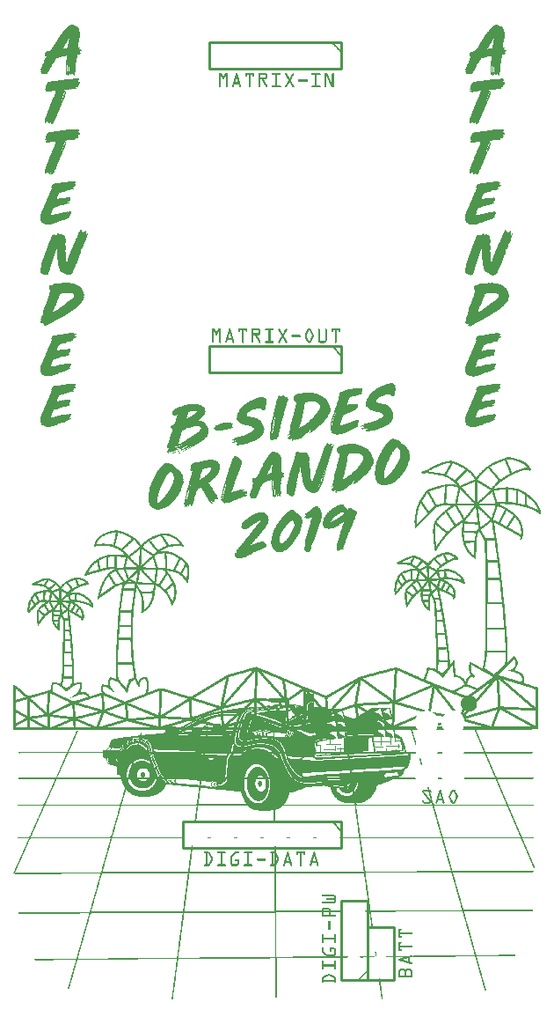
<source format=gto>
G04 MADE WITH FRITZING*
G04 WWW.FRITZING.ORG*
G04 DOUBLE SIDED*
G04 HOLES PLATED*
G04 CONTOUR ON CENTER OF CONTOUR VECTOR*
%ASAXBY*%
%FSLAX23Y23*%
%MOIN*%
%OFA0B0*%
%SFA1.0B1.0*%
%ADD10C,0.010000*%
%ADD11C,0.005000*%
%ADD12R,0.001000X0.001000*%
%LNSILK1*%
G90*
G70*
G54D10*
X1959Y2696D02*
X1459Y2696D01*
D02*
X1459Y2696D02*
X1459Y2596D01*
D02*
X1459Y2596D02*
X1959Y2596D01*
D02*
X1959Y2596D02*
X1959Y2696D01*
G54D11*
D02*
X1924Y2696D02*
X1959Y2661D01*
G54D10*
D02*
X1959Y3846D02*
X1459Y3846D01*
D02*
X1459Y3846D02*
X1459Y3746D01*
D02*
X1459Y3746D02*
X1959Y3746D01*
D02*
X1959Y3746D02*
X1959Y3846D01*
D02*
X2059Y296D02*
X2059Y596D01*
D02*
X2059Y596D02*
X1959Y596D01*
D02*
X1959Y596D02*
X1959Y296D01*
D02*
X1959Y296D02*
X2059Y296D01*
D02*
X1959Y896D02*
X1359Y896D01*
D02*
X1359Y896D02*
X1359Y796D01*
D02*
X1359Y796D02*
X1959Y796D01*
D02*
X1959Y796D02*
X1959Y896D01*
G54D11*
D02*
X1924Y896D02*
X1959Y861D01*
G54D10*
D02*
X2059Y496D02*
X2059Y296D01*
D02*
X2059Y296D02*
X2159Y296D01*
D02*
X2159Y296D02*
X2159Y496D01*
D02*
X2159Y496D02*
X2059Y496D01*
G54D12*
X937Y3914D02*
X942Y3914D01*
X932Y3913D02*
X943Y3913D01*
X2545Y3913D02*
X2552Y3913D01*
X931Y3912D02*
X944Y3912D01*
X2542Y3912D02*
X2553Y3912D01*
X928Y3911D02*
X946Y3911D01*
X2541Y3911D02*
X2555Y3911D01*
X927Y3910D02*
X948Y3910D01*
X2537Y3910D02*
X2557Y3910D01*
X926Y3909D02*
X950Y3909D01*
X2536Y3909D02*
X2559Y3909D01*
X925Y3908D02*
X953Y3908D01*
X2536Y3908D02*
X2561Y3908D01*
X923Y3907D02*
X956Y3907D01*
X2534Y3907D02*
X2564Y3907D01*
X922Y3906D02*
X958Y3906D01*
X2533Y3906D02*
X2567Y3906D01*
X921Y3905D02*
X959Y3905D01*
X2532Y3905D02*
X2568Y3905D01*
X920Y3904D02*
X960Y3904D01*
X2531Y3904D02*
X2569Y3904D01*
X919Y3903D02*
X961Y3903D01*
X2530Y3903D02*
X2570Y3903D01*
X919Y3902D02*
X962Y3902D01*
X2529Y3902D02*
X2571Y3902D01*
X918Y3901D02*
X963Y3901D01*
X2528Y3901D02*
X2572Y3901D01*
X916Y3900D02*
X963Y3900D01*
X2527Y3900D02*
X2573Y3900D01*
X915Y3899D02*
X964Y3899D01*
X2526Y3899D02*
X2573Y3899D01*
X914Y3898D02*
X964Y3898D01*
X2525Y3898D02*
X2574Y3898D01*
X913Y3897D02*
X964Y3897D01*
X2524Y3897D02*
X2574Y3897D01*
X912Y3896D02*
X965Y3896D01*
X2523Y3896D02*
X2575Y3896D01*
X912Y3895D02*
X965Y3895D01*
X2522Y3895D02*
X2575Y3895D01*
X911Y3894D02*
X966Y3894D01*
X2521Y3894D02*
X2575Y3894D01*
X910Y3893D02*
X966Y3893D01*
X2521Y3893D02*
X2576Y3893D01*
X909Y3892D02*
X966Y3892D01*
X2520Y3892D02*
X2576Y3892D01*
X909Y3891D02*
X966Y3891D01*
X2519Y3891D02*
X2576Y3891D01*
X908Y3890D02*
X966Y3890D01*
X2518Y3890D02*
X2576Y3890D01*
X907Y3889D02*
X966Y3889D01*
X2518Y3889D02*
X2576Y3889D01*
X906Y3888D02*
X967Y3888D01*
X2517Y3888D02*
X2577Y3888D01*
X905Y3887D02*
X967Y3887D01*
X2516Y3887D02*
X2577Y3887D01*
X904Y3886D02*
X967Y3886D01*
X2515Y3886D02*
X2577Y3886D01*
X903Y3885D02*
X967Y3885D01*
X2514Y3885D02*
X2577Y3885D01*
X902Y3884D02*
X968Y3884D01*
X2513Y3884D02*
X2578Y3884D01*
X902Y3883D02*
X967Y3883D01*
X2512Y3883D02*
X2578Y3883D01*
X901Y3882D02*
X967Y3882D01*
X2511Y3882D02*
X2577Y3882D01*
X900Y3881D02*
X967Y3881D01*
X2511Y3881D02*
X2577Y3881D01*
X899Y3880D02*
X967Y3880D01*
X2510Y3880D02*
X2577Y3880D01*
X898Y3879D02*
X967Y3879D01*
X2509Y3879D02*
X2577Y3879D01*
X898Y3878D02*
X968Y3878D01*
X2508Y3878D02*
X2578Y3878D01*
X897Y3877D02*
X968Y3877D01*
X2508Y3877D02*
X2578Y3877D01*
X897Y3876D02*
X968Y3876D01*
X2507Y3876D02*
X2578Y3876D01*
X896Y3875D02*
X968Y3875D01*
X2507Y3875D02*
X2578Y3875D01*
X895Y3874D02*
X968Y3874D01*
X2506Y3874D02*
X2578Y3874D01*
X894Y3873D02*
X968Y3873D01*
X2504Y3873D02*
X2578Y3873D01*
X894Y3872D02*
X968Y3872D01*
X2504Y3872D02*
X2578Y3872D01*
X893Y3871D02*
X968Y3871D01*
X2504Y3871D02*
X2578Y3871D01*
X892Y3870D02*
X968Y3870D01*
X2502Y3870D02*
X2578Y3870D01*
X891Y3869D02*
X967Y3869D01*
X2501Y3869D02*
X2578Y3869D01*
X891Y3868D02*
X967Y3868D01*
X2501Y3868D02*
X2578Y3868D01*
X890Y3867D02*
X967Y3867D01*
X2500Y3867D02*
X2578Y3867D01*
X890Y3866D02*
X967Y3866D01*
X2500Y3866D02*
X2577Y3866D01*
X889Y3865D02*
X967Y3865D01*
X2500Y3865D02*
X2577Y3865D01*
X889Y3864D02*
X967Y3864D01*
X2499Y3864D02*
X2577Y3864D01*
X888Y3863D02*
X967Y3863D01*
X2499Y3863D02*
X2577Y3863D01*
X887Y3862D02*
X966Y3862D01*
X2498Y3862D02*
X2577Y3862D01*
X887Y3861D02*
X966Y3861D01*
X2497Y3861D02*
X2576Y3861D01*
X886Y3860D02*
X926Y3860D01*
X928Y3860D02*
X966Y3860D01*
X2497Y3860D02*
X2576Y3860D01*
X886Y3859D02*
X926Y3859D01*
X928Y3859D02*
X965Y3859D01*
X2496Y3859D02*
X2536Y3859D01*
X2538Y3859D02*
X2576Y3859D01*
X885Y3858D02*
X925Y3858D01*
X928Y3858D02*
X965Y3858D01*
X2496Y3858D02*
X2536Y3858D01*
X2538Y3858D02*
X2575Y3858D01*
X885Y3857D02*
X924Y3857D01*
X928Y3857D02*
X966Y3857D01*
X2495Y3857D02*
X2535Y3857D01*
X2538Y3857D02*
X2576Y3857D01*
X884Y3856D02*
X924Y3856D01*
X927Y3856D02*
X965Y3856D01*
X2495Y3856D02*
X2534Y3856D01*
X2538Y3856D02*
X2576Y3856D01*
X884Y3855D02*
X923Y3855D01*
X927Y3855D02*
X965Y3855D01*
X2494Y3855D02*
X2533Y3855D01*
X2537Y3855D02*
X2575Y3855D01*
X883Y3854D02*
X922Y3854D01*
X927Y3854D02*
X965Y3854D01*
X2494Y3854D02*
X2533Y3854D01*
X2537Y3854D02*
X2575Y3854D01*
X882Y3853D02*
X921Y3853D01*
X927Y3853D02*
X965Y3853D01*
X2493Y3853D02*
X2532Y3853D01*
X2537Y3853D02*
X2575Y3853D01*
X881Y3852D02*
X921Y3852D01*
X927Y3852D02*
X965Y3852D01*
X2492Y3852D02*
X2531Y3852D01*
X2537Y3852D02*
X2575Y3852D01*
X881Y3851D02*
X920Y3851D01*
X926Y3851D02*
X965Y3851D01*
X2491Y3851D02*
X2531Y3851D01*
X2537Y3851D02*
X2575Y3851D01*
X880Y3850D02*
X919Y3850D01*
X926Y3850D02*
X964Y3850D01*
X2490Y3850D02*
X2530Y3850D01*
X2536Y3850D02*
X2575Y3850D01*
X879Y3849D02*
X919Y3849D01*
X926Y3849D02*
X964Y3849D01*
X2489Y3849D02*
X2529Y3849D01*
X2536Y3849D02*
X2574Y3849D01*
X878Y3848D02*
X918Y3848D01*
X926Y3848D02*
X964Y3848D01*
X1924Y3848D02*
X1925Y3848D01*
X2488Y3848D02*
X2529Y3848D01*
X2536Y3848D02*
X2574Y3848D01*
X877Y3847D02*
X918Y3847D01*
X926Y3847D02*
X964Y3847D01*
X1923Y3847D02*
X1926Y3847D01*
X2488Y3847D02*
X2528Y3847D01*
X2536Y3847D02*
X2574Y3847D01*
X877Y3846D02*
X917Y3846D01*
X926Y3846D02*
X963Y3846D01*
X1922Y3846D02*
X1927Y3846D01*
X2487Y3846D02*
X2528Y3846D01*
X2536Y3846D02*
X2574Y3846D01*
X877Y3845D02*
X917Y3845D01*
X926Y3845D02*
X963Y3845D01*
X1922Y3845D02*
X1928Y3845D01*
X2487Y3845D02*
X2527Y3845D01*
X2536Y3845D02*
X2573Y3845D01*
X876Y3844D02*
X916Y3844D01*
X925Y3844D02*
X963Y3844D01*
X1922Y3844D02*
X1929Y3844D01*
X2487Y3844D02*
X2527Y3844D01*
X2536Y3844D02*
X2573Y3844D01*
X875Y3843D02*
X915Y3843D01*
X925Y3843D02*
X963Y3843D01*
X1923Y3843D02*
X1930Y3843D01*
X2486Y3843D02*
X2526Y3843D01*
X2535Y3843D02*
X2573Y3843D01*
X875Y3842D02*
X915Y3842D01*
X925Y3842D02*
X963Y3842D01*
X1924Y3842D02*
X1931Y3842D01*
X2485Y3842D02*
X2525Y3842D01*
X2535Y3842D02*
X2573Y3842D01*
X875Y3841D02*
X914Y3841D01*
X925Y3841D02*
X963Y3841D01*
X1925Y3841D02*
X1932Y3841D01*
X2485Y3841D02*
X2524Y3841D01*
X2535Y3841D02*
X2573Y3841D01*
X874Y3840D02*
X913Y3840D01*
X925Y3840D02*
X963Y3840D01*
X1926Y3840D02*
X1933Y3840D01*
X2485Y3840D02*
X2524Y3840D01*
X2535Y3840D02*
X2573Y3840D01*
X874Y3839D02*
X913Y3839D01*
X924Y3839D02*
X963Y3839D01*
X1927Y3839D02*
X1934Y3839D01*
X2484Y3839D02*
X2523Y3839D01*
X2535Y3839D02*
X2573Y3839D01*
X872Y3838D02*
X912Y3838D01*
X924Y3838D02*
X962Y3838D01*
X1928Y3838D02*
X1935Y3838D01*
X2484Y3838D02*
X2522Y3838D01*
X2534Y3838D02*
X2573Y3838D01*
X871Y3837D02*
X911Y3837D01*
X924Y3837D02*
X962Y3837D01*
X1929Y3837D02*
X1936Y3837D01*
X2482Y3837D02*
X2522Y3837D01*
X2534Y3837D02*
X2572Y3837D01*
X871Y3836D02*
X911Y3836D01*
X924Y3836D02*
X962Y3836D01*
X1930Y3836D02*
X1937Y3836D01*
X2481Y3836D02*
X2521Y3836D01*
X2534Y3836D02*
X2572Y3836D01*
X870Y3835D02*
X910Y3835D01*
X924Y3835D02*
X962Y3835D01*
X1931Y3835D02*
X1938Y3835D01*
X2481Y3835D02*
X2521Y3835D01*
X2534Y3835D02*
X2572Y3835D01*
X870Y3834D02*
X909Y3834D01*
X924Y3834D02*
X962Y3834D01*
X1932Y3834D02*
X1939Y3834D01*
X2480Y3834D02*
X2520Y3834D01*
X2534Y3834D02*
X2572Y3834D01*
X870Y3833D02*
X909Y3833D01*
X924Y3833D02*
X962Y3833D01*
X1933Y3833D02*
X1940Y3833D01*
X2480Y3833D02*
X2519Y3833D01*
X2534Y3833D02*
X2572Y3833D01*
X869Y3832D02*
X908Y3832D01*
X924Y3832D02*
X962Y3832D01*
X1934Y3832D02*
X1941Y3832D01*
X2480Y3832D02*
X2519Y3832D01*
X2534Y3832D02*
X2572Y3832D01*
X869Y3831D02*
X908Y3831D01*
X924Y3831D02*
X961Y3831D01*
X1936Y3831D02*
X1942Y3831D01*
X2479Y3831D02*
X2518Y3831D01*
X2534Y3831D02*
X2572Y3831D01*
X868Y3830D02*
X907Y3830D01*
X924Y3830D02*
X962Y3830D01*
X1937Y3830D02*
X1943Y3830D01*
X2478Y3830D02*
X2518Y3830D01*
X2534Y3830D02*
X2572Y3830D01*
X867Y3829D02*
X907Y3829D01*
X924Y3829D02*
X962Y3829D01*
X1938Y3829D02*
X1944Y3829D01*
X2478Y3829D02*
X2517Y3829D01*
X2534Y3829D02*
X2572Y3829D01*
X867Y3828D02*
X906Y3828D01*
X924Y3828D02*
X962Y3828D01*
X1939Y3828D02*
X1945Y3828D01*
X2477Y3828D02*
X2516Y3828D01*
X2534Y3828D02*
X2572Y3828D01*
X866Y3827D02*
X905Y3827D01*
X923Y3827D02*
X962Y3827D01*
X1940Y3827D02*
X1946Y3827D01*
X2477Y3827D02*
X2516Y3827D01*
X2534Y3827D02*
X2572Y3827D01*
X865Y3826D02*
X904Y3826D01*
X923Y3826D02*
X962Y3826D01*
X965Y3826D02*
X966Y3826D01*
X1941Y3826D02*
X1947Y3826D01*
X2476Y3826D02*
X2515Y3826D01*
X2533Y3826D02*
X2572Y3826D01*
X864Y3825D02*
X904Y3825D01*
X919Y3825D02*
X967Y3825D01*
X1942Y3825D02*
X1948Y3825D01*
X2475Y3825D02*
X2514Y3825D01*
X2533Y3825D02*
X2572Y3825D01*
X2574Y3825D02*
X2577Y3825D01*
X864Y3824D02*
X903Y3824D01*
X912Y3824D02*
X965Y3824D01*
X1943Y3824D02*
X1949Y3824D01*
X2474Y3824D02*
X2514Y3824D01*
X2526Y3824D02*
X2577Y3824D01*
X863Y3823D02*
X902Y3823D01*
X908Y3823D02*
X965Y3823D01*
X1943Y3823D02*
X1950Y3823D01*
X2473Y3823D02*
X2513Y3823D01*
X2521Y3823D02*
X2575Y3823D01*
X862Y3822D02*
X966Y3822D01*
X1944Y3822D02*
X1951Y3822D01*
X2472Y3822D02*
X2512Y3822D01*
X2517Y3822D02*
X2575Y3822D01*
X860Y3821D02*
X967Y3821D01*
X1945Y3821D02*
X1952Y3821D01*
X2471Y3821D02*
X2576Y3821D01*
X859Y3820D02*
X967Y3820D01*
X1946Y3820D02*
X1953Y3820D01*
X2470Y3820D02*
X2577Y3820D01*
X858Y3819D02*
X972Y3819D01*
X1947Y3819D02*
X1954Y3819D01*
X2469Y3819D02*
X2577Y3819D01*
X858Y3818D02*
X973Y3818D01*
X1948Y3818D02*
X1955Y3818D01*
X2468Y3818D02*
X2582Y3818D01*
X857Y3817D02*
X974Y3817D01*
X1949Y3817D02*
X1956Y3817D01*
X2468Y3817D02*
X2583Y3817D01*
X856Y3816D02*
X974Y3816D01*
X1950Y3816D02*
X1957Y3816D01*
X2467Y3816D02*
X2584Y3816D01*
X856Y3815D02*
X974Y3815D01*
X1951Y3815D02*
X1958Y3815D01*
X2466Y3815D02*
X2584Y3815D01*
X855Y3814D02*
X973Y3814D01*
X1952Y3814D02*
X1959Y3814D01*
X2466Y3814D02*
X2584Y3814D01*
X850Y3813D02*
X972Y3813D01*
X1953Y3813D02*
X1958Y3813D01*
X2464Y3813D02*
X2583Y3813D01*
X844Y3812D02*
X969Y3812D01*
X1954Y3812D02*
X1957Y3812D01*
X2458Y3812D02*
X2582Y3812D01*
X839Y3811D02*
X969Y3811D01*
X1955Y3811D02*
X1956Y3811D01*
X2450Y3811D02*
X2450Y3811D01*
X2453Y3811D02*
X2579Y3811D01*
X838Y3810D02*
X968Y3810D01*
X2449Y3810D02*
X2579Y3810D01*
X838Y3809D02*
X967Y3809D01*
X2448Y3809D02*
X2578Y3809D01*
X837Y3808D02*
X968Y3808D01*
X2448Y3808D02*
X2577Y3808D01*
X837Y3807D02*
X971Y3807D01*
X2447Y3807D02*
X2579Y3807D01*
X837Y3806D02*
X972Y3806D01*
X2447Y3806D02*
X2581Y3806D01*
X836Y3805D02*
X971Y3805D01*
X2447Y3805D02*
X2582Y3805D01*
X836Y3804D02*
X970Y3804D01*
X2447Y3804D02*
X2581Y3804D01*
X836Y3803D02*
X969Y3803D01*
X2446Y3803D02*
X2580Y3803D01*
X836Y3802D02*
X967Y3802D01*
X2446Y3802D02*
X2579Y3802D01*
X836Y3801D02*
X965Y3801D01*
X2446Y3801D02*
X2577Y3801D01*
X836Y3800D02*
X958Y3800D01*
X2446Y3800D02*
X2569Y3800D01*
X2574Y3800D02*
X2574Y3800D01*
X836Y3799D02*
X958Y3799D01*
X2446Y3799D02*
X2568Y3799D01*
X836Y3798D02*
X957Y3798D01*
X2446Y3798D02*
X2568Y3798D01*
X837Y3797D02*
X957Y3797D01*
X2447Y3797D02*
X2567Y3797D01*
X837Y3796D02*
X958Y3796D01*
X2447Y3796D02*
X2568Y3796D01*
X837Y3795D02*
X916Y3795D01*
X920Y3795D02*
X958Y3795D01*
X2447Y3795D02*
X2568Y3795D01*
X838Y3794D02*
X910Y3794D01*
X921Y3794D02*
X958Y3794D01*
X2447Y3794D02*
X2525Y3794D01*
X2530Y3794D02*
X2568Y3794D01*
X839Y3793D02*
X905Y3793D01*
X920Y3793D02*
X958Y3793D01*
X2448Y3793D02*
X2519Y3793D01*
X2531Y3793D02*
X2568Y3793D01*
X841Y3792D02*
X898Y3792D01*
X920Y3792D02*
X958Y3792D01*
X2449Y3792D02*
X2513Y3792D01*
X2530Y3792D02*
X2568Y3792D01*
X840Y3791D02*
X894Y3791D01*
X920Y3791D02*
X958Y3791D01*
X2451Y3791D02*
X2507Y3791D01*
X2530Y3791D02*
X2569Y3791D01*
X840Y3790D02*
X890Y3790D01*
X920Y3790D02*
X922Y3790D01*
X924Y3790D02*
X958Y3790D01*
X2450Y3790D02*
X2503Y3790D01*
X2530Y3790D02*
X2532Y3790D01*
X2534Y3790D02*
X2568Y3790D01*
X839Y3789D02*
X887Y3789D01*
X919Y3789D02*
X921Y3789D01*
X924Y3789D02*
X958Y3789D01*
X2450Y3789D02*
X2500Y3789D01*
X2530Y3789D02*
X2532Y3789D01*
X2534Y3789D02*
X2568Y3789D01*
X838Y3788D02*
X884Y3788D01*
X919Y3788D02*
X921Y3788D01*
X924Y3788D02*
X957Y3788D01*
X2449Y3788D02*
X2496Y3788D01*
X2529Y3788D02*
X2531Y3788D01*
X2534Y3788D02*
X2568Y3788D01*
X838Y3787D02*
X881Y3787D01*
X918Y3787D02*
X921Y3787D01*
X924Y3787D02*
X957Y3787D01*
X2448Y3787D02*
X2493Y3787D01*
X2529Y3787D02*
X2531Y3787D01*
X2534Y3787D02*
X2567Y3787D01*
X837Y3786D02*
X879Y3786D01*
X918Y3786D02*
X921Y3786D01*
X924Y3786D02*
X956Y3786D01*
X2448Y3786D02*
X2491Y3786D01*
X2528Y3786D02*
X2531Y3786D01*
X2534Y3786D02*
X2567Y3786D01*
X836Y3785D02*
X878Y3785D01*
X918Y3785D02*
X921Y3785D01*
X924Y3785D02*
X956Y3785D01*
X2447Y3785D02*
X2489Y3785D01*
X2528Y3785D02*
X2531Y3785D01*
X2534Y3785D02*
X2566Y3785D01*
X835Y3784D02*
X878Y3784D01*
X918Y3784D02*
X920Y3784D01*
X923Y3784D02*
X956Y3784D01*
X2446Y3784D02*
X2488Y3784D01*
X2528Y3784D02*
X2531Y3784D01*
X2534Y3784D02*
X2566Y3784D01*
X835Y3783D02*
X877Y3783D01*
X918Y3783D02*
X920Y3783D01*
X923Y3783D02*
X955Y3783D01*
X2445Y3783D02*
X2487Y3783D01*
X2528Y3783D02*
X2531Y3783D01*
X2533Y3783D02*
X2566Y3783D01*
X835Y3782D02*
X876Y3782D01*
X918Y3782D02*
X920Y3782D01*
X923Y3782D02*
X955Y3782D01*
X2445Y3782D02*
X2487Y3782D01*
X2528Y3782D02*
X2530Y3782D01*
X2533Y3782D02*
X2565Y3782D01*
X836Y3781D02*
X875Y3781D01*
X918Y3781D02*
X920Y3781D01*
X923Y3781D02*
X955Y3781D01*
X2445Y3781D02*
X2486Y3781D01*
X2528Y3781D02*
X2530Y3781D01*
X2533Y3781D02*
X2565Y3781D01*
X835Y3780D02*
X875Y3780D01*
X917Y3780D02*
X920Y3780D01*
X923Y3780D02*
X955Y3780D01*
X2445Y3780D02*
X2485Y3780D01*
X2528Y3780D02*
X2530Y3780D01*
X2533Y3780D02*
X2565Y3780D01*
X834Y3779D02*
X874Y3779D01*
X917Y3779D02*
X920Y3779D01*
X923Y3779D02*
X955Y3779D01*
X2445Y3779D02*
X2485Y3779D01*
X2528Y3779D02*
X2530Y3779D01*
X2533Y3779D02*
X2565Y3779D01*
X835Y3778D02*
X874Y3778D01*
X917Y3778D02*
X920Y3778D01*
X923Y3778D02*
X956Y3778D01*
X2445Y3778D02*
X2484Y3778D01*
X2527Y3778D02*
X2530Y3778D01*
X2533Y3778D02*
X2566Y3778D01*
X835Y3777D02*
X873Y3777D01*
X917Y3777D02*
X920Y3777D01*
X923Y3777D02*
X956Y3777D01*
X2445Y3777D02*
X2484Y3777D01*
X2527Y3777D02*
X2530Y3777D01*
X2533Y3777D02*
X2566Y3777D01*
X834Y3776D02*
X873Y3776D01*
X917Y3776D02*
X920Y3776D01*
X922Y3776D02*
X955Y3776D01*
X2445Y3776D02*
X2483Y3776D01*
X2527Y3776D02*
X2530Y3776D01*
X2533Y3776D02*
X2566Y3776D01*
X834Y3775D02*
X872Y3775D01*
X917Y3775D02*
X955Y3775D01*
X2444Y3775D02*
X2482Y3775D01*
X2527Y3775D02*
X2530Y3775D01*
X2532Y3775D02*
X2565Y3775D01*
X834Y3774D02*
X871Y3774D01*
X917Y3774D02*
X955Y3774D01*
X2444Y3774D02*
X2482Y3774D01*
X2527Y3774D02*
X2565Y3774D01*
X833Y3773D02*
X870Y3773D01*
X917Y3773D02*
X920Y3773D01*
X922Y3773D02*
X954Y3773D01*
X2443Y3773D02*
X2481Y3773D01*
X2527Y3773D02*
X2565Y3773D01*
X832Y3772D02*
X870Y3772D01*
X917Y3772D02*
X920Y3772D01*
X922Y3772D02*
X954Y3772D01*
X2443Y3772D02*
X2480Y3772D01*
X2527Y3772D02*
X2530Y3772D01*
X2532Y3772D02*
X2564Y3772D01*
X831Y3771D02*
X869Y3771D01*
X917Y3771D02*
X920Y3771D01*
X922Y3771D02*
X954Y3771D01*
X2442Y3771D02*
X2480Y3771D01*
X2527Y3771D02*
X2530Y3771D01*
X2532Y3771D02*
X2564Y3771D01*
X831Y3770D02*
X868Y3770D01*
X917Y3770D02*
X920Y3770D01*
X922Y3770D02*
X954Y3770D01*
X2441Y3770D02*
X2479Y3770D01*
X2527Y3770D02*
X2564Y3770D01*
X831Y3769D02*
X867Y3769D01*
X917Y3769D02*
X920Y3769D01*
X922Y3769D02*
X953Y3769D01*
X2441Y3769D02*
X2478Y3769D01*
X2527Y3769D02*
X2530Y3769D01*
X2532Y3769D02*
X2564Y3769D01*
X831Y3768D02*
X865Y3768D01*
X916Y3768D02*
X920Y3768D01*
X922Y3768D02*
X953Y3768D01*
X2441Y3768D02*
X2476Y3768D01*
X2527Y3768D02*
X2530Y3768D01*
X2532Y3768D02*
X2563Y3768D01*
X830Y3767D02*
X865Y3767D01*
X916Y3767D02*
X920Y3767D01*
X922Y3767D02*
X953Y3767D01*
X2440Y3767D02*
X2475Y3767D01*
X2526Y3767D02*
X2530Y3767D01*
X2532Y3767D02*
X2563Y3767D01*
X829Y3766D02*
X864Y3766D01*
X916Y3766D02*
X920Y3766D01*
X922Y3766D02*
X953Y3766D01*
X2440Y3766D02*
X2475Y3766D01*
X2526Y3766D02*
X2530Y3766D01*
X2532Y3766D02*
X2563Y3766D01*
X829Y3765D02*
X864Y3765D01*
X916Y3765D02*
X920Y3765D01*
X922Y3765D02*
X953Y3765D01*
X2439Y3765D02*
X2474Y3765D01*
X2526Y3765D02*
X2530Y3765D01*
X2532Y3765D02*
X2563Y3765D01*
X828Y3764D02*
X863Y3764D01*
X916Y3764D02*
X919Y3764D01*
X922Y3764D02*
X953Y3764D01*
X2438Y3764D02*
X2474Y3764D01*
X2526Y3764D02*
X2530Y3764D01*
X2532Y3764D02*
X2563Y3764D01*
X827Y3763D02*
X863Y3763D01*
X916Y3763D02*
X953Y3763D01*
X2438Y3763D02*
X2474Y3763D01*
X2526Y3763D02*
X2529Y3763D01*
X2532Y3763D02*
X2563Y3763D01*
X827Y3762D02*
X863Y3762D01*
X916Y3762D02*
X953Y3762D01*
X2437Y3762D02*
X2473Y3762D01*
X2526Y3762D02*
X2530Y3762D01*
X2532Y3762D02*
X2563Y3762D01*
X826Y3761D02*
X863Y3761D01*
X916Y3761D02*
X953Y3761D01*
X2437Y3761D02*
X2474Y3761D01*
X2526Y3761D02*
X2563Y3761D01*
X826Y3760D02*
X862Y3760D01*
X916Y3760D02*
X920Y3760D01*
X922Y3760D02*
X952Y3760D01*
X2436Y3760D02*
X2473Y3760D01*
X2526Y3760D02*
X2563Y3760D01*
X825Y3759D02*
X862Y3759D01*
X916Y3759D02*
X919Y3759D01*
X922Y3759D02*
X951Y3759D01*
X2436Y3759D02*
X2472Y3759D01*
X2526Y3759D02*
X2530Y3759D01*
X2532Y3759D02*
X2562Y3759D01*
X826Y3758D02*
X861Y3758D01*
X916Y3758D02*
X919Y3758D01*
X922Y3758D02*
X951Y3758D01*
X2436Y3758D02*
X2472Y3758D01*
X2526Y3758D02*
X2529Y3758D01*
X2532Y3758D02*
X2561Y3758D01*
X826Y3757D02*
X861Y3757D01*
X916Y3757D02*
X919Y3757D01*
X921Y3757D02*
X951Y3757D01*
X2436Y3757D02*
X2471Y3757D01*
X2526Y3757D02*
X2529Y3757D01*
X2532Y3757D02*
X2561Y3757D01*
X826Y3756D02*
X861Y3756D01*
X916Y3756D02*
X919Y3756D01*
X922Y3756D02*
X951Y3756D01*
X2436Y3756D02*
X2471Y3756D01*
X2526Y3756D02*
X2529Y3756D01*
X2532Y3756D02*
X2561Y3756D01*
X825Y3755D02*
X861Y3755D01*
X916Y3755D02*
X919Y3755D01*
X922Y3755D02*
X927Y3755D01*
X929Y3755D02*
X951Y3755D01*
X2435Y3755D02*
X2471Y3755D01*
X2526Y3755D02*
X2529Y3755D01*
X2532Y3755D02*
X2561Y3755D01*
X824Y3754D02*
X860Y3754D01*
X916Y3754D02*
X919Y3754D01*
X922Y3754D02*
X927Y3754D01*
X929Y3754D02*
X952Y3754D01*
X2435Y3754D02*
X2471Y3754D01*
X2526Y3754D02*
X2529Y3754D01*
X2532Y3754D02*
X2537Y3754D01*
X2539Y3754D02*
X2562Y3754D01*
X824Y3753D02*
X858Y3753D01*
X916Y3753D02*
X919Y3753D01*
X922Y3753D02*
X926Y3753D01*
X929Y3753D02*
X952Y3753D01*
X2434Y3753D02*
X2469Y3753D01*
X2526Y3753D02*
X2529Y3753D01*
X2532Y3753D02*
X2537Y3753D01*
X2539Y3753D02*
X2562Y3753D01*
X824Y3752D02*
X857Y3752D01*
X916Y3752D02*
X918Y3752D01*
X922Y3752D02*
X926Y3752D01*
X928Y3752D02*
X952Y3752D01*
X2434Y3752D02*
X2468Y3752D01*
X2526Y3752D02*
X2529Y3752D01*
X2532Y3752D02*
X2536Y3752D01*
X2539Y3752D02*
X2562Y3752D01*
X823Y3751D02*
X857Y3751D01*
X916Y3751D02*
X918Y3751D01*
X922Y3751D02*
X926Y3751D01*
X928Y3751D02*
X952Y3751D01*
X2434Y3751D02*
X2467Y3751D01*
X2526Y3751D02*
X2529Y3751D01*
X2532Y3751D02*
X2536Y3751D01*
X2538Y3751D02*
X2562Y3751D01*
X822Y3750D02*
X857Y3750D01*
X916Y3750D02*
X919Y3750D01*
X922Y3750D02*
X925Y3750D01*
X928Y3750D02*
X951Y3750D01*
X2433Y3750D02*
X2467Y3750D01*
X2526Y3750D02*
X2529Y3750D01*
X2532Y3750D02*
X2536Y3750D01*
X2538Y3750D02*
X2562Y3750D01*
X822Y3749D02*
X856Y3749D01*
X916Y3749D02*
X919Y3749D01*
X922Y3749D02*
X925Y3749D01*
X928Y3749D02*
X951Y3749D01*
X2432Y3749D02*
X2467Y3749D01*
X2526Y3749D02*
X2529Y3749D01*
X2532Y3749D02*
X2535Y3749D01*
X2538Y3749D02*
X2561Y3749D01*
X821Y3748D02*
X856Y3748D01*
X916Y3748D02*
X919Y3748D01*
X921Y3748D02*
X925Y3748D01*
X927Y3748D02*
X951Y3748D01*
X2432Y3748D02*
X2466Y3748D01*
X2526Y3748D02*
X2529Y3748D01*
X2532Y3748D02*
X2535Y3748D01*
X2538Y3748D02*
X2561Y3748D01*
X821Y3747D02*
X856Y3747D01*
X916Y3747D02*
X919Y3747D01*
X921Y3747D02*
X925Y3747D01*
X928Y3747D02*
X951Y3747D01*
X2431Y3747D02*
X2466Y3747D01*
X2526Y3747D02*
X2529Y3747D01*
X2532Y3747D02*
X2535Y3747D01*
X2537Y3747D02*
X2561Y3747D01*
X820Y3746D02*
X855Y3746D01*
X916Y3746D02*
X918Y3746D01*
X921Y3746D02*
X925Y3746D01*
X928Y3746D02*
X951Y3746D01*
X2431Y3746D02*
X2466Y3746D01*
X2526Y3746D02*
X2529Y3746D01*
X2531Y3746D02*
X2535Y3746D01*
X2538Y3746D02*
X2561Y3746D01*
X820Y3745D02*
X855Y3745D01*
X916Y3745D02*
X918Y3745D01*
X921Y3745D02*
X925Y3745D01*
X928Y3745D02*
X951Y3745D01*
X2430Y3745D02*
X2465Y3745D01*
X2526Y3745D02*
X2528Y3745D01*
X2531Y3745D02*
X2535Y3745D01*
X2538Y3745D02*
X2561Y3745D01*
X819Y3744D02*
X854Y3744D01*
X916Y3744D02*
X918Y3744D01*
X921Y3744D02*
X925Y3744D01*
X928Y3744D02*
X952Y3744D01*
X2430Y3744D02*
X2465Y3744D01*
X2526Y3744D02*
X2528Y3744D01*
X2531Y3744D02*
X2535Y3744D01*
X2538Y3744D02*
X2561Y3744D01*
X819Y3743D02*
X854Y3743D01*
X916Y3743D02*
X918Y3743D01*
X921Y3743D02*
X924Y3743D01*
X928Y3743D02*
X952Y3743D01*
X2429Y3743D02*
X2464Y3743D01*
X2526Y3743D02*
X2528Y3743D01*
X2531Y3743D02*
X2535Y3743D01*
X2538Y3743D02*
X2562Y3743D01*
X819Y3742D02*
X852Y3742D01*
X916Y3742D02*
X918Y3742D01*
X921Y3742D02*
X924Y3742D01*
X928Y3742D02*
X952Y3742D01*
X2429Y3742D02*
X2464Y3742D01*
X2526Y3742D02*
X2528Y3742D01*
X2531Y3742D02*
X2534Y3742D01*
X2538Y3742D02*
X2562Y3742D01*
X821Y3741D02*
X851Y3741D01*
X916Y3741D02*
X918Y3741D01*
X921Y3741D02*
X925Y3741D01*
X928Y3741D02*
X952Y3741D01*
X2429Y3741D02*
X2462Y3741D01*
X2526Y3741D02*
X2528Y3741D01*
X2531Y3741D02*
X2535Y3741D01*
X2538Y3741D02*
X2562Y3741D01*
X820Y3740D02*
X851Y3740D01*
X916Y3740D02*
X918Y3740D01*
X921Y3740D02*
X925Y3740D01*
X928Y3740D02*
X952Y3740D01*
X2431Y3740D02*
X2461Y3740D01*
X2526Y3740D02*
X2528Y3740D01*
X2531Y3740D02*
X2535Y3740D01*
X2538Y3740D02*
X2562Y3740D01*
X821Y3739D02*
X850Y3739D01*
X916Y3739D02*
X918Y3739D01*
X921Y3739D02*
X925Y3739D01*
X928Y3739D02*
X951Y3739D01*
X2431Y3739D02*
X2461Y3739D01*
X2526Y3739D02*
X2528Y3739D01*
X2531Y3739D02*
X2535Y3739D01*
X2538Y3739D02*
X2562Y3739D01*
X821Y3738D02*
X850Y3738D01*
X916Y3738D02*
X918Y3738D01*
X921Y3738D02*
X924Y3738D01*
X928Y3738D02*
X951Y3738D01*
X2431Y3738D02*
X2460Y3738D01*
X2526Y3738D02*
X2528Y3738D01*
X2531Y3738D02*
X2535Y3738D01*
X2538Y3738D02*
X2561Y3738D01*
X820Y3737D02*
X849Y3737D01*
X916Y3737D02*
X918Y3737D01*
X921Y3737D02*
X924Y3737D01*
X928Y3737D02*
X951Y3737D01*
X2430Y3737D02*
X2460Y3737D01*
X2526Y3737D02*
X2528Y3737D01*
X2531Y3737D02*
X2534Y3737D01*
X2538Y3737D02*
X2561Y3737D01*
X819Y3736D02*
X849Y3736D01*
X916Y3736D02*
X919Y3736D01*
X921Y3736D02*
X924Y3736D01*
X928Y3736D02*
X951Y3736D01*
X2430Y3736D02*
X2459Y3736D01*
X2526Y3736D02*
X2528Y3736D01*
X2531Y3736D02*
X2534Y3736D01*
X2538Y3736D02*
X2561Y3736D01*
X820Y3735D02*
X848Y3735D01*
X916Y3735D02*
X924Y3735D01*
X927Y3735D02*
X951Y3735D01*
X2430Y3735D02*
X2459Y3735D01*
X2526Y3735D02*
X2529Y3735D01*
X2531Y3735D02*
X2534Y3735D01*
X2538Y3735D02*
X2561Y3735D01*
X821Y3734D02*
X848Y3734D01*
X916Y3734D02*
X918Y3734D01*
X920Y3734D02*
X924Y3734D01*
X927Y3734D02*
X938Y3734D01*
X940Y3734D02*
X950Y3734D01*
X2430Y3734D02*
X2458Y3734D01*
X2526Y3734D02*
X2534Y3734D01*
X2537Y3734D02*
X2561Y3734D01*
X821Y3733D02*
X847Y3733D01*
X915Y3733D02*
X918Y3733D01*
X920Y3733D02*
X924Y3733D01*
X927Y3733D02*
X938Y3733D01*
X940Y3733D02*
X949Y3733D01*
X2431Y3733D02*
X2458Y3733D01*
X2526Y3733D02*
X2528Y3733D01*
X2530Y3733D02*
X2534Y3733D01*
X2537Y3733D02*
X2548Y3733D01*
X2550Y3733D02*
X2560Y3733D01*
X821Y3732D02*
X846Y3732D01*
X915Y3732D02*
X938Y3732D01*
X940Y3732D02*
X949Y3732D01*
X2431Y3732D02*
X2457Y3732D01*
X2526Y3732D02*
X2528Y3732D01*
X2530Y3732D02*
X2534Y3732D01*
X2537Y3732D02*
X2548Y3732D01*
X2550Y3732D02*
X2559Y3732D01*
X821Y3731D02*
X846Y3731D01*
X915Y3731D02*
X930Y3731D01*
X933Y3731D02*
X937Y3731D01*
X940Y3731D02*
X949Y3731D01*
X2431Y3731D02*
X2456Y3731D01*
X2525Y3731D02*
X2541Y3731D01*
X2543Y3731D02*
X2548Y3731D01*
X2550Y3731D02*
X2559Y3731D01*
X821Y3730D02*
X846Y3730D01*
X915Y3730D02*
X930Y3730D01*
X933Y3730D02*
X937Y3730D01*
X939Y3730D02*
X949Y3730D01*
X1495Y3730D02*
X1503Y3730D01*
X1521Y3730D02*
X1529Y3730D01*
X1561Y3730D02*
X1563Y3730D01*
X1596Y3730D02*
X1629Y3730D01*
X1646Y3730D02*
X1672Y3730D01*
X1698Y3730D02*
X1728Y3730D01*
X1748Y3730D02*
X1750Y3730D01*
X1776Y3730D02*
X1778Y3730D01*
X1849Y3730D02*
X1878Y3730D01*
X1897Y3730D02*
X1905Y3730D01*
X1926Y3730D02*
X1928Y3730D01*
X2431Y3730D02*
X2456Y3730D01*
X2525Y3730D02*
X2540Y3730D01*
X2543Y3730D02*
X2547Y3730D01*
X2550Y3730D02*
X2559Y3730D01*
X823Y3729D02*
X846Y3729D01*
X915Y3729D02*
X931Y3729D01*
X933Y3729D02*
X937Y3729D01*
X939Y3729D02*
X949Y3729D01*
X1495Y3729D02*
X1504Y3729D01*
X1520Y3729D02*
X1529Y3729D01*
X1560Y3729D02*
X1564Y3729D01*
X1596Y3729D02*
X1629Y3729D01*
X1646Y3729D02*
X1674Y3729D01*
X1697Y3729D02*
X1729Y3729D01*
X1747Y3729D02*
X1751Y3729D01*
X1775Y3729D02*
X1779Y3729D01*
X1847Y3729D02*
X1879Y3729D01*
X1897Y3729D02*
X1906Y3729D01*
X1925Y3729D02*
X1930Y3729D01*
X2432Y3729D02*
X2456Y3729D01*
X2525Y3729D02*
X2540Y3729D01*
X2543Y3729D02*
X2547Y3729D01*
X2549Y3729D02*
X2559Y3729D01*
X827Y3728D02*
X844Y3728D01*
X915Y3728D02*
X929Y3728D01*
X933Y3728D02*
X937Y3728D01*
X939Y3728D02*
X949Y3728D01*
X1495Y3728D02*
X1505Y3728D01*
X1519Y3728D02*
X1529Y3728D01*
X1559Y3728D02*
X1565Y3728D01*
X1596Y3728D02*
X1629Y3728D01*
X1646Y3728D02*
X1675Y3728D01*
X1696Y3728D02*
X1729Y3728D01*
X1746Y3728D02*
X1752Y3728D01*
X1774Y3728D02*
X1780Y3728D01*
X1847Y3728D02*
X1880Y3728D01*
X1897Y3728D02*
X1906Y3728D01*
X1925Y3728D02*
X1930Y3728D01*
X2434Y3728D02*
X2455Y3728D01*
X2525Y3728D02*
X2540Y3728D01*
X2544Y3728D02*
X2547Y3728D01*
X2549Y3728D02*
X2559Y3728D01*
X916Y3727D02*
X928Y3727D01*
X933Y3727D02*
X937Y3727D01*
X940Y3727D02*
X949Y3727D01*
X1495Y3727D02*
X1505Y3727D01*
X1519Y3727D02*
X1529Y3727D01*
X1559Y3727D02*
X1565Y3727D01*
X1596Y3727D02*
X1629Y3727D01*
X1646Y3727D02*
X1677Y3727D01*
X1696Y3727D02*
X1730Y3727D01*
X1746Y3727D02*
X1753Y3727D01*
X1773Y3727D02*
X1780Y3727D01*
X1847Y3727D02*
X1880Y3727D01*
X1897Y3727D02*
X1907Y3727D01*
X1924Y3727D02*
X1930Y3727D01*
X2438Y3727D02*
X2453Y3727D01*
X2526Y3727D02*
X2538Y3727D01*
X2543Y3727D02*
X2547Y3727D01*
X2550Y3727D02*
X2559Y3727D01*
X916Y3726D02*
X928Y3726D01*
X934Y3726D02*
X937Y3726D01*
X942Y3726D02*
X948Y3726D01*
X1495Y3726D02*
X1506Y3726D01*
X1518Y3726D02*
X1529Y3726D01*
X1559Y3726D02*
X1566Y3726D01*
X1596Y3726D02*
X1629Y3726D01*
X1646Y3726D02*
X1677Y3726D01*
X1696Y3726D02*
X1729Y3726D01*
X1746Y3726D02*
X1753Y3726D01*
X1773Y3726D02*
X1780Y3726D01*
X1847Y3726D02*
X1880Y3726D01*
X1897Y3726D02*
X1907Y3726D01*
X1924Y3726D02*
X1930Y3726D01*
X2526Y3726D02*
X2538Y3726D01*
X2544Y3726D02*
X2547Y3726D01*
X2550Y3726D02*
X2550Y3726D01*
X2552Y3726D02*
X2559Y3726D01*
X916Y3725D02*
X917Y3725D01*
X919Y3725D02*
X928Y3725D01*
X934Y3725D02*
X936Y3725D01*
X944Y3725D02*
X948Y3725D01*
X1495Y3725D02*
X1507Y3725D01*
X1517Y3725D02*
X1529Y3725D01*
X1559Y3725D02*
X1566Y3725D01*
X1596Y3725D02*
X1629Y3725D01*
X1646Y3725D02*
X1678Y3725D01*
X1697Y3725D02*
X1729Y3725D01*
X1747Y3725D02*
X1754Y3725D01*
X1772Y3725D02*
X1779Y3725D01*
X1847Y3725D02*
X1880Y3725D01*
X1897Y3725D02*
X1907Y3725D01*
X1924Y3725D02*
X1930Y3725D01*
X2526Y3725D02*
X2538Y3725D01*
X2544Y3725D02*
X2547Y3725D01*
X2552Y3725D02*
X2558Y3725D01*
X919Y3724D02*
X928Y3724D01*
X934Y3724D02*
X936Y3724D01*
X944Y3724D02*
X948Y3724D01*
X1495Y3724D02*
X1508Y3724D01*
X1517Y3724D02*
X1529Y3724D01*
X1558Y3724D02*
X1566Y3724D01*
X1596Y3724D02*
X1629Y3724D01*
X1646Y3724D02*
X1679Y3724D01*
X1698Y3724D02*
X1728Y3724D01*
X1747Y3724D02*
X1755Y3724D01*
X1772Y3724D02*
X1779Y3724D01*
X1848Y3724D02*
X1879Y3724D01*
X1897Y3724D02*
X1908Y3724D01*
X1924Y3724D02*
X1930Y3724D01*
X2527Y3724D02*
X2538Y3724D01*
X2544Y3724D02*
X2547Y3724D01*
X2554Y3724D02*
X2558Y3724D01*
X921Y3723D02*
X926Y3723D01*
X935Y3723D02*
X935Y3723D01*
X945Y3723D02*
X947Y3723D01*
X1495Y3723D02*
X1508Y3723D01*
X1516Y3723D02*
X1529Y3723D01*
X1558Y3723D02*
X1567Y3723D01*
X1596Y3723D02*
X1602Y3723D01*
X1609Y3723D02*
X1616Y3723D01*
X1623Y3723D02*
X1629Y3723D01*
X1646Y3723D02*
X1652Y3723D01*
X1671Y3723D02*
X1679Y3723D01*
X1710Y3723D02*
X1716Y3723D01*
X1748Y3723D02*
X1755Y3723D01*
X1771Y3723D02*
X1778Y3723D01*
X1860Y3723D02*
X1866Y3723D01*
X1897Y3723D02*
X1908Y3723D01*
X1924Y3723D02*
X1930Y3723D01*
X2530Y3723D02*
X2538Y3723D01*
X2544Y3723D02*
X2546Y3723D01*
X2554Y3723D02*
X2558Y3723D01*
X922Y3722D02*
X925Y3722D01*
X945Y3722D02*
X947Y3722D01*
X1495Y3722D02*
X1509Y3722D01*
X1515Y3722D02*
X1529Y3722D01*
X1558Y3722D02*
X1567Y3722D01*
X1596Y3722D02*
X1602Y3722D01*
X1609Y3722D02*
X1615Y3722D01*
X1623Y3722D02*
X1629Y3722D01*
X1646Y3722D02*
X1652Y3722D01*
X1673Y3722D02*
X1679Y3722D01*
X1710Y3722D02*
X1716Y3722D01*
X1749Y3722D02*
X1756Y3722D01*
X1770Y3722D02*
X1778Y3722D01*
X1860Y3722D02*
X1866Y3722D01*
X1897Y3722D02*
X1909Y3722D01*
X1924Y3722D02*
X1930Y3722D01*
X2531Y3722D02*
X2536Y3722D01*
X2545Y3722D02*
X2545Y3722D01*
X2555Y3722D02*
X2557Y3722D01*
X922Y3721D02*
X924Y3721D01*
X1495Y3721D02*
X1510Y3721D01*
X1514Y3721D02*
X1529Y3721D01*
X1557Y3721D02*
X1567Y3721D01*
X1596Y3721D02*
X1602Y3721D01*
X1609Y3721D02*
X1615Y3721D01*
X1623Y3721D02*
X1629Y3721D01*
X1646Y3721D02*
X1652Y3721D01*
X1673Y3721D02*
X1679Y3721D01*
X1710Y3721D02*
X1716Y3721D01*
X1749Y3721D02*
X1756Y3721D01*
X1770Y3721D02*
X1777Y3721D01*
X1860Y3721D02*
X1866Y3721D01*
X1897Y3721D02*
X1909Y3721D01*
X1924Y3721D02*
X1930Y3721D01*
X2532Y3721D02*
X2535Y3721D01*
X2555Y3721D02*
X2557Y3721D01*
X1495Y3720D02*
X1510Y3720D01*
X1514Y3720D02*
X1521Y3720D01*
X1523Y3720D02*
X1529Y3720D01*
X1557Y3720D02*
X1567Y3720D01*
X1596Y3720D02*
X1601Y3720D01*
X1609Y3720D02*
X1615Y3720D01*
X1623Y3720D02*
X1629Y3720D01*
X1646Y3720D02*
X1652Y3720D01*
X1673Y3720D02*
X1679Y3720D01*
X1710Y3720D02*
X1716Y3720D01*
X1750Y3720D02*
X1757Y3720D01*
X1769Y3720D02*
X1776Y3720D01*
X1860Y3720D02*
X1866Y3720D01*
X1897Y3720D02*
X1910Y3720D01*
X1924Y3720D02*
X1930Y3720D01*
X2532Y3720D02*
X2534Y3720D01*
X1495Y3719D02*
X1501Y3719D01*
X1503Y3719D02*
X1511Y3719D01*
X1513Y3719D02*
X1521Y3719D01*
X1523Y3719D02*
X1529Y3719D01*
X1557Y3719D02*
X1568Y3719D01*
X1596Y3719D02*
X1601Y3719D01*
X1609Y3719D02*
X1615Y3719D01*
X1624Y3719D02*
X1629Y3719D01*
X1646Y3719D02*
X1652Y3719D01*
X1673Y3719D02*
X1679Y3719D01*
X1710Y3719D02*
X1716Y3719D01*
X1750Y3719D02*
X1757Y3719D01*
X1769Y3719D02*
X1776Y3719D01*
X1860Y3719D02*
X1866Y3719D01*
X1897Y3719D02*
X1910Y3719D01*
X1924Y3719D02*
X1930Y3719D01*
X1495Y3718D02*
X1501Y3718D01*
X1504Y3718D02*
X1520Y3718D01*
X1523Y3718D02*
X1529Y3718D01*
X1556Y3718D02*
X1568Y3718D01*
X1597Y3718D02*
X1600Y3718D01*
X1609Y3718D02*
X1615Y3718D01*
X1625Y3718D02*
X1627Y3718D01*
X1646Y3718D02*
X1652Y3718D01*
X1673Y3718D02*
X1679Y3718D01*
X1710Y3718D02*
X1716Y3718D01*
X1751Y3718D02*
X1758Y3718D01*
X1768Y3718D02*
X1775Y3718D01*
X1860Y3718D02*
X1866Y3718D01*
X1897Y3718D02*
X1911Y3718D01*
X1924Y3718D02*
X1930Y3718D01*
X1495Y3717D02*
X1501Y3717D01*
X1505Y3717D02*
X1519Y3717D01*
X1523Y3717D02*
X1529Y3717D01*
X1556Y3717D02*
X1568Y3717D01*
X1609Y3717D02*
X1615Y3717D01*
X1646Y3717D02*
X1652Y3717D01*
X1673Y3717D02*
X1679Y3717D01*
X1710Y3717D02*
X1716Y3717D01*
X1751Y3717D02*
X1759Y3717D01*
X1767Y3717D02*
X1775Y3717D01*
X1860Y3717D02*
X1866Y3717D01*
X1897Y3717D02*
X1911Y3717D01*
X1924Y3717D02*
X1930Y3717D01*
X1495Y3716D02*
X1501Y3716D01*
X1506Y3716D02*
X1519Y3716D01*
X1523Y3716D02*
X1529Y3716D01*
X1556Y3716D02*
X1569Y3716D01*
X1609Y3716D02*
X1615Y3716D01*
X1646Y3716D02*
X1652Y3716D01*
X1673Y3716D02*
X1679Y3716D01*
X1710Y3716D02*
X1716Y3716D01*
X1752Y3716D02*
X1759Y3716D01*
X1767Y3716D02*
X1774Y3716D01*
X1860Y3716D02*
X1866Y3716D01*
X1897Y3716D02*
X1903Y3716D01*
X1905Y3716D02*
X1911Y3716D01*
X1924Y3716D02*
X1930Y3716D01*
X1495Y3715D02*
X1501Y3715D01*
X1506Y3715D02*
X1518Y3715D01*
X1523Y3715D02*
X1529Y3715D01*
X1556Y3715D02*
X1569Y3715D01*
X1609Y3715D02*
X1615Y3715D01*
X1646Y3715D02*
X1652Y3715D01*
X1673Y3715D02*
X1679Y3715D01*
X1710Y3715D02*
X1716Y3715D01*
X1753Y3715D02*
X1760Y3715D01*
X1766Y3715D02*
X1773Y3715D01*
X1860Y3715D02*
X1866Y3715D01*
X1897Y3715D02*
X1903Y3715D01*
X1905Y3715D02*
X1912Y3715D01*
X1924Y3715D02*
X1930Y3715D01*
X1495Y3714D02*
X1501Y3714D01*
X1507Y3714D02*
X1517Y3714D01*
X1523Y3714D02*
X1529Y3714D01*
X1555Y3714D02*
X1569Y3714D01*
X1609Y3714D02*
X1615Y3714D01*
X1646Y3714D02*
X1652Y3714D01*
X1673Y3714D02*
X1679Y3714D01*
X1710Y3714D02*
X1716Y3714D01*
X1753Y3714D02*
X1760Y3714D01*
X1766Y3714D02*
X1773Y3714D01*
X1860Y3714D02*
X1866Y3714D01*
X1897Y3714D02*
X1903Y3714D01*
X1906Y3714D02*
X1912Y3714D01*
X1924Y3714D02*
X1930Y3714D01*
X1495Y3713D02*
X1501Y3713D01*
X1508Y3713D02*
X1516Y3713D01*
X1523Y3713D02*
X1529Y3713D01*
X1555Y3713D02*
X1561Y3713D01*
X1563Y3713D02*
X1569Y3713D01*
X1609Y3713D02*
X1615Y3713D01*
X1646Y3713D02*
X1652Y3713D01*
X1671Y3713D02*
X1679Y3713D01*
X1710Y3713D02*
X1716Y3713D01*
X1754Y3713D02*
X1761Y3713D01*
X1765Y3713D02*
X1772Y3713D01*
X1860Y3713D02*
X1866Y3713D01*
X1897Y3713D02*
X1903Y3713D01*
X1906Y3713D02*
X1913Y3713D01*
X1924Y3713D02*
X1930Y3713D01*
X1495Y3712D02*
X1501Y3712D01*
X1508Y3712D02*
X1516Y3712D01*
X1523Y3712D02*
X1529Y3712D01*
X1555Y3712D02*
X1561Y3712D01*
X1563Y3712D02*
X1570Y3712D01*
X1609Y3712D02*
X1615Y3712D01*
X1646Y3712D02*
X1679Y3712D01*
X1710Y3712D02*
X1716Y3712D01*
X1754Y3712D02*
X1762Y3712D01*
X1765Y3712D02*
X1772Y3712D01*
X1860Y3712D02*
X1866Y3712D01*
X1897Y3712D02*
X1903Y3712D01*
X1906Y3712D02*
X1913Y3712D01*
X1924Y3712D02*
X1930Y3712D01*
X1495Y3711D02*
X1501Y3711D01*
X1509Y3711D02*
X1515Y3711D01*
X1523Y3711D02*
X1529Y3711D01*
X1554Y3711D02*
X1561Y3711D01*
X1564Y3711D02*
X1570Y3711D01*
X1609Y3711D02*
X1615Y3711D01*
X1646Y3711D02*
X1678Y3711D01*
X1710Y3711D02*
X1716Y3711D01*
X1755Y3711D02*
X1762Y3711D01*
X1764Y3711D02*
X1771Y3711D01*
X1860Y3711D02*
X1866Y3711D01*
X1897Y3711D02*
X1903Y3711D01*
X1907Y3711D02*
X1914Y3711D01*
X1924Y3711D02*
X1930Y3711D01*
X955Y3710D02*
X957Y3710D01*
X1495Y3710D02*
X1501Y3710D01*
X1509Y3710D02*
X1515Y3710D01*
X1523Y3710D02*
X1529Y3710D01*
X1554Y3710D02*
X1560Y3710D01*
X1564Y3710D02*
X1570Y3710D01*
X1609Y3710D02*
X1615Y3710D01*
X1646Y3710D02*
X1677Y3710D01*
X1710Y3710D02*
X1716Y3710D01*
X1756Y3710D02*
X1771Y3710D01*
X1860Y3710D02*
X1866Y3710D01*
X1897Y3710D02*
X1903Y3710D01*
X1907Y3710D02*
X1914Y3710D01*
X1924Y3710D02*
X1930Y3710D01*
X943Y3709D02*
X964Y3709D01*
X1495Y3709D02*
X1501Y3709D01*
X1509Y3709D02*
X1515Y3709D01*
X1523Y3709D02*
X1529Y3709D01*
X1554Y3709D02*
X1560Y3709D01*
X1564Y3709D02*
X1571Y3709D01*
X1609Y3709D02*
X1615Y3709D01*
X1646Y3709D02*
X1676Y3709D01*
X1710Y3709D02*
X1716Y3709D01*
X1756Y3709D02*
X1770Y3709D01*
X1860Y3709D02*
X1866Y3709D01*
X1897Y3709D02*
X1903Y3709D01*
X1908Y3709D02*
X1914Y3709D01*
X1924Y3709D02*
X1930Y3709D01*
X2562Y3709D02*
X2568Y3709D01*
X2570Y3709D02*
X2571Y3709D01*
X934Y3708D02*
X965Y3708D01*
X1495Y3708D02*
X1501Y3708D01*
X1509Y3708D02*
X1515Y3708D01*
X1523Y3708D02*
X1529Y3708D01*
X1554Y3708D02*
X1560Y3708D01*
X1565Y3708D02*
X1571Y3708D01*
X1609Y3708D02*
X1615Y3708D01*
X1646Y3708D02*
X1675Y3708D01*
X1710Y3708D02*
X1716Y3708D01*
X1757Y3708D02*
X1769Y3708D01*
X1860Y3708D02*
X1866Y3708D01*
X1897Y3708D02*
X1903Y3708D01*
X1908Y3708D02*
X1915Y3708D01*
X1924Y3708D02*
X1930Y3708D01*
X2551Y3708D02*
X2575Y3708D01*
X921Y3707D02*
X965Y3707D01*
X1495Y3707D02*
X1501Y3707D01*
X1510Y3707D02*
X1514Y3707D01*
X1523Y3707D02*
X1529Y3707D01*
X1553Y3707D02*
X1560Y3707D01*
X1565Y3707D02*
X1571Y3707D01*
X1609Y3707D02*
X1615Y3707D01*
X1646Y3707D02*
X1674Y3707D01*
X1710Y3707D02*
X1716Y3707D01*
X1757Y3707D02*
X1769Y3707D01*
X1860Y3707D02*
X1866Y3707D01*
X1897Y3707D02*
X1903Y3707D01*
X1909Y3707D02*
X1915Y3707D01*
X1924Y3707D02*
X1930Y3707D01*
X2542Y3707D02*
X2575Y3707D01*
X914Y3706D02*
X965Y3706D01*
X1495Y3706D02*
X1501Y3706D01*
X1511Y3706D02*
X1513Y3706D01*
X1523Y3706D02*
X1529Y3706D01*
X1553Y3706D02*
X1559Y3706D01*
X1565Y3706D02*
X1571Y3706D01*
X1609Y3706D02*
X1615Y3706D01*
X1646Y3706D02*
X1671Y3706D01*
X1710Y3706D02*
X1716Y3706D01*
X1758Y3706D02*
X1768Y3706D01*
X1798Y3706D02*
X1829Y3706D01*
X1860Y3706D02*
X1866Y3706D01*
X1897Y3706D02*
X1903Y3706D01*
X1909Y3706D02*
X1916Y3706D01*
X1924Y3706D02*
X1930Y3706D01*
X2529Y3706D02*
X2575Y3706D01*
X909Y3705D02*
X964Y3705D01*
X1495Y3705D02*
X1501Y3705D01*
X1523Y3705D02*
X1529Y3705D01*
X1553Y3705D02*
X1559Y3705D01*
X1565Y3705D02*
X1572Y3705D01*
X1609Y3705D02*
X1615Y3705D01*
X1646Y3705D02*
X1652Y3705D01*
X1658Y3705D02*
X1665Y3705D01*
X1710Y3705D02*
X1716Y3705D01*
X1758Y3705D02*
X1768Y3705D01*
X1797Y3705D02*
X1830Y3705D01*
X1860Y3705D02*
X1866Y3705D01*
X1897Y3705D02*
X1903Y3705D01*
X1910Y3705D02*
X1916Y3705D01*
X1924Y3705D02*
X1930Y3705D01*
X2523Y3705D02*
X2575Y3705D01*
X896Y3704D02*
X964Y3704D01*
X1495Y3704D02*
X1501Y3704D01*
X1523Y3704D02*
X1529Y3704D01*
X1552Y3704D02*
X1559Y3704D01*
X1566Y3704D02*
X1572Y3704D01*
X1609Y3704D02*
X1615Y3704D01*
X1646Y3704D02*
X1652Y3704D01*
X1659Y3704D02*
X1666Y3704D01*
X1710Y3704D02*
X1716Y3704D01*
X1759Y3704D02*
X1767Y3704D01*
X1797Y3704D02*
X1830Y3704D01*
X1860Y3704D02*
X1866Y3704D01*
X1897Y3704D02*
X1903Y3704D01*
X1910Y3704D02*
X1917Y3704D01*
X1924Y3704D02*
X1930Y3704D01*
X2516Y3704D02*
X2574Y3704D01*
X891Y3703D02*
X964Y3703D01*
X1495Y3703D02*
X1501Y3703D01*
X1523Y3703D02*
X1529Y3703D01*
X1552Y3703D02*
X1558Y3703D01*
X1566Y3703D02*
X1572Y3703D01*
X1609Y3703D02*
X1615Y3703D01*
X1646Y3703D02*
X1652Y3703D01*
X1659Y3703D02*
X1666Y3703D01*
X1710Y3703D02*
X1716Y3703D01*
X1759Y3703D02*
X1767Y3703D01*
X1796Y3703D02*
X1830Y3703D01*
X1860Y3703D02*
X1866Y3703D01*
X1897Y3703D02*
X1903Y3703D01*
X1910Y3703D02*
X1917Y3703D01*
X1924Y3703D02*
X1930Y3703D01*
X2505Y3703D02*
X2575Y3703D01*
X886Y3702D02*
X963Y3702D01*
X1495Y3702D02*
X1501Y3702D01*
X1523Y3702D02*
X1529Y3702D01*
X1552Y3702D02*
X1558Y3702D01*
X1566Y3702D02*
X1573Y3702D01*
X1609Y3702D02*
X1615Y3702D01*
X1646Y3702D02*
X1652Y3702D01*
X1660Y3702D02*
X1667Y3702D01*
X1710Y3702D02*
X1716Y3702D01*
X1759Y3702D02*
X1767Y3702D01*
X1796Y3702D02*
X1830Y3702D01*
X1860Y3702D02*
X1866Y3702D01*
X1897Y3702D02*
X1903Y3702D01*
X1911Y3702D02*
X1918Y3702D01*
X1924Y3702D02*
X1930Y3702D01*
X2500Y3702D02*
X2574Y3702D01*
X873Y3701D02*
X962Y3701D01*
X1495Y3701D02*
X1501Y3701D01*
X1523Y3701D02*
X1529Y3701D01*
X1551Y3701D02*
X1558Y3701D01*
X1567Y3701D02*
X1573Y3701D01*
X1609Y3701D02*
X1615Y3701D01*
X1646Y3701D02*
X1652Y3701D01*
X1660Y3701D02*
X1668Y3701D01*
X1710Y3701D02*
X1716Y3701D01*
X1758Y3701D02*
X1768Y3701D01*
X1796Y3701D02*
X1830Y3701D01*
X1860Y3701D02*
X1866Y3701D01*
X1897Y3701D02*
X1903Y3701D01*
X1911Y3701D02*
X1918Y3701D01*
X1924Y3701D02*
X1930Y3701D01*
X2495Y3701D02*
X2573Y3701D01*
X868Y3700D02*
X962Y3700D01*
X1495Y3700D02*
X1501Y3700D01*
X1523Y3700D02*
X1529Y3700D01*
X1551Y3700D02*
X1558Y3700D01*
X1567Y3700D02*
X1573Y3700D01*
X1609Y3700D02*
X1615Y3700D01*
X1646Y3700D02*
X1652Y3700D01*
X1661Y3700D02*
X1668Y3700D01*
X1710Y3700D02*
X1716Y3700D01*
X1758Y3700D02*
X1769Y3700D01*
X1797Y3700D02*
X1830Y3700D01*
X1860Y3700D02*
X1866Y3700D01*
X1897Y3700D02*
X1903Y3700D01*
X1912Y3700D02*
X1918Y3700D01*
X1924Y3700D02*
X1930Y3700D01*
X2481Y3700D02*
X2572Y3700D01*
X859Y3699D02*
X962Y3699D01*
X1495Y3699D02*
X1501Y3699D01*
X1523Y3699D02*
X1529Y3699D01*
X1551Y3699D02*
X1557Y3699D01*
X1567Y3699D02*
X1574Y3699D01*
X1609Y3699D02*
X1615Y3699D01*
X1646Y3699D02*
X1652Y3699D01*
X1662Y3699D02*
X1669Y3699D01*
X1710Y3699D02*
X1716Y3699D01*
X1757Y3699D02*
X1769Y3699D01*
X1797Y3699D02*
X1830Y3699D01*
X1860Y3699D02*
X1866Y3699D01*
X1897Y3699D02*
X1903Y3699D01*
X1912Y3699D02*
X1919Y3699D01*
X1924Y3699D02*
X1930Y3699D01*
X2474Y3699D02*
X2572Y3699D01*
X854Y3698D02*
X963Y3698D01*
X1495Y3698D02*
X1501Y3698D01*
X1523Y3698D02*
X1529Y3698D01*
X1551Y3698D02*
X1557Y3698D01*
X1568Y3698D02*
X1574Y3698D01*
X1609Y3698D02*
X1615Y3698D01*
X1646Y3698D02*
X1652Y3698D01*
X1662Y3698D02*
X1669Y3698D01*
X1710Y3698D02*
X1716Y3698D01*
X1756Y3698D02*
X1770Y3698D01*
X1797Y3698D02*
X1829Y3698D01*
X1860Y3698D02*
X1866Y3698D01*
X1897Y3698D02*
X1903Y3698D01*
X1913Y3698D02*
X1919Y3698D01*
X1924Y3698D02*
X1930Y3698D01*
X2467Y3698D02*
X2572Y3698D01*
X851Y3697D02*
X965Y3697D01*
X1495Y3697D02*
X1501Y3697D01*
X1523Y3697D02*
X1529Y3697D01*
X1550Y3697D02*
X1557Y3697D01*
X1568Y3697D02*
X1574Y3697D01*
X1609Y3697D02*
X1615Y3697D01*
X1646Y3697D02*
X1652Y3697D01*
X1663Y3697D02*
X1670Y3697D01*
X1710Y3697D02*
X1716Y3697D01*
X1756Y3697D02*
X1770Y3697D01*
X1799Y3697D02*
X1827Y3697D01*
X1860Y3697D02*
X1866Y3697D01*
X1897Y3697D02*
X1903Y3697D01*
X1913Y3697D02*
X1920Y3697D01*
X1924Y3697D02*
X1930Y3697D01*
X2463Y3697D02*
X2573Y3697D01*
X849Y3696D02*
X967Y3696D01*
X1495Y3696D02*
X1501Y3696D01*
X1523Y3696D02*
X1529Y3696D01*
X1550Y3696D02*
X1556Y3696D01*
X1568Y3696D02*
X1574Y3696D01*
X1609Y3696D02*
X1615Y3696D01*
X1646Y3696D02*
X1652Y3696D01*
X1663Y3696D02*
X1671Y3696D01*
X1710Y3696D02*
X1716Y3696D01*
X1755Y3696D02*
X1771Y3696D01*
X1860Y3696D02*
X1866Y3696D01*
X1897Y3696D02*
X1903Y3696D01*
X1913Y3696D02*
X1920Y3696D01*
X1924Y3696D02*
X1930Y3696D01*
X2461Y3696D02*
X2575Y3696D01*
X846Y3695D02*
X967Y3695D01*
X1495Y3695D02*
X1501Y3695D01*
X1523Y3695D02*
X1529Y3695D01*
X1550Y3695D02*
X1575Y3695D01*
X1609Y3695D02*
X1615Y3695D01*
X1646Y3695D02*
X1652Y3695D01*
X1664Y3695D02*
X1671Y3695D01*
X1710Y3695D02*
X1716Y3695D01*
X1755Y3695D02*
X1762Y3695D01*
X1764Y3695D02*
X1771Y3695D01*
X1860Y3695D02*
X1866Y3695D01*
X1897Y3695D02*
X1903Y3695D01*
X1914Y3695D02*
X1921Y3695D01*
X1924Y3695D02*
X1930Y3695D01*
X2459Y3695D02*
X2577Y3695D01*
X846Y3694D02*
X968Y3694D01*
X1495Y3694D02*
X1501Y3694D01*
X1523Y3694D02*
X1529Y3694D01*
X1549Y3694D02*
X1575Y3694D01*
X1609Y3694D02*
X1615Y3694D01*
X1646Y3694D02*
X1652Y3694D01*
X1664Y3694D02*
X1672Y3694D01*
X1710Y3694D02*
X1716Y3694D01*
X1754Y3694D02*
X1761Y3694D01*
X1765Y3694D02*
X1772Y3694D01*
X1860Y3694D02*
X1866Y3694D01*
X1897Y3694D02*
X1903Y3694D01*
X1914Y3694D02*
X1921Y3694D01*
X1924Y3694D02*
X1930Y3694D01*
X2456Y3694D02*
X2577Y3694D01*
X847Y3693D02*
X967Y3693D01*
X1495Y3693D02*
X1501Y3693D01*
X1523Y3693D02*
X1529Y3693D01*
X1549Y3693D02*
X1575Y3693D01*
X1609Y3693D02*
X1615Y3693D01*
X1646Y3693D02*
X1652Y3693D01*
X1665Y3693D02*
X1672Y3693D01*
X1710Y3693D02*
X1716Y3693D01*
X1753Y3693D02*
X1761Y3693D01*
X1765Y3693D02*
X1773Y3693D01*
X1860Y3693D02*
X1866Y3693D01*
X1897Y3693D02*
X1903Y3693D01*
X1915Y3693D02*
X1921Y3693D01*
X1924Y3693D02*
X1930Y3693D01*
X2456Y3693D02*
X2577Y3693D01*
X847Y3692D02*
X968Y3692D01*
X1495Y3692D02*
X1501Y3692D01*
X1523Y3692D02*
X1529Y3692D01*
X1549Y3692D02*
X1576Y3692D01*
X1609Y3692D02*
X1615Y3692D01*
X1646Y3692D02*
X1652Y3692D01*
X1666Y3692D02*
X1673Y3692D01*
X1710Y3692D02*
X1716Y3692D01*
X1753Y3692D02*
X1760Y3692D01*
X1766Y3692D02*
X1773Y3692D01*
X1860Y3692D02*
X1866Y3692D01*
X1897Y3692D02*
X1903Y3692D01*
X1915Y3692D02*
X1922Y3692D01*
X1924Y3692D02*
X1930Y3692D01*
X2457Y3692D02*
X2577Y3692D01*
X844Y3691D02*
X969Y3691D01*
X1495Y3691D02*
X1501Y3691D01*
X1523Y3691D02*
X1529Y3691D01*
X1549Y3691D02*
X1576Y3691D01*
X1609Y3691D02*
X1615Y3691D01*
X1646Y3691D02*
X1652Y3691D01*
X1666Y3691D02*
X1673Y3691D01*
X1710Y3691D02*
X1716Y3691D01*
X1752Y3691D02*
X1759Y3691D01*
X1767Y3691D02*
X1774Y3691D01*
X1860Y3691D02*
X1866Y3691D01*
X1897Y3691D02*
X1903Y3691D01*
X1916Y3691D02*
X1922Y3691D01*
X1924Y3691D02*
X1930Y3691D01*
X2457Y3691D02*
X2578Y3691D01*
X843Y3690D02*
X968Y3690D01*
X1495Y3690D02*
X1501Y3690D01*
X1523Y3690D02*
X1529Y3690D01*
X1548Y3690D02*
X1576Y3690D01*
X1609Y3690D02*
X1615Y3690D01*
X1646Y3690D02*
X1652Y3690D01*
X1667Y3690D02*
X1674Y3690D01*
X1710Y3690D02*
X1716Y3690D01*
X1752Y3690D02*
X1759Y3690D01*
X1767Y3690D02*
X1774Y3690D01*
X1860Y3690D02*
X1866Y3690D01*
X1897Y3690D02*
X1903Y3690D01*
X1916Y3690D02*
X1930Y3690D01*
X2454Y3690D02*
X2579Y3690D01*
X843Y3689D02*
X965Y3689D01*
X1495Y3689D02*
X1501Y3689D01*
X1523Y3689D02*
X1529Y3689D01*
X1548Y3689D02*
X1576Y3689D01*
X1609Y3689D02*
X1615Y3689D01*
X1646Y3689D02*
X1652Y3689D01*
X1667Y3689D02*
X1675Y3689D01*
X1710Y3689D02*
X1716Y3689D01*
X1751Y3689D02*
X1758Y3689D01*
X1768Y3689D02*
X1775Y3689D01*
X1860Y3689D02*
X1866Y3689D01*
X1897Y3689D02*
X1903Y3689D01*
X1917Y3689D02*
X1930Y3689D01*
X2453Y3689D02*
X2578Y3689D01*
X842Y3688D02*
X962Y3688D01*
X1495Y3688D02*
X1501Y3688D01*
X1523Y3688D02*
X1529Y3688D01*
X1548Y3688D02*
X1554Y3688D01*
X1570Y3688D02*
X1577Y3688D01*
X1609Y3688D02*
X1615Y3688D01*
X1646Y3688D02*
X1652Y3688D01*
X1668Y3688D02*
X1675Y3688D01*
X1710Y3688D02*
X1716Y3688D01*
X1750Y3688D02*
X1758Y3688D01*
X1768Y3688D02*
X1776Y3688D01*
X1860Y3688D02*
X1866Y3688D01*
X1897Y3688D02*
X1903Y3688D01*
X1917Y3688D02*
X1930Y3688D01*
X2453Y3688D02*
X2574Y3688D01*
X842Y3687D02*
X963Y3687D01*
X1495Y3687D02*
X1501Y3687D01*
X1523Y3687D02*
X1529Y3687D01*
X1547Y3687D02*
X1554Y3687D01*
X1571Y3687D02*
X1577Y3687D01*
X1609Y3687D02*
X1615Y3687D01*
X1646Y3687D02*
X1652Y3687D01*
X1669Y3687D02*
X1676Y3687D01*
X1710Y3687D02*
X1716Y3687D01*
X1750Y3687D02*
X1757Y3687D01*
X1769Y3687D02*
X1776Y3687D01*
X1860Y3687D02*
X1866Y3687D01*
X1897Y3687D02*
X1903Y3687D01*
X1917Y3687D02*
X1930Y3687D01*
X2452Y3687D02*
X2572Y3687D01*
X841Y3686D02*
X964Y3686D01*
X1495Y3686D02*
X1501Y3686D01*
X1523Y3686D02*
X1529Y3686D01*
X1547Y3686D02*
X1553Y3686D01*
X1571Y3686D02*
X1577Y3686D01*
X1609Y3686D02*
X1615Y3686D01*
X1646Y3686D02*
X1652Y3686D01*
X1669Y3686D02*
X1676Y3686D01*
X1710Y3686D02*
X1716Y3686D01*
X1749Y3686D02*
X1757Y3686D01*
X1770Y3686D02*
X1777Y3686D01*
X1860Y3686D02*
X1866Y3686D01*
X1897Y3686D02*
X1903Y3686D01*
X1918Y3686D02*
X1930Y3686D01*
X2452Y3686D02*
X2573Y3686D01*
X841Y3685D02*
X965Y3685D01*
X1495Y3685D02*
X1501Y3685D01*
X1523Y3685D02*
X1529Y3685D01*
X1547Y3685D02*
X1553Y3685D01*
X1571Y3685D02*
X1578Y3685D01*
X1609Y3685D02*
X1615Y3685D01*
X1646Y3685D02*
X1652Y3685D01*
X1670Y3685D02*
X1677Y3685D01*
X1710Y3685D02*
X1716Y3685D01*
X1749Y3685D02*
X1756Y3685D01*
X1770Y3685D02*
X1777Y3685D01*
X1860Y3685D02*
X1866Y3685D01*
X1897Y3685D02*
X1903Y3685D01*
X1918Y3685D02*
X1930Y3685D01*
X2451Y3685D02*
X2575Y3685D01*
X841Y3684D02*
X964Y3684D01*
X1495Y3684D02*
X1501Y3684D01*
X1523Y3684D02*
X1529Y3684D01*
X1547Y3684D02*
X1553Y3684D01*
X1572Y3684D02*
X1578Y3684D01*
X1609Y3684D02*
X1615Y3684D01*
X1646Y3684D02*
X1652Y3684D01*
X1670Y3684D02*
X1678Y3684D01*
X1710Y3684D02*
X1716Y3684D01*
X1748Y3684D02*
X1755Y3684D01*
X1771Y3684D02*
X1778Y3684D01*
X1860Y3684D02*
X1866Y3684D01*
X1897Y3684D02*
X1903Y3684D01*
X1919Y3684D02*
X1930Y3684D01*
X2451Y3684D02*
X2575Y3684D01*
X840Y3683D02*
X963Y3683D01*
X1495Y3683D02*
X1501Y3683D01*
X1523Y3683D02*
X1529Y3683D01*
X1546Y3683D02*
X1553Y3683D01*
X1572Y3683D02*
X1578Y3683D01*
X1609Y3683D02*
X1615Y3683D01*
X1646Y3683D02*
X1652Y3683D01*
X1671Y3683D02*
X1678Y3683D01*
X1698Y3683D02*
X1727Y3683D01*
X1748Y3683D02*
X1755Y3683D01*
X1771Y3683D02*
X1778Y3683D01*
X1849Y3683D02*
X1878Y3683D01*
X1897Y3683D02*
X1903Y3683D01*
X1919Y3683D02*
X1930Y3683D01*
X2451Y3683D02*
X2574Y3683D01*
X840Y3682D02*
X961Y3682D01*
X1495Y3682D02*
X1501Y3682D01*
X1523Y3682D02*
X1529Y3682D01*
X1546Y3682D02*
X1552Y3682D01*
X1572Y3682D02*
X1578Y3682D01*
X1609Y3682D02*
X1615Y3682D01*
X1646Y3682D02*
X1652Y3682D01*
X1671Y3682D02*
X1679Y3682D01*
X1697Y3682D02*
X1729Y3682D01*
X1747Y3682D02*
X1754Y3682D01*
X1772Y3682D02*
X1779Y3682D01*
X1848Y3682D02*
X1879Y3682D01*
X1897Y3682D02*
X1903Y3682D01*
X1920Y3682D02*
X1930Y3682D01*
X2450Y3682D02*
X2573Y3682D01*
X839Y3681D02*
X960Y3681D01*
X1495Y3681D02*
X1501Y3681D01*
X1523Y3681D02*
X1529Y3681D01*
X1546Y3681D02*
X1552Y3681D01*
X1573Y3681D02*
X1579Y3681D01*
X1609Y3681D02*
X1615Y3681D01*
X1646Y3681D02*
X1652Y3681D01*
X1672Y3681D02*
X1679Y3681D01*
X1696Y3681D02*
X1729Y3681D01*
X1747Y3681D02*
X1754Y3681D01*
X1772Y3681D02*
X1779Y3681D01*
X1847Y3681D02*
X1880Y3681D01*
X1897Y3681D02*
X1903Y3681D01*
X1920Y3681D02*
X1930Y3681D01*
X2450Y3681D02*
X2571Y3681D01*
X839Y3680D02*
X960Y3680D01*
X1495Y3680D02*
X1501Y3680D01*
X1523Y3680D02*
X1529Y3680D01*
X1545Y3680D02*
X1552Y3680D01*
X1573Y3680D02*
X1579Y3680D01*
X1609Y3680D02*
X1615Y3680D01*
X1646Y3680D02*
X1652Y3680D01*
X1673Y3680D02*
X1679Y3680D01*
X1696Y3680D02*
X1730Y3680D01*
X1746Y3680D02*
X1753Y3680D01*
X1773Y3680D02*
X1780Y3680D01*
X1847Y3680D02*
X1880Y3680D01*
X1897Y3680D02*
X1903Y3680D01*
X1920Y3680D02*
X1930Y3680D01*
X2449Y3680D02*
X2570Y3680D01*
X839Y3679D02*
X961Y3679D01*
X1495Y3679D02*
X1501Y3679D01*
X1523Y3679D02*
X1529Y3679D01*
X1545Y3679D02*
X1551Y3679D01*
X1573Y3679D02*
X1579Y3679D01*
X1610Y3679D02*
X1615Y3679D01*
X1646Y3679D02*
X1652Y3679D01*
X1673Y3679D02*
X1679Y3679D01*
X1696Y3679D02*
X1730Y3679D01*
X1746Y3679D02*
X1752Y3679D01*
X1774Y3679D02*
X1780Y3679D01*
X1847Y3679D02*
X1880Y3679D01*
X1897Y3679D02*
X1903Y3679D01*
X1921Y3679D02*
X1930Y3679D01*
X2449Y3679D02*
X2570Y3679D01*
X839Y3678D02*
X962Y3678D01*
X1496Y3678D02*
X1501Y3678D01*
X1523Y3678D02*
X1528Y3678D01*
X1546Y3678D02*
X1551Y3678D01*
X1574Y3678D02*
X1579Y3678D01*
X1610Y3678D02*
X1615Y3678D01*
X1646Y3678D02*
X1651Y3678D01*
X1674Y3678D02*
X1679Y3678D01*
X1697Y3678D02*
X1729Y3678D01*
X1747Y3678D02*
X1752Y3678D01*
X1774Y3678D02*
X1779Y3678D01*
X1847Y3678D02*
X1880Y3678D01*
X1897Y3678D02*
X1902Y3678D01*
X1921Y3678D02*
X1930Y3678D01*
X2449Y3678D02*
X2571Y3678D01*
X838Y3677D02*
X963Y3677D01*
X1497Y3677D02*
X1500Y3677D01*
X1524Y3677D02*
X1527Y3677D01*
X1547Y3677D02*
X1550Y3677D01*
X1574Y3677D02*
X1578Y3677D01*
X1611Y3677D02*
X1614Y3677D01*
X1647Y3677D02*
X1650Y3677D01*
X1675Y3677D02*
X1678Y3677D01*
X1697Y3677D02*
X1728Y3677D01*
X1748Y3677D02*
X1751Y3677D01*
X1775Y3677D02*
X1778Y3677D01*
X1848Y3677D02*
X1879Y3677D01*
X1898Y3677D02*
X1901Y3677D01*
X1922Y3677D02*
X1930Y3677D01*
X2449Y3677D02*
X2572Y3677D01*
X838Y3676D02*
X957Y3676D01*
X2448Y3676D02*
X2572Y3676D01*
X838Y3675D02*
X952Y3675D01*
X2448Y3675D02*
X2565Y3675D01*
X838Y3674D02*
X953Y3674D01*
X2448Y3674D02*
X2562Y3674D01*
X839Y3673D02*
X954Y3673D01*
X2449Y3673D02*
X2563Y3673D01*
X839Y3672D02*
X954Y3672D01*
X2449Y3672D02*
X2564Y3672D01*
X838Y3671D02*
X952Y3671D01*
X2449Y3671D02*
X2564Y3671D01*
X837Y3670D02*
X939Y3670D01*
X2448Y3670D02*
X2561Y3670D01*
X837Y3669D02*
X928Y3669D01*
X934Y3669D02*
X934Y3669D01*
X2447Y3669D02*
X2546Y3669D01*
X838Y3668D02*
X925Y3668D01*
X2447Y3668D02*
X2537Y3668D01*
X841Y3667D02*
X920Y3667D01*
X922Y3667D02*
X922Y3667D01*
X2449Y3667D02*
X2534Y3667D01*
X841Y3666D02*
X909Y3666D01*
X917Y3666D02*
X918Y3666D01*
X2451Y3666D02*
X2529Y3666D01*
X838Y3665D02*
X909Y3665D01*
X2451Y3665D02*
X2519Y3665D01*
X838Y3664D02*
X910Y3664D01*
X2448Y3664D02*
X2519Y3664D01*
X837Y3663D02*
X870Y3663D01*
X878Y3663D02*
X912Y3663D01*
X2448Y3663D02*
X2521Y3663D01*
X838Y3662D02*
X860Y3662D01*
X877Y3662D02*
X913Y3662D01*
X2447Y3662D02*
X2478Y3662D01*
X2488Y3662D02*
X2522Y3662D01*
X839Y3661D02*
X857Y3661D01*
X877Y3661D02*
X914Y3661D01*
X2448Y3661D02*
X2469Y3661D01*
X2487Y3661D02*
X2523Y3661D01*
X841Y3660D02*
X850Y3660D01*
X877Y3660D02*
X915Y3660D01*
X2449Y3660D02*
X2466Y3660D01*
X2487Y3660D02*
X2524Y3660D01*
X876Y3659D02*
X915Y3659D01*
X2452Y3659D02*
X2458Y3659D01*
X2487Y3659D02*
X2525Y3659D01*
X876Y3658D02*
X916Y3658D01*
X2486Y3658D02*
X2526Y3658D01*
X876Y3657D02*
X916Y3657D01*
X2486Y3657D02*
X2526Y3657D01*
X875Y3656D02*
X908Y3656D01*
X911Y3656D02*
X916Y3656D01*
X2486Y3656D02*
X2519Y3656D01*
X2521Y3656D02*
X2526Y3656D01*
X875Y3655D02*
X908Y3655D01*
X911Y3655D02*
X916Y3655D01*
X2485Y3655D02*
X2518Y3655D01*
X2521Y3655D02*
X2526Y3655D01*
X875Y3654D02*
X907Y3654D01*
X911Y3654D02*
X915Y3654D01*
X2485Y3654D02*
X2518Y3654D01*
X2521Y3654D02*
X2526Y3654D01*
X875Y3653D02*
X907Y3653D01*
X910Y3653D02*
X915Y3653D01*
X2485Y3653D02*
X2517Y3653D01*
X2521Y3653D02*
X2525Y3653D01*
X875Y3652D02*
X906Y3652D01*
X910Y3652D02*
X914Y3652D01*
X2485Y3652D02*
X2517Y3652D01*
X2520Y3652D02*
X2525Y3652D01*
X874Y3651D02*
X906Y3651D01*
X909Y3651D02*
X914Y3651D01*
X2485Y3651D02*
X2516Y3651D01*
X2520Y3651D02*
X2524Y3651D01*
X874Y3650D02*
X906Y3650D01*
X909Y3650D02*
X914Y3650D01*
X2484Y3650D02*
X2516Y3650D01*
X2519Y3650D02*
X2524Y3650D01*
X874Y3649D02*
X906Y3649D01*
X908Y3649D02*
X913Y3649D01*
X2484Y3649D02*
X2516Y3649D01*
X2519Y3649D02*
X2524Y3649D01*
X873Y3648D02*
X905Y3648D01*
X908Y3648D02*
X913Y3648D01*
X2484Y3648D02*
X2516Y3648D01*
X2518Y3648D02*
X2523Y3648D01*
X873Y3647D02*
X905Y3647D01*
X908Y3647D02*
X913Y3647D01*
X2483Y3647D02*
X2515Y3647D01*
X2518Y3647D02*
X2523Y3647D01*
X872Y3646D02*
X905Y3646D01*
X907Y3646D02*
X912Y3646D01*
X2483Y3646D02*
X2515Y3646D01*
X2518Y3646D02*
X2523Y3646D01*
X872Y3645D02*
X904Y3645D01*
X906Y3645D02*
X912Y3645D01*
X2482Y3645D02*
X2515Y3645D01*
X2517Y3645D02*
X2522Y3645D01*
X872Y3644D02*
X904Y3644D01*
X906Y3644D02*
X912Y3644D01*
X2482Y3644D02*
X2522Y3644D01*
X871Y3643D02*
X904Y3643D01*
X906Y3643D02*
X912Y3643D01*
X2481Y3643D02*
X2514Y3643D01*
X2516Y3643D02*
X2522Y3643D01*
X871Y3642D02*
X903Y3642D01*
X906Y3642D02*
X911Y3642D01*
X2481Y3642D02*
X2514Y3642D01*
X2516Y3642D02*
X2522Y3642D01*
X870Y3641D02*
X903Y3641D01*
X906Y3641D02*
X911Y3641D01*
X2481Y3641D02*
X2513Y3641D01*
X2516Y3641D02*
X2521Y3641D01*
X870Y3640D02*
X903Y3640D01*
X907Y3640D02*
X911Y3640D01*
X2480Y3640D02*
X2513Y3640D01*
X2516Y3640D02*
X2521Y3640D01*
X869Y3639D02*
X902Y3639D01*
X906Y3639D02*
X910Y3639D01*
X2480Y3639D02*
X2513Y3639D01*
X2517Y3639D02*
X2521Y3639D01*
X869Y3638D02*
X902Y3638D01*
X905Y3638D02*
X910Y3638D01*
X2479Y3638D02*
X2512Y3638D01*
X2516Y3638D02*
X2520Y3638D01*
X868Y3637D02*
X902Y3637D01*
X904Y3637D02*
X909Y3637D01*
X2479Y3637D02*
X2512Y3637D01*
X2515Y3637D02*
X2520Y3637D01*
X868Y3636D02*
X901Y3636D01*
X904Y3636D02*
X909Y3636D01*
X2478Y3636D02*
X2512Y3636D01*
X2514Y3636D02*
X2519Y3636D01*
X867Y3635D02*
X901Y3635D01*
X903Y3635D02*
X908Y3635D01*
X2478Y3635D02*
X2511Y3635D01*
X2514Y3635D02*
X2519Y3635D01*
X867Y3634D02*
X900Y3634D01*
X902Y3634D02*
X908Y3634D01*
X2477Y3634D02*
X2511Y3634D01*
X2513Y3634D02*
X2518Y3634D01*
X866Y3633D02*
X900Y3633D01*
X902Y3633D02*
X907Y3633D01*
X2477Y3633D02*
X2510Y3633D01*
X2512Y3633D02*
X2518Y3633D01*
X866Y3632D02*
X907Y3632D01*
X2476Y3632D02*
X2510Y3632D01*
X2512Y3632D02*
X2517Y3632D01*
X865Y3631D02*
X899Y3631D01*
X901Y3631D02*
X907Y3631D01*
X2476Y3631D02*
X2517Y3631D01*
X865Y3630D02*
X899Y3630D01*
X901Y3630D02*
X906Y3630D01*
X2475Y3630D02*
X2509Y3630D01*
X2511Y3630D02*
X2517Y3630D01*
X864Y3629D02*
X899Y3629D01*
X901Y3629D02*
X906Y3629D01*
X2475Y3629D02*
X2509Y3629D01*
X2511Y3629D02*
X2516Y3629D01*
X864Y3628D02*
X898Y3628D01*
X901Y3628D02*
X906Y3628D01*
X2474Y3628D02*
X2509Y3628D01*
X2511Y3628D02*
X2516Y3628D01*
X863Y3627D02*
X905Y3627D01*
X2474Y3627D02*
X2508Y3627D01*
X2511Y3627D02*
X2516Y3627D01*
X863Y3626D02*
X905Y3626D01*
X2473Y3626D02*
X2515Y3626D01*
X862Y3625D02*
X904Y3625D01*
X2473Y3625D02*
X2514Y3625D01*
X862Y3624D02*
X903Y3624D01*
X2472Y3624D02*
X2514Y3624D01*
X862Y3623D02*
X903Y3623D01*
X2472Y3623D02*
X2513Y3623D01*
X861Y3622D02*
X902Y3622D01*
X2472Y3622D02*
X2513Y3622D01*
X861Y3621D02*
X902Y3621D01*
X2471Y3621D02*
X2512Y3621D01*
X861Y3620D02*
X901Y3620D01*
X2471Y3620D02*
X2512Y3620D01*
X860Y3619D02*
X901Y3619D01*
X2470Y3619D02*
X2511Y3619D01*
X860Y3618D02*
X900Y3618D01*
X2470Y3618D02*
X2511Y3618D01*
X859Y3617D02*
X900Y3617D01*
X2470Y3617D02*
X2510Y3617D01*
X859Y3616D02*
X900Y3616D01*
X2469Y3616D02*
X2510Y3616D01*
X859Y3615D02*
X899Y3615D01*
X2469Y3615D02*
X2510Y3615D01*
X858Y3614D02*
X899Y3614D01*
X2469Y3614D02*
X2509Y3614D01*
X858Y3613D02*
X898Y3613D01*
X2468Y3613D02*
X2509Y3613D01*
X857Y3612D02*
X898Y3612D01*
X2468Y3612D02*
X2508Y3612D01*
X857Y3611D02*
X898Y3611D01*
X2467Y3611D02*
X2508Y3611D01*
X857Y3610D02*
X897Y3610D01*
X2467Y3610D02*
X2508Y3610D01*
X856Y3609D02*
X897Y3609D01*
X2467Y3609D02*
X2507Y3609D01*
X856Y3608D02*
X896Y3608D01*
X2466Y3608D02*
X2507Y3608D01*
X856Y3607D02*
X896Y3607D01*
X2466Y3607D02*
X2506Y3607D01*
X855Y3606D02*
X895Y3606D01*
X2466Y3606D02*
X2506Y3606D01*
X855Y3605D02*
X895Y3605D01*
X2465Y3605D02*
X2505Y3605D01*
X854Y3604D02*
X895Y3604D01*
X2465Y3604D02*
X2505Y3604D01*
X854Y3603D02*
X894Y3603D01*
X2464Y3603D02*
X2505Y3603D01*
X854Y3602D02*
X894Y3602D01*
X2464Y3602D02*
X2504Y3602D01*
X854Y3601D02*
X894Y3601D01*
X2464Y3601D02*
X2504Y3601D01*
X853Y3600D02*
X893Y3600D01*
X2464Y3600D02*
X2504Y3600D01*
X853Y3599D02*
X893Y3599D01*
X2463Y3599D02*
X2503Y3599D01*
X852Y3598D02*
X892Y3598D01*
X2463Y3598D02*
X2503Y3598D01*
X852Y3597D02*
X892Y3597D01*
X2462Y3597D02*
X2502Y3597D01*
X851Y3596D02*
X892Y3596D01*
X2462Y3596D02*
X2502Y3596D01*
X851Y3595D02*
X891Y3595D01*
X2461Y3595D02*
X2502Y3595D01*
X851Y3594D02*
X891Y3594D01*
X2461Y3594D02*
X2501Y3594D01*
X850Y3593D02*
X890Y3593D01*
X2461Y3593D02*
X2501Y3593D01*
X850Y3592D02*
X890Y3592D01*
X2460Y3592D02*
X2500Y3592D01*
X850Y3591D02*
X889Y3591D01*
X2460Y3591D02*
X2500Y3591D01*
X849Y3590D02*
X889Y3590D01*
X2460Y3590D02*
X2499Y3590D01*
X849Y3589D02*
X888Y3589D01*
X2459Y3589D02*
X2499Y3589D01*
X848Y3588D02*
X888Y3588D01*
X2459Y3588D02*
X2498Y3588D01*
X848Y3587D02*
X887Y3587D01*
X2458Y3587D02*
X2498Y3587D01*
X848Y3586D02*
X887Y3586D01*
X2458Y3586D02*
X2497Y3586D01*
X847Y3585D02*
X887Y3585D01*
X2457Y3585D02*
X2497Y3585D01*
X847Y3584D02*
X886Y3584D01*
X2457Y3584D02*
X2497Y3584D01*
X846Y3583D02*
X886Y3583D01*
X2457Y3583D02*
X2496Y3583D01*
X846Y3582D02*
X886Y3582D01*
X2456Y3582D02*
X2496Y3582D01*
X846Y3581D02*
X885Y3581D01*
X2456Y3581D02*
X2496Y3581D01*
X845Y3580D02*
X885Y3580D01*
X2456Y3580D02*
X2495Y3580D01*
X845Y3579D02*
X884Y3579D01*
X2455Y3579D02*
X2495Y3579D01*
X845Y3578D02*
X884Y3578D01*
X2455Y3578D02*
X2494Y3578D01*
X844Y3577D02*
X883Y3577D01*
X2454Y3577D02*
X2494Y3577D01*
X844Y3576D02*
X883Y3576D01*
X2454Y3576D02*
X2493Y3576D01*
X843Y3575D02*
X883Y3575D01*
X2454Y3575D02*
X2493Y3575D01*
X843Y3574D02*
X882Y3574D01*
X2453Y3574D02*
X2493Y3574D01*
X842Y3573D02*
X881Y3573D01*
X2453Y3573D02*
X2492Y3573D01*
X842Y3572D02*
X881Y3572D01*
X2452Y3572D02*
X2491Y3572D01*
X841Y3571D02*
X881Y3571D01*
X2452Y3571D02*
X2491Y3571D01*
X841Y3570D02*
X880Y3570D01*
X2451Y3570D02*
X2491Y3570D01*
X841Y3569D02*
X880Y3569D01*
X2451Y3569D02*
X2490Y3569D01*
X840Y3568D02*
X880Y3568D01*
X2451Y3568D02*
X2490Y3568D01*
X840Y3567D02*
X879Y3567D01*
X2450Y3567D02*
X2490Y3567D01*
X839Y3566D02*
X879Y3566D01*
X2450Y3566D02*
X2489Y3566D01*
X839Y3565D02*
X878Y3565D01*
X2449Y3565D02*
X2489Y3565D01*
X839Y3564D02*
X878Y3564D01*
X2449Y3564D02*
X2488Y3564D01*
X838Y3563D02*
X878Y3563D01*
X2449Y3563D02*
X2488Y3563D01*
X838Y3562D02*
X877Y3562D01*
X2448Y3562D02*
X2488Y3562D01*
X838Y3561D02*
X877Y3561D01*
X2448Y3561D02*
X2487Y3561D01*
X837Y3560D02*
X876Y3560D01*
X2448Y3560D02*
X2487Y3560D01*
X837Y3559D02*
X876Y3559D01*
X2447Y3559D02*
X2486Y3559D01*
X837Y3558D02*
X875Y3558D01*
X2447Y3558D02*
X2486Y3558D01*
X836Y3557D02*
X875Y3557D01*
X2447Y3557D02*
X2485Y3557D01*
X836Y3556D02*
X874Y3556D01*
X2446Y3556D02*
X2485Y3556D01*
X836Y3555D02*
X874Y3555D01*
X2446Y3555D02*
X2484Y3555D01*
X836Y3554D02*
X873Y3554D01*
X2446Y3554D02*
X2484Y3554D01*
X835Y3553D02*
X872Y3553D01*
X2446Y3553D02*
X2483Y3553D01*
X835Y3552D02*
X871Y3552D01*
X2445Y3552D02*
X2482Y3552D01*
X835Y3551D02*
X871Y3551D01*
X2445Y3551D02*
X2481Y3551D01*
X835Y3550D02*
X871Y3550D01*
X2445Y3550D02*
X2481Y3550D01*
X835Y3549D02*
X871Y3549D01*
X2445Y3549D02*
X2481Y3549D01*
X835Y3548D02*
X870Y3548D01*
X2445Y3548D02*
X2481Y3548D01*
X836Y3547D02*
X870Y3547D01*
X2445Y3547D02*
X2480Y3547D01*
X836Y3546D02*
X870Y3546D01*
X2446Y3546D02*
X2480Y3546D01*
X836Y3545D02*
X842Y3545D01*
X847Y3545D02*
X869Y3545D01*
X2446Y3545D02*
X2480Y3545D01*
X835Y3544D02*
X841Y3544D01*
X850Y3544D02*
X869Y3544D01*
X2446Y3544D02*
X2452Y3544D01*
X2458Y3544D02*
X2479Y3544D01*
X836Y3543D02*
X840Y3543D01*
X849Y3543D02*
X856Y3543D01*
X858Y3543D02*
X868Y3543D01*
X2445Y3543D02*
X2451Y3543D01*
X2460Y3543D02*
X2479Y3543D01*
X837Y3542D02*
X839Y3542D01*
X849Y3542D02*
X856Y3542D01*
X858Y3542D02*
X867Y3542D01*
X2446Y3542D02*
X2450Y3542D01*
X2459Y3542D02*
X2466Y3542D01*
X2468Y3542D02*
X2478Y3542D01*
X849Y3541D02*
X855Y3541D01*
X857Y3541D02*
X867Y3541D01*
X2459Y3541D02*
X2466Y3541D01*
X2468Y3541D02*
X2477Y3541D01*
X848Y3540D02*
X848Y3540D01*
X857Y3540D02*
X866Y3540D01*
X2459Y3540D02*
X2465Y3540D01*
X2467Y3540D02*
X2476Y3540D01*
X858Y3539D02*
X864Y3539D01*
X2458Y3539D02*
X2458Y3539D01*
X2468Y3539D02*
X2476Y3539D01*
X859Y3538D02*
X863Y3538D01*
X2468Y3538D02*
X2474Y3538D01*
X2469Y3537D02*
X2472Y3537D01*
X949Y3518D02*
X962Y3518D01*
X938Y3517D02*
X965Y3517D01*
X2556Y3517D02*
X2572Y3517D01*
X926Y3516D02*
X965Y3516D01*
X2546Y3516D02*
X2575Y3516D01*
X917Y3515D02*
X965Y3515D01*
X2533Y3515D02*
X2575Y3515D01*
X911Y3514D02*
X965Y3514D01*
X2526Y3514D02*
X2575Y3514D01*
X903Y3513D02*
X964Y3513D01*
X2520Y3513D02*
X2575Y3513D01*
X894Y3512D02*
X964Y3512D01*
X2512Y3512D02*
X2575Y3512D01*
X889Y3511D02*
X963Y3511D01*
X2503Y3511D02*
X2574Y3511D01*
X879Y3510D02*
X963Y3510D01*
X2498Y3510D02*
X2573Y3510D01*
X869Y3509D02*
X962Y3509D01*
X2485Y3509D02*
X2572Y3509D01*
X861Y3508D02*
X961Y3508D01*
X2479Y3508D02*
X2572Y3508D01*
X855Y3507D02*
X962Y3507D01*
X2470Y3507D02*
X2572Y3507D01*
X852Y3506D02*
X964Y3506D01*
X2464Y3506D02*
X2572Y3506D01*
X850Y3505D02*
X966Y3505D01*
X2462Y3505D02*
X2574Y3505D01*
X848Y3504D02*
X967Y3504D01*
X2460Y3504D02*
X2577Y3504D01*
X846Y3503D02*
X967Y3503D01*
X2457Y3503D02*
X2577Y3503D01*
X846Y3502D02*
X967Y3502D01*
X2456Y3502D02*
X2578Y3502D01*
X847Y3501D02*
X967Y3501D01*
X2457Y3501D02*
X2577Y3501D01*
X845Y3500D02*
X968Y3500D01*
X2457Y3500D02*
X2578Y3500D01*
X844Y3499D02*
X969Y3499D01*
X2455Y3499D02*
X2578Y3499D01*
X843Y3498D02*
X966Y3498D01*
X2454Y3498D02*
X2579Y3498D01*
X842Y3497D02*
X964Y3497D01*
X2453Y3497D02*
X2575Y3497D01*
X842Y3496D02*
X962Y3496D01*
X2452Y3496D02*
X2573Y3496D01*
X841Y3495D02*
X963Y3495D01*
X2452Y3495D02*
X2572Y3495D01*
X841Y3494D02*
X965Y3494D01*
X2451Y3494D02*
X2574Y3494D01*
X841Y3493D02*
X965Y3493D01*
X2451Y3493D02*
X2575Y3493D01*
X840Y3492D02*
X963Y3492D01*
X2451Y3492D02*
X2574Y3492D01*
X840Y3491D02*
X962Y3491D01*
X2450Y3491D02*
X2573Y3491D01*
X840Y3490D02*
X961Y3490D01*
X2450Y3490D02*
X2572Y3490D01*
X839Y3489D02*
X960Y3489D01*
X2450Y3489D02*
X2571Y3489D01*
X839Y3488D02*
X960Y3488D01*
X2449Y3488D02*
X2570Y3488D01*
X839Y3487D02*
X961Y3487D01*
X2449Y3487D02*
X2570Y3487D01*
X838Y3486D02*
X963Y3486D01*
X2449Y3486D02*
X2572Y3486D01*
X838Y3485D02*
X961Y3485D01*
X2448Y3485D02*
X2573Y3485D01*
X838Y3484D02*
X954Y3484D01*
X2448Y3484D02*
X2569Y3484D01*
X838Y3483D02*
X952Y3483D01*
X2448Y3483D02*
X2563Y3483D01*
X838Y3482D02*
X953Y3482D01*
X2448Y3482D02*
X2562Y3482D01*
X839Y3481D02*
X954Y3481D01*
X2449Y3481D02*
X2564Y3481D01*
X838Y3480D02*
X953Y3480D01*
X2449Y3480D02*
X2564Y3480D01*
X837Y3479D02*
X949Y3479D01*
X2448Y3479D02*
X2563Y3479D01*
X837Y3478D02*
X935Y3478D01*
X2447Y3478D02*
X2550Y3478D01*
X2554Y3478D02*
X2557Y3478D01*
X837Y3477D02*
X926Y3477D01*
X2447Y3477D02*
X2545Y3477D01*
X840Y3476D02*
X923Y3476D01*
X2447Y3476D02*
X2536Y3476D01*
X842Y3475D02*
X919Y3475D01*
X2451Y3475D02*
X2532Y3475D01*
X840Y3474D02*
X909Y3474D01*
X2452Y3474D02*
X2520Y3474D01*
X2524Y3474D02*
X2529Y3474D01*
X838Y3473D02*
X910Y3473D01*
X2449Y3473D02*
X2519Y3473D01*
X838Y3472D02*
X911Y3472D01*
X2448Y3472D02*
X2520Y3472D01*
X837Y3471D02*
X864Y3471D01*
X878Y3471D02*
X912Y3471D01*
X2448Y3471D02*
X2483Y3471D01*
X2488Y3471D02*
X2521Y3471D01*
X838Y3470D02*
X858Y3470D01*
X877Y3470D02*
X913Y3470D01*
X2448Y3470D02*
X2472Y3470D01*
X2488Y3470D02*
X2522Y3470D01*
X839Y3469D02*
X855Y3469D01*
X877Y3469D02*
X914Y3469D01*
X2448Y3469D02*
X2468Y3469D01*
X2487Y3469D02*
X2523Y3469D01*
X877Y3468D02*
X915Y3468D01*
X2450Y3468D02*
X2463Y3468D01*
X2487Y3468D02*
X2524Y3468D01*
X876Y3467D02*
X916Y3467D01*
X2487Y3467D02*
X2525Y3467D01*
X876Y3466D02*
X916Y3466D01*
X2486Y3466D02*
X2526Y3466D01*
X875Y3465D02*
X909Y3465D01*
X911Y3465D02*
X916Y3465D01*
X2486Y3465D02*
X2526Y3465D01*
X875Y3464D02*
X908Y3464D01*
X911Y3464D02*
X916Y3464D01*
X2485Y3464D02*
X2519Y3464D01*
X2521Y3464D02*
X2526Y3464D01*
X875Y3463D02*
X907Y3463D01*
X911Y3463D02*
X915Y3463D01*
X2485Y3463D02*
X2518Y3463D01*
X2521Y3463D02*
X2526Y3463D01*
X875Y3462D02*
X907Y3462D01*
X911Y3462D02*
X915Y3462D01*
X2485Y3462D02*
X2517Y3462D01*
X2521Y3462D02*
X2525Y3462D01*
X875Y3461D02*
X906Y3461D01*
X910Y3461D02*
X915Y3461D01*
X2485Y3461D02*
X2517Y3461D01*
X2520Y3461D02*
X2525Y3461D01*
X875Y3460D02*
X906Y3460D01*
X910Y3460D02*
X914Y3460D01*
X2485Y3460D02*
X2516Y3460D01*
X2520Y3460D02*
X2525Y3460D01*
X874Y3459D02*
X906Y3459D01*
X909Y3459D02*
X914Y3459D01*
X2485Y3459D02*
X2516Y3459D01*
X2520Y3459D02*
X2524Y3459D01*
X874Y3458D02*
X906Y3458D01*
X909Y3458D02*
X913Y3458D01*
X2484Y3458D02*
X2516Y3458D01*
X2519Y3458D02*
X2524Y3458D01*
X873Y3457D02*
X905Y3457D01*
X908Y3457D02*
X913Y3457D01*
X2484Y3457D02*
X2516Y3457D01*
X2518Y3457D02*
X2523Y3457D01*
X873Y3456D02*
X905Y3456D01*
X908Y3456D02*
X913Y3456D01*
X2483Y3456D02*
X2515Y3456D01*
X2518Y3456D02*
X2523Y3456D01*
X873Y3455D02*
X905Y3455D01*
X907Y3455D02*
X913Y3455D01*
X2483Y3455D02*
X2515Y3455D01*
X2518Y3455D02*
X2523Y3455D01*
X872Y3454D02*
X904Y3454D01*
X907Y3454D02*
X912Y3454D01*
X2482Y3454D02*
X2515Y3454D01*
X2518Y3454D02*
X2523Y3454D01*
X872Y3453D02*
X904Y3453D01*
X906Y3453D02*
X912Y3453D01*
X2482Y3453D02*
X2514Y3453D01*
X2517Y3453D02*
X2522Y3453D01*
X871Y3452D02*
X904Y3452D01*
X906Y3452D02*
X912Y3452D01*
X2482Y3452D02*
X2514Y3452D01*
X2516Y3452D02*
X2522Y3452D01*
X871Y3451D02*
X904Y3451D01*
X906Y3451D02*
X911Y3451D01*
X2481Y3451D02*
X2514Y3451D01*
X2516Y3451D02*
X2522Y3451D01*
X870Y3450D02*
X903Y3450D01*
X906Y3450D02*
X911Y3450D01*
X2481Y3450D02*
X2514Y3450D01*
X2516Y3450D02*
X2522Y3450D01*
X870Y3449D02*
X903Y3449D01*
X907Y3449D02*
X911Y3449D01*
X2480Y3449D02*
X2513Y3449D01*
X2516Y3449D02*
X2521Y3449D01*
X869Y3448D02*
X902Y3448D01*
X906Y3448D02*
X911Y3448D01*
X2480Y3448D02*
X2513Y3448D01*
X2517Y3448D02*
X2521Y3448D01*
X869Y3447D02*
X902Y3447D01*
X905Y3447D02*
X910Y3447D01*
X2479Y3447D02*
X2512Y3447D01*
X2516Y3447D02*
X2521Y3447D01*
X869Y3446D02*
X902Y3446D01*
X904Y3446D02*
X910Y3446D01*
X2479Y3446D02*
X2512Y3446D01*
X2515Y3446D02*
X2520Y3446D01*
X868Y3445D02*
X901Y3445D01*
X904Y3445D02*
X909Y3445D01*
X2479Y3445D02*
X2512Y3445D01*
X2514Y3445D02*
X2520Y3445D01*
X868Y3444D02*
X901Y3444D01*
X903Y3444D02*
X909Y3444D01*
X2478Y3444D02*
X2511Y3444D01*
X2514Y3444D02*
X2519Y3444D01*
X867Y3443D02*
X901Y3443D01*
X903Y3443D02*
X908Y3443D01*
X2478Y3443D02*
X2511Y3443D01*
X2513Y3443D02*
X2519Y3443D01*
X867Y3442D02*
X900Y3442D01*
X902Y3442D02*
X908Y3442D01*
X2477Y3442D02*
X2518Y3442D01*
X866Y3441D02*
X900Y3441D01*
X902Y3441D02*
X907Y3441D01*
X2476Y3441D02*
X2510Y3441D01*
X2512Y3441D02*
X2518Y3441D01*
X865Y3440D02*
X899Y3440D01*
X901Y3440D02*
X907Y3440D01*
X2476Y3440D02*
X2510Y3440D01*
X2512Y3440D02*
X2517Y3440D01*
X865Y3439D02*
X899Y3439D01*
X901Y3439D02*
X906Y3439D01*
X2475Y3439D02*
X2509Y3439D01*
X2511Y3439D02*
X2517Y3439D01*
X864Y3438D02*
X899Y3438D01*
X901Y3438D02*
X906Y3438D01*
X2475Y3438D02*
X2509Y3438D01*
X2511Y3438D02*
X2516Y3438D01*
X864Y3437D02*
X898Y3437D01*
X901Y3437D02*
X906Y3437D01*
X2474Y3437D02*
X2509Y3437D01*
X2511Y3437D02*
X2516Y3437D01*
X863Y3436D02*
X898Y3436D01*
X901Y3436D02*
X905Y3436D01*
X2474Y3436D02*
X2508Y3436D01*
X2511Y3436D02*
X2516Y3436D01*
X863Y3435D02*
X905Y3435D01*
X2473Y3435D02*
X2508Y3435D01*
X2511Y3435D02*
X2515Y3435D01*
X863Y3434D02*
X904Y3434D01*
X2473Y3434D02*
X2515Y3434D01*
X862Y3433D02*
X904Y3433D01*
X2473Y3433D02*
X2514Y3433D01*
X862Y3432D02*
X903Y3432D01*
X2472Y3432D02*
X2513Y3432D01*
X861Y3431D02*
X902Y3431D01*
X2472Y3431D02*
X2513Y3431D01*
X861Y3430D02*
X902Y3430D01*
X2471Y3430D02*
X2512Y3430D01*
X861Y3429D02*
X902Y3429D01*
X2471Y3429D02*
X2512Y3429D01*
X860Y3428D02*
X901Y3428D01*
X2471Y3428D02*
X2511Y3428D01*
X860Y3427D02*
X901Y3427D01*
X2470Y3427D02*
X2511Y3427D01*
X860Y3426D02*
X900Y3426D01*
X2470Y3426D02*
X2511Y3426D01*
X859Y3425D02*
X900Y3425D01*
X2470Y3425D02*
X2510Y3425D01*
X859Y3424D02*
X899Y3424D01*
X2469Y3424D02*
X2510Y3424D01*
X858Y3423D02*
X899Y3423D01*
X2469Y3423D02*
X2509Y3423D01*
X858Y3422D02*
X899Y3422D01*
X2468Y3422D02*
X2509Y3422D01*
X858Y3421D02*
X898Y3421D01*
X2468Y3421D02*
X2509Y3421D01*
X857Y3420D02*
X898Y3420D01*
X2468Y3420D02*
X2508Y3420D01*
X857Y3419D02*
X897Y3419D01*
X2467Y3419D02*
X2508Y3419D01*
X856Y3418D02*
X897Y3418D01*
X2467Y3418D02*
X2507Y3418D01*
X856Y3417D02*
X896Y3417D01*
X2466Y3417D02*
X2507Y3417D01*
X856Y3416D02*
X896Y3416D01*
X2466Y3416D02*
X2506Y3416D01*
X855Y3415D02*
X895Y3415D01*
X2466Y3415D02*
X2506Y3415D01*
X855Y3414D02*
X895Y3414D01*
X2465Y3414D02*
X2505Y3414D01*
X854Y3413D02*
X895Y3413D01*
X2465Y3413D02*
X2505Y3413D01*
X854Y3412D02*
X895Y3412D01*
X2464Y3412D02*
X2505Y3412D01*
X854Y3411D02*
X894Y3411D01*
X2464Y3411D02*
X2505Y3411D01*
X854Y3410D02*
X894Y3410D01*
X2464Y3410D02*
X2504Y3410D01*
X853Y3409D02*
X893Y3409D01*
X2464Y3409D02*
X2504Y3409D01*
X853Y3408D02*
X893Y3408D01*
X2463Y3408D02*
X2503Y3408D01*
X853Y3407D02*
X893Y3407D01*
X2463Y3407D02*
X2503Y3407D01*
X852Y3406D02*
X892Y3406D01*
X2462Y3406D02*
X2503Y3406D01*
X851Y3405D02*
X892Y3405D01*
X2462Y3405D02*
X2502Y3405D01*
X851Y3404D02*
X891Y3404D01*
X2461Y3404D02*
X2502Y3404D01*
X851Y3403D02*
X891Y3403D01*
X2461Y3403D02*
X2501Y3403D01*
X850Y3402D02*
X890Y3402D01*
X2461Y3402D02*
X2501Y3402D01*
X850Y3401D02*
X890Y3401D01*
X2460Y3401D02*
X2500Y3401D01*
X850Y3400D02*
X889Y3400D01*
X2460Y3400D02*
X2500Y3400D01*
X849Y3399D02*
X889Y3399D01*
X2460Y3399D02*
X2499Y3399D01*
X849Y3398D02*
X888Y3398D01*
X2459Y3398D02*
X2499Y3398D01*
X849Y3397D02*
X888Y3397D01*
X2459Y3397D02*
X2498Y3397D01*
X848Y3396D02*
X888Y3396D01*
X2459Y3396D02*
X2498Y3396D01*
X848Y3395D02*
X887Y3395D01*
X2458Y3395D02*
X2498Y3395D01*
X847Y3394D02*
X887Y3394D01*
X2458Y3394D02*
X2497Y3394D01*
X847Y3393D02*
X887Y3393D01*
X2457Y3393D02*
X2497Y3393D01*
X847Y3392D02*
X886Y3392D01*
X2457Y3392D02*
X2497Y3392D01*
X846Y3391D02*
X886Y3391D01*
X2457Y3391D02*
X2496Y3391D01*
X846Y3390D02*
X885Y3390D01*
X2456Y3390D02*
X2496Y3390D01*
X845Y3389D02*
X885Y3389D01*
X2456Y3389D02*
X2495Y3389D01*
X845Y3388D02*
X885Y3388D01*
X2455Y3388D02*
X2495Y3388D01*
X845Y3387D02*
X884Y3387D01*
X2455Y3387D02*
X2494Y3387D01*
X844Y3386D02*
X884Y3386D01*
X2455Y3386D02*
X2494Y3386D01*
X844Y3385D02*
X883Y3385D01*
X2454Y3385D02*
X2494Y3385D01*
X843Y3384D02*
X883Y3384D01*
X2454Y3384D02*
X2493Y3384D01*
X843Y3383D02*
X882Y3383D01*
X2453Y3383D02*
X2493Y3383D01*
X843Y3382D02*
X882Y3382D01*
X2453Y3382D02*
X2492Y3382D01*
X842Y3381D02*
X881Y3381D01*
X2453Y3381D02*
X2492Y3381D01*
X842Y3380D02*
X881Y3380D01*
X2452Y3380D02*
X2491Y3380D01*
X841Y3379D02*
X880Y3379D01*
X2452Y3379D02*
X2491Y3379D01*
X841Y3378D02*
X880Y3378D01*
X2451Y3378D02*
X2490Y3378D01*
X841Y3377D02*
X880Y3377D01*
X2451Y3377D02*
X2490Y3377D01*
X840Y3376D02*
X879Y3376D01*
X2450Y3376D02*
X2490Y3376D01*
X840Y3375D02*
X879Y3375D01*
X2450Y3375D02*
X2489Y3375D01*
X839Y3374D02*
X879Y3374D01*
X2450Y3374D02*
X2489Y3374D01*
X839Y3373D02*
X878Y3373D01*
X2449Y3373D02*
X2489Y3373D01*
X839Y3372D02*
X878Y3372D01*
X2449Y3372D02*
X2488Y3372D01*
X838Y3371D02*
X877Y3371D01*
X2449Y3371D02*
X2488Y3371D01*
X838Y3370D02*
X877Y3370D01*
X2448Y3370D02*
X2487Y3370D01*
X838Y3369D02*
X877Y3369D01*
X2448Y3369D02*
X2487Y3369D01*
X837Y3368D02*
X876Y3368D01*
X2448Y3368D02*
X2487Y3368D01*
X837Y3367D02*
X876Y3367D01*
X2447Y3367D02*
X2486Y3367D01*
X837Y3366D02*
X875Y3366D01*
X2447Y3366D02*
X2486Y3366D01*
X836Y3365D02*
X875Y3365D01*
X2447Y3365D02*
X2485Y3365D01*
X836Y3364D02*
X874Y3364D01*
X2446Y3364D02*
X2485Y3364D01*
X836Y3363D02*
X873Y3363D01*
X2446Y3363D02*
X2484Y3363D01*
X835Y3362D02*
X872Y3362D01*
X2446Y3362D02*
X2483Y3362D01*
X835Y3361D02*
X872Y3361D01*
X2445Y3361D02*
X2482Y3361D01*
X835Y3360D02*
X871Y3360D01*
X2445Y3360D02*
X2482Y3360D01*
X835Y3359D02*
X871Y3359D01*
X2445Y3359D02*
X2481Y3359D01*
X835Y3358D02*
X871Y3358D01*
X2445Y3358D02*
X2481Y3358D01*
X835Y3357D02*
X871Y3357D01*
X2445Y3357D02*
X2481Y3357D01*
X835Y3356D02*
X870Y3356D01*
X2445Y3356D02*
X2481Y3356D01*
X836Y3355D02*
X870Y3355D01*
X2446Y3355D02*
X2480Y3355D01*
X836Y3354D02*
X842Y3354D01*
X845Y3354D02*
X869Y3354D01*
X2446Y3354D02*
X2480Y3354D01*
X835Y3353D02*
X841Y3353D01*
X850Y3353D02*
X869Y3353D01*
X2446Y3353D02*
X2452Y3353D01*
X2456Y3353D02*
X2479Y3353D01*
X836Y3352D02*
X841Y3352D01*
X850Y3352D02*
X856Y3352D01*
X858Y3352D02*
X869Y3352D01*
X2445Y3352D02*
X2451Y3352D01*
X2460Y3352D02*
X2479Y3352D01*
X836Y3351D02*
X840Y3351D01*
X849Y3351D02*
X856Y3351D01*
X858Y3351D02*
X868Y3351D01*
X2446Y3351D02*
X2451Y3351D01*
X2460Y3351D02*
X2466Y3351D01*
X2468Y3351D02*
X2478Y3351D01*
X849Y3350D02*
X855Y3350D01*
X858Y3350D02*
X867Y3350D01*
X2447Y3350D02*
X2450Y3350D01*
X2459Y3350D02*
X2466Y3350D01*
X2468Y3350D02*
X2478Y3350D01*
X848Y3349D02*
X848Y3349D01*
X851Y3349D02*
X852Y3349D01*
X854Y3349D02*
X854Y3349D01*
X857Y3349D02*
X866Y3349D01*
X2459Y3349D02*
X2465Y3349D01*
X2468Y3349D02*
X2477Y3349D01*
X858Y3348D02*
X865Y3348D01*
X2458Y3348D02*
X2458Y3348D01*
X2461Y3348D02*
X2461Y3348D01*
X2464Y3348D02*
X2464Y3348D01*
X2467Y3348D02*
X2476Y3348D01*
X858Y3347D02*
X864Y3347D01*
X2468Y3347D02*
X2475Y3347D01*
X860Y3346D02*
X861Y3346D01*
X2469Y3346D02*
X2473Y3346D01*
X932Y3320D02*
X945Y3320D01*
X2545Y3320D02*
X2545Y3320D01*
X2550Y3320D02*
X2551Y3320D01*
X921Y3319D02*
X947Y3319D01*
X950Y3319D02*
X951Y3319D01*
X2537Y3319D02*
X2538Y3319D01*
X2540Y3319D02*
X2556Y3319D01*
X917Y3318D02*
X953Y3318D01*
X2529Y3318D02*
X2558Y3318D01*
X2560Y3318D02*
X2561Y3318D01*
X909Y3317D02*
X954Y3317D01*
X2527Y3317D02*
X2563Y3317D01*
X902Y3316D02*
X953Y3316D01*
X2518Y3316D02*
X2564Y3316D01*
X896Y3315D02*
X952Y3315D01*
X2510Y3315D02*
X2563Y3315D01*
X890Y3314D02*
X950Y3314D01*
X2504Y3314D02*
X2562Y3314D01*
X876Y3313D02*
X948Y3313D01*
X2499Y3313D02*
X2560Y3313D01*
X872Y3312D02*
X948Y3312D01*
X2485Y3312D02*
X2558Y3312D01*
X870Y3311D02*
X948Y3311D01*
X2481Y3311D02*
X2558Y3311D01*
X868Y3310D02*
X949Y3310D01*
X2479Y3310D02*
X2558Y3310D01*
X866Y3309D02*
X950Y3309D01*
X2477Y3309D02*
X2559Y3309D01*
X865Y3308D02*
X953Y3308D01*
X2476Y3308D02*
X2560Y3308D01*
X862Y3307D02*
X954Y3307D01*
X2475Y3307D02*
X2564Y3307D01*
X862Y3306D02*
X954Y3306D01*
X2472Y3306D02*
X2564Y3306D01*
X862Y3305D02*
X953Y3305D01*
X2472Y3305D02*
X2564Y3305D01*
X862Y3304D02*
X952Y3304D01*
X2472Y3304D02*
X2563Y3304D01*
X862Y3303D02*
X950Y3303D01*
X2472Y3303D02*
X2561Y3303D01*
X862Y3302D02*
X949Y3302D01*
X2472Y3302D02*
X2561Y3302D01*
X861Y3301D02*
X945Y3301D01*
X2472Y3301D02*
X2558Y3301D01*
X860Y3300D02*
X945Y3300D01*
X2471Y3300D02*
X2555Y3300D01*
X859Y3299D02*
X945Y3299D01*
X2470Y3299D02*
X2555Y3299D01*
X859Y3298D02*
X945Y3298D01*
X2469Y3298D02*
X2555Y3298D01*
X860Y3297D02*
X944Y3297D01*
X2470Y3297D02*
X2555Y3297D01*
X861Y3296D02*
X943Y3296D01*
X2470Y3296D02*
X2554Y3296D01*
X861Y3295D02*
X942Y3295D01*
X2471Y3295D02*
X2553Y3295D01*
X861Y3294D02*
X942Y3294D01*
X2471Y3294D02*
X2552Y3294D01*
X861Y3293D02*
X943Y3293D01*
X2471Y3293D02*
X2553Y3293D01*
X861Y3292D02*
X945Y3292D01*
X2471Y3292D02*
X2554Y3292D01*
X860Y3291D02*
X945Y3291D01*
X2471Y3291D02*
X2555Y3291D01*
X860Y3290D02*
X942Y3290D01*
X2470Y3290D02*
X2554Y3290D01*
X860Y3289D02*
X933Y3289D01*
X2470Y3289D02*
X2548Y3289D01*
X860Y3288D02*
X927Y3288D01*
X2470Y3288D02*
X2542Y3288D01*
X859Y3287D02*
X922Y3287D01*
X2470Y3287D02*
X2536Y3287D01*
X859Y3286D02*
X918Y3286D01*
X2469Y3286D02*
X2530Y3286D01*
X858Y3285D02*
X917Y3285D01*
X2469Y3285D02*
X2528Y3285D01*
X858Y3284D02*
X917Y3284D01*
X2468Y3284D02*
X2527Y3284D01*
X858Y3283D02*
X915Y3283D01*
X2468Y3283D02*
X2526Y3283D01*
X857Y3282D02*
X913Y3282D01*
X2468Y3282D02*
X2525Y3282D01*
X857Y3281D02*
X908Y3281D01*
X2467Y3281D02*
X2522Y3281D01*
X856Y3280D02*
X901Y3280D01*
X2467Y3280D02*
X2516Y3280D01*
X856Y3279D02*
X897Y3279D01*
X2466Y3279D02*
X2510Y3279D01*
X855Y3278D02*
X895Y3278D01*
X2466Y3278D02*
X2506Y3278D01*
X855Y3277D02*
X894Y3277D01*
X2465Y3277D02*
X2505Y3277D01*
X854Y3276D02*
X891Y3276D01*
X2465Y3276D02*
X2503Y3276D01*
X854Y3275D02*
X889Y3275D01*
X2464Y3275D02*
X2500Y3275D01*
X854Y3274D02*
X888Y3274D01*
X2464Y3274D02*
X2499Y3274D01*
X853Y3273D02*
X888Y3273D01*
X2464Y3273D02*
X2498Y3273D01*
X853Y3272D02*
X887Y3272D01*
X2463Y3272D02*
X2498Y3272D01*
X852Y3271D02*
X887Y3271D01*
X2463Y3271D02*
X2497Y3271D01*
X852Y3270D02*
X886Y3270D01*
X2462Y3270D02*
X2497Y3270D01*
X851Y3269D02*
X886Y3269D01*
X2462Y3269D02*
X2496Y3269D01*
X851Y3268D02*
X886Y3268D01*
X2461Y3268D02*
X2496Y3268D01*
X850Y3267D02*
X885Y3267D01*
X2461Y3267D02*
X2496Y3267D01*
X850Y3266D02*
X885Y3266D01*
X2460Y3266D02*
X2495Y3266D01*
X850Y3265D02*
X884Y3265D01*
X2460Y3265D02*
X2495Y3265D01*
X849Y3264D02*
X884Y3264D01*
X2460Y3264D02*
X2494Y3264D01*
X849Y3263D02*
X883Y3263D01*
X2459Y3263D02*
X2494Y3263D01*
X848Y3262D02*
X883Y3262D01*
X2459Y3262D02*
X2493Y3262D01*
X848Y3261D02*
X882Y3261D01*
X2458Y3261D02*
X2493Y3261D01*
X847Y3260D02*
X882Y3260D01*
X2458Y3260D02*
X2492Y3260D01*
X847Y3259D02*
X881Y3259D01*
X917Y3259D02*
X931Y3259D01*
X2457Y3259D02*
X2492Y3259D01*
X2536Y3259D02*
X2538Y3259D01*
X847Y3258D02*
X881Y3258D01*
X908Y3258D02*
X932Y3258D01*
X2457Y3258D02*
X2491Y3258D01*
X2526Y3258D02*
X2541Y3258D01*
X846Y3257D02*
X881Y3257D01*
X897Y3257D02*
X931Y3257D01*
X2457Y3257D02*
X2491Y3257D01*
X2512Y3257D02*
X2542Y3257D01*
X846Y3256D02*
X880Y3256D01*
X892Y3256D02*
X931Y3256D01*
X2456Y3256D02*
X2491Y3256D01*
X2506Y3256D02*
X2541Y3256D01*
X846Y3255D02*
X880Y3255D01*
X889Y3255D02*
X931Y3255D01*
X2456Y3255D02*
X2490Y3255D01*
X2501Y3255D02*
X2541Y3255D01*
X845Y3254D02*
X880Y3254D01*
X885Y3254D02*
X932Y3254D01*
X2456Y3254D02*
X2490Y3254D01*
X2498Y3254D02*
X2542Y3254D01*
X845Y3253D02*
X933Y3253D01*
X2455Y3253D02*
X2490Y3253D01*
X2494Y3253D02*
X2543Y3253D01*
X844Y3252D02*
X933Y3252D01*
X2455Y3252D02*
X2543Y3252D01*
X844Y3251D02*
X932Y3251D01*
X2454Y3251D02*
X2543Y3251D01*
X843Y3250D02*
X931Y3250D01*
X2454Y3250D02*
X2542Y3250D01*
X842Y3249D02*
X930Y3249D01*
X2453Y3249D02*
X2541Y3249D01*
X842Y3248D02*
X928Y3248D01*
X2452Y3248D02*
X2540Y3248D01*
X841Y3247D02*
X928Y3247D01*
X2452Y3247D02*
X2538Y3247D01*
X841Y3246D02*
X929Y3246D01*
X2451Y3246D02*
X2538Y3246D01*
X841Y3245D02*
X928Y3245D01*
X2451Y3245D02*
X2539Y3245D01*
X840Y3244D02*
X927Y3244D01*
X2451Y3244D02*
X2538Y3244D01*
X840Y3243D02*
X924Y3243D01*
X2450Y3243D02*
X2536Y3243D01*
X840Y3242D02*
X923Y3242D01*
X2450Y3242D02*
X2534Y3242D01*
X839Y3241D02*
X924Y3241D01*
X926Y3241D02*
X928Y3241D01*
X2450Y3241D02*
X2533Y3241D01*
X839Y3240D02*
X928Y3240D01*
X2449Y3240D02*
X2534Y3240D01*
X2536Y3240D02*
X2538Y3240D01*
X838Y3239D02*
X928Y3239D01*
X2449Y3239D02*
X2538Y3239D01*
X838Y3238D02*
X928Y3238D01*
X2448Y3238D02*
X2538Y3238D01*
X838Y3237D02*
X926Y3237D01*
X2448Y3237D02*
X2538Y3237D01*
X837Y3236D02*
X923Y3236D01*
X2448Y3236D02*
X2536Y3236D01*
X837Y3235D02*
X919Y3235D01*
X2447Y3235D02*
X2532Y3235D01*
X837Y3234D02*
X916Y3234D01*
X2447Y3234D02*
X2528Y3234D01*
X836Y3233D02*
X913Y3233D01*
X2447Y3233D02*
X2525Y3233D01*
X836Y3232D02*
X904Y3232D01*
X906Y3232D02*
X907Y3232D01*
X2446Y3232D02*
X2521Y3232D01*
X835Y3231D02*
X901Y3231D01*
X2446Y3231D02*
X2513Y3231D01*
X835Y3230D02*
X898Y3230D01*
X2445Y3230D02*
X2510Y3230D01*
X834Y3229D02*
X893Y3229D01*
X2445Y3229D02*
X2507Y3229D01*
X834Y3228D02*
X891Y3228D01*
X2444Y3228D02*
X2503Y3228D01*
X834Y3227D02*
X889Y3227D01*
X2444Y3227D02*
X2501Y3227D01*
X833Y3226D02*
X887Y3226D01*
X2444Y3226D02*
X2499Y3226D01*
X833Y3225D02*
X885Y3225D01*
X2443Y3225D02*
X2496Y3225D01*
X832Y3224D02*
X881Y3224D01*
X2443Y3224D02*
X2494Y3224D01*
X832Y3223D02*
X878Y3223D01*
X2442Y3223D02*
X2491Y3223D01*
X831Y3222D02*
X874Y3222D01*
X2442Y3222D02*
X2487Y3222D01*
X831Y3221D02*
X869Y3221D01*
X2441Y3221D02*
X2484Y3221D01*
X831Y3220D02*
X868Y3220D01*
X2441Y3220D02*
X2478Y3220D01*
X830Y3219D02*
X867Y3219D01*
X2440Y3219D02*
X2477Y3219D01*
X830Y3218D02*
X867Y3218D01*
X2440Y3218D02*
X2477Y3218D01*
X829Y3217D02*
X866Y3217D01*
X2440Y3217D02*
X2477Y3217D01*
X829Y3216D02*
X866Y3216D01*
X2439Y3216D02*
X2476Y3216D01*
X828Y3215D02*
X865Y3215D01*
X2439Y3215D02*
X2476Y3215D01*
X828Y3214D02*
X865Y3214D01*
X2438Y3214D02*
X2475Y3214D01*
X827Y3213D02*
X865Y3213D01*
X2438Y3213D02*
X2475Y3213D01*
X827Y3212D02*
X864Y3212D01*
X2437Y3212D02*
X2475Y3212D01*
X826Y3211D02*
X864Y3211D01*
X2437Y3211D02*
X2474Y3211D01*
X826Y3210D02*
X863Y3210D01*
X2436Y3210D02*
X2474Y3210D01*
X826Y3209D02*
X863Y3209D01*
X2436Y3209D02*
X2473Y3209D01*
X825Y3208D02*
X862Y3208D01*
X2436Y3208D02*
X2473Y3208D01*
X825Y3207D02*
X862Y3207D01*
X2435Y3207D02*
X2472Y3207D01*
X824Y3206D02*
X862Y3206D01*
X927Y3206D02*
X931Y3206D01*
X2435Y3206D02*
X2472Y3206D01*
X824Y3205D02*
X861Y3205D01*
X920Y3205D02*
X922Y3205D01*
X926Y3205D02*
X934Y3205D01*
X2434Y3205D02*
X2472Y3205D01*
X2537Y3205D02*
X2543Y3205D01*
X824Y3204D02*
X861Y3204D01*
X911Y3204D02*
X935Y3204D01*
X2434Y3204D02*
X2471Y3204D01*
X2530Y3204D02*
X2544Y3204D01*
X823Y3203D02*
X861Y3203D01*
X906Y3203D02*
X936Y3203D01*
X2434Y3203D02*
X2471Y3203D01*
X2520Y3203D02*
X2545Y3203D01*
X823Y3202D02*
X860Y3202D01*
X902Y3202D02*
X936Y3202D01*
X2433Y3202D02*
X2471Y3202D01*
X2515Y3202D02*
X2546Y3202D01*
X822Y3201D02*
X860Y3201D01*
X897Y3201D02*
X936Y3201D01*
X2433Y3201D02*
X2470Y3201D01*
X2511Y3201D02*
X2546Y3201D01*
X822Y3200D02*
X860Y3200D01*
X892Y3200D02*
X936Y3200D01*
X2432Y3200D02*
X2470Y3200D01*
X2506Y3200D02*
X2546Y3200D01*
X822Y3199D02*
X859Y3199D01*
X888Y3199D02*
X934Y3199D01*
X2432Y3199D02*
X2470Y3199D01*
X2501Y3199D02*
X2545Y3199D01*
X821Y3198D02*
X859Y3198D01*
X883Y3198D02*
X932Y3198D01*
X2431Y3198D02*
X2469Y3198D01*
X2497Y3198D02*
X2544Y3198D01*
X821Y3197D02*
X859Y3197D01*
X880Y3197D02*
X931Y3197D01*
X2431Y3197D02*
X2469Y3197D01*
X2492Y3197D02*
X2542Y3197D01*
X820Y3196D02*
X859Y3196D01*
X876Y3196D02*
X930Y3196D01*
X2431Y3196D02*
X2469Y3196D01*
X2489Y3196D02*
X2541Y3196D01*
X820Y3195D02*
X858Y3195D01*
X872Y3195D02*
X931Y3195D01*
X2430Y3195D02*
X2469Y3195D01*
X2485Y3195D02*
X2540Y3195D01*
X820Y3194D02*
X859Y3194D01*
X863Y3194D02*
X933Y3194D01*
X2430Y3194D02*
X2468Y3194D01*
X2482Y3194D02*
X2541Y3194D01*
X819Y3193D02*
X933Y3193D01*
X2430Y3193D02*
X2543Y3193D01*
X819Y3192D02*
X930Y3192D01*
X2430Y3192D02*
X2543Y3192D01*
X819Y3191D02*
X929Y3191D01*
X2429Y3191D02*
X2540Y3191D01*
X819Y3190D02*
X928Y3190D01*
X2429Y3190D02*
X2539Y3190D01*
X819Y3189D02*
X928Y3189D01*
X2429Y3189D02*
X2538Y3189D01*
X818Y3188D02*
X933Y3188D01*
X2429Y3188D02*
X2539Y3188D01*
X818Y3187D02*
X932Y3187D01*
X2428Y3187D02*
X2544Y3187D01*
X818Y3186D02*
X931Y3186D01*
X2428Y3186D02*
X2542Y3186D01*
X818Y3185D02*
X928Y3185D01*
X2428Y3185D02*
X2541Y3185D01*
X818Y3184D02*
X927Y3184D01*
X2428Y3184D02*
X2538Y3184D01*
X818Y3183D02*
X925Y3183D01*
X2428Y3183D02*
X2537Y3183D01*
X818Y3182D02*
X924Y3182D01*
X2428Y3182D02*
X2535Y3182D01*
X818Y3181D02*
X923Y3181D01*
X2428Y3181D02*
X2534Y3181D01*
X818Y3180D02*
X920Y3180D01*
X2428Y3180D02*
X2532Y3180D01*
X818Y3179D02*
X918Y3179D01*
X2428Y3179D02*
X2530Y3179D01*
X818Y3178D02*
X915Y3178D01*
X2428Y3178D02*
X2527Y3178D01*
X819Y3177D02*
X914Y3177D01*
X2429Y3177D02*
X2525Y3177D01*
X819Y3176D02*
X912Y3176D01*
X2429Y3176D02*
X2523Y3176D01*
X819Y3175D02*
X910Y3175D01*
X2429Y3175D02*
X2521Y3175D01*
X820Y3174D02*
X905Y3174D01*
X2430Y3174D02*
X2519Y3174D01*
X820Y3173D02*
X902Y3173D01*
X2430Y3173D02*
X2515Y3173D01*
X820Y3172D02*
X899Y3172D01*
X2430Y3172D02*
X2512Y3172D01*
X821Y3171D02*
X894Y3171D01*
X2431Y3171D02*
X2508Y3171D01*
X821Y3170D02*
X892Y3170D01*
X2431Y3170D02*
X2504Y3170D01*
X822Y3169D02*
X888Y3169D01*
X2431Y3169D02*
X2501Y3169D01*
X822Y3168D02*
X886Y3168D01*
X2432Y3168D02*
X2498Y3168D01*
X822Y3167D02*
X886Y3167D01*
X2432Y3167D02*
X2496Y3167D01*
X823Y3166D02*
X885Y3166D01*
X2433Y3166D02*
X2496Y3166D01*
X824Y3165D02*
X882Y3165D01*
X2433Y3165D02*
X2494Y3165D01*
X825Y3164D02*
X878Y3164D01*
X2435Y3164D02*
X2491Y3164D01*
X827Y3163D02*
X873Y3163D01*
X2436Y3163D02*
X2487Y3163D01*
X829Y3162D02*
X872Y3162D01*
X2438Y3162D02*
X2483Y3162D01*
X831Y3161D02*
X871Y3161D01*
X2439Y3161D02*
X2482Y3161D01*
X833Y3160D02*
X867Y3160D01*
X2441Y3160D02*
X2481Y3160D01*
X835Y3159D02*
X863Y3159D01*
X2444Y3159D02*
X2476Y3159D01*
X838Y3158D02*
X859Y3158D01*
X2446Y3158D02*
X2472Y3158D01*
X846Y3157D02*
X850Y3157D01*
X2449Y3157D02*
X2468Y3157D01*
X2459Y3156D02*
X2459Y3156D01*
X971Y3136D02*
X972Y3136D01*
X970Y3135D02*
X974Y3135D01*
X2580Y3135D02*
X2583Y3135D01*
X969Y3134D02*
X975Y3134D01*
X2580Y3134D02*
X2585Y3134D01*
X969Y3133D02*
X975Y3133D01*
X991Y3133D02*
X991Y3133D01*
X2579Y3133D02*
X2585Y3133D01*
X968Y3132D02*
X975Y3132D01*
X989Y3132D02*
X991Y3132D01*
X2579Y3132D02*
X2585Y3132D01*
X2600Y3132D02*
X2601Y3132D01*
X968Y3131D02*
X976Y3131D01*
X986Y3131D02*
X992Y3131D01*
X2578Y3131D02*
X2585Y3131D01*
X2599Y3131D02*
X2602Y3131D01*
X967Y3130D02*
X976Y3130D01*
X985Y3130D02*
X993Y3130D01*
X2578Y3130D02*
X2586Y3130D01*
X2596Y3130D02*
X2603Y3130D01*
X967Y3129D02*
X977Y3129D01*
X984Y3129D02*
X992Y3129D01*
X2577Y3129D02*
X2587Y3129D01*
X2595Y3129D02*
X2603Y3129D01*
X966Y3128D02*
X977Y3128D01*
X983Y3128D02*
X992Y3128D01*
X2577Y3128D02*
X2587Y3128D01*
X2594Y3128D02*
X2602Y3128D01*
X965Y3127D02*
X977Y3127D01*
X981Y3127D02*
X991Y3127D01*
X2576Y3127D02*
X2587Y3127D01*
X2593Y3127D02*
X2602Y3127D01*
X965Y3126D02*
X990Y3126D01*
X2575Y3126D02*
X2587Y3126D01*
X2591Y3126D02*
X2601Y3126D01*
X964Y3125D02*
X990Y3125D01*
X2575Y3125D02*
X2600Y3125D01*
X964Y3124D02*
X990Y3124D01*
X2574Y3124D02*
X2600Y3124D01*
X963Y3123D02*
X990Y3123D01*
X998Y3123D02*
X998Y3123D01*
X2573Y3123D02*
X2600Y3123D01*
X2608Y3123D02*
X2608Y3123D01*
X884Y3122D02*
X888Y3122D01*
X962Y3122D02*
X991Y3122D01*
X996Y3122D02*
X997Y3122D01*
X2495Y3122D02*
X2497Y3122D01*
X2572Y3122D02*
X2601Y3122D01*
X2607Y3122D02*
X2608Y3122D01*
X884Y3121D02*
X889Y3121D01*
X962Y3121D02*
X991Y3121D01*
X997Y3121D02*
X997Y3121D01*
X2494Y3121D02*
X2498Y3121D01*
X2572Y3121D02*
X2601Y3121D01*
X2606Y3121D02*
X2607Y3121D01*
X883Y3120D02*
X890Y3120D01*
X897Y3120D02*
X899Y3120D01*
X961Y3120D02*
X990Y3120D01*
X995Y3120D02*
X997Y3120D01*
X2494Y3120D02*
X2499Y3120D01*
X2572Y3120D02*
X2601Y3120D01*
X2607Y3120D02*
X2607Y3120D01*
X868Y3119D02*
X870Y3119D01*
X882Y3119D02*
X901Y3119D01*
X961Y3119D02*
X990Y3119D01*
X994Y3119D02*
X997Y3119D01*
X2493Y3119D02*
X2501Y3119D01*
X2507Y3119D02*
X2510Y3119D01*
X2571Y3119D02*
X2600Y3119D01*
X2605Y3119D02*
X2607Y3119D01*
X865Y3118D02*
X874Y3118D01*
X882Y3118D02*
X903Y3118D01*
X961Y3118D02*
X990Y3118D01*
X993Y3118D02*
X997Y3118D01*
X2477Y3118D02*
X2481Y3118D01*
X2492Y3118D02*
X2511Y3118D01*
X2571Y3118D02*
X2600Y3118D01*
X2604Y3118D02*
X2607Y3118D01*
X864Y3117D02*
X906Y3117D01*
X960Y3117D02*
X990Y3117D01*
X993Y3117D02*
X997Y3117D01*
X2475Y3117D02*
X2485Y3117D01*
X2492Y3117D02*
X2514Y3117D01*
X2571Y3117D02*
X2600Y3117D01*
X2603Y3117D02*
X2607Y3117D01*
X863Y3116D02*
X908Y3116D01*
X960Y3116D02*
X997Y3116D01*
X2474Y3116D02*
X2517Y3116D01*
X2570Y3116D02*
X2601Y3116D01*
X2603Y3116D02*
X2607Y3116D01*
X862Y3115D02*
X908Y3115D01*
X960Y3115D02*
X996Y3115D01*
X2473Y3115D02*
X2518Y3115D01*
X2570Y3115D02*
X2606Y3115D01*
X862Y3114D02*
X909Y3114D01*
X959Y3114D02*
X995Y3114D01*
X2472Y3114D02*
X2519Y3114D01*
X2570Y3114D02*
X2606Y3114D01*
X861Y3113D02*
X909Y3113D01*
X959Y3113D02*
X995Y3113D01*
X2472Y3113D02*
X2519Y3113D01*
X2569Y3113D02*
X2605Y3113D01*
X861Y3112D02*
X910Y3112D01*
X959Y3112D02*
X995Y3112D01*
X2471Y3112D02*
X2520Y3112D01*
X2569Y3112D02*
X2605Y3112D01*
X861Y3111D02*
X911Y3111D01*
X959Y3111D02*
X995Y3111D01*
X2471Y3111D02*
X2520Y3111D01*
X2569Y3111D02*
X2605Y3111D01*
X860Y3110D02*
X912Y3110D01*
X958Y3110D02*
X994Y3110D01*
X2471Y3110D02*
X2521Y3110D01*
X2569Y3110D02*
X2605Y3110D01*
X860Y3109D02*
X912Y3109D01*
X958Y3109D02*
X994Y3109D01*
X2470Y3109D02*
X2522Y3109D01*
X2568Y3109D02*
X2604Y3109D01*
X859Y3108D02*
X912Y3108D01*
X957Y3108D02*
X993Y3108D01*
X2470Y3108D02*
X2522Y3108D01*
X2568Y3108D02*
X2603Y3108D01*
X859Y3107D02*
X913Y3107D01*
X956Y3107D02*
X992Y3107D01*
X2469Y3107D02*
X2522Y3107D01*
X2567Y3107D02*
X2603Y3107D01*
X858Y3106D02*
X913Y3106D01*
X956Y3106D02*
X992Y3106D01*
X2469Y3106D02*
X2523Y3106D01*
X2566Y3106D02*
X2602Y3106D01*
X858Y3105D02*
X913Y3105D01*
X955Y3105D02*
X992Y3105D01*
X2468Y3105D02*
X2523Y3105D01*
X2566Y3105D02*
X2602Y3105D01*
X858Y3104D02*
X913Y3104D01*
X955Y3104D02*
X992Y3104D01*
X2468Y3104D02*
X2523Y3104D01*
X2565Y3104D02*
X2602Y3104D01*
X858Y3103D02*
X913Y3103D01*
X955Y3103D02*
X991Y3103D01*
X2468Y3103D02*
X2523Y3103D01*
X2565Y3103D02*
X2602Y3103D01*
X858Y3102D02*
X914Y3102D01*
X954Y3102D02*
X991Y3102D01*
X2468Y3102D02*
X2523Y3102D01*
X2565Y3102D02*
X2601Y3102D01*
X857Y3101D02*
X914Y3101D01*
X954Y3101D02*
X991Y3101D01*
X2468Y3101D02*
X2524Y3101D01*
X2565Y3101D02*
X2601Y3101D01*
X857Y3100D02*
X914Y3100D01*
X954Y3100D02*
X990Y3100D01*
X2467Y3100D02*
X2524Y3100D01*
X2564Y3100D02*
X2601Y3100D01*
X857Y3099D02*
X914Y3099D01*
X953Y3099D02*
X990Y3099D01*
X2467Y3099D02*
X2524Y3099D01*
X2564Y3099D02*
X2600Y3099D01*
X856Y3098D02*
X914Y3098D01*
X953Y3098D02*
X990Y3098D01*
X2466Y3098D02*
X2524Y3098D01*
X2563Y3098D02*
X2600Y3098D01*
X856Y3097D02*
X913Y3097D01*
X953Y3097D02*
X990Y3097D01*
X2466Y3097D02*
X2524Y3097D01*
X2563Y3097D02*
X2600Y3097D01*
X855Y3096D02*
X913Y3096D01*
X952Y3096D02*
X990Y3096D01*
X2466Y3096D02*
X2524Y3096D01*
X2563Y3096D02*
X2600Y3096D01*
X855Y3095D02*
X914Y3095D01*
X952Y3095D02*
X989Y3095D01*
X2465Y3095D02*
X2524Y3095D01*
X2562Y3095D02*
X2600Y3095D01*
X854Y3094D02*
X914Y3094D01*
X951Y3094D02*
X989Y3094D01*
X2465Y3094D02*
X2524Y3094D01*
X2562Y3094D02*
X2599Y3094D01*
X854Y3093D02*
X914Y3093D01*
X951Y3093D02*
X988Y3093D01*
X2464Y3093D02*
X2524Y3093D01*
X2561Y3093D02*
X2599Y3093D01*
X854Y3092D02*
X914Y3092D01*
X950Y3092D02*
X988Y3092D01*
X2464Y3092D02*
X2524Y3092D01*
X2561Y3092D02*
X2598Y3092D01*
X853Y3091D02*
X913Y3091D01*
X949Y3091D02*
X987Y3091D01*
X2464Y3091D02*
X2524Y3091D01*
X2560Y3091D02*
X2598Y3091D01*
X852Y3090D02*
X913Y3090D01*
X949Y3090D02*
X987Y3090D01*
X2463Y3090D02*
X2523Y3090D01*
X2559Y3090D02*
X2597Y3090D01*
X852Y3089D02*
X914Y3089D01*
X948Y3089D02*
X986Y3089D01*
X2462Y3089D02*
X2524Y3089D01*
X2559Y3089D02*
X2597Y3089D01*
X851Y3088D02*
X913Y3088D01*
X948Y3088D02*
X986Y3088D01*
X2462Y3088D02*
X2524Y3088D01*
X2558Y3088D02*
X2596Y3088D01*
X851Y3087D02*
X913Y3087D01*
X947Y3087D02*
X985Y3087D01*
X2461Y3087D02*
X2523Y3087D01*
X2558Y3087D02*
X2596Y3087D01*
X851Y3086D02*
X913Y3086D01*
X947Y3086D02*
X985Y3086D01*
X2461Y3086D02*
X2523Y3086D01*
X2557Y3086D02*
X2595Y3086D01*
X850Y3085D02*
X913Y3085D01*
X946Y3085D02*
X984Y3085D01*
X2461Y3085D02*
X2523Y3085D01*
X2557Y3085D02*
X2594Y3085D01*
X850Y3084D02*
X913Y3084D01*
X946Y3084D02*
X983Y3084D01*
X2460Y3084D02*
X2523Y3084D01*
X2556Y3084D02*
X2594Y3084D01*
X849Y3083D02*
X913Y3083D01*
X945Y3083D02*
X982Y3083D01*
X2460Y3083D02*
X2523Y3083D01*
X2556Y3083D02*
X2593Y3083D01*
X849Y3082D02*
X913Y3082D01*
X945Y3082D02*
X982Y3082D01*
X2459Y3082D02*
X2523Y3082D01*
X2555Y3082D02*
X2592Y3082D01*
X849Y3081D02*
X913Y3081D01*
X945Y3081D02*
X982Y3081D01*
X2459Y3081D02*
X2523Y3081D01*
X2555Y3081D02*
X2592Y3081D01*
X849Y3080D02*
X913Y3080D01*
X944Y3080D02*
X982Y3080D01*
X2459Y3080D02*
X2523Y3080D01*
X2555Y3080D02*
X2592Y3080D01*
X849Y3079D02*
X913Y3079D01*
X944Y3079D02*
X982Y3079D01*
X2459Y3079D02*
X2523Y3079D01*
X2554Y3079D02*
X2593Y3079D01*
X848Y3078D02*
X913Y3078D01*
X943Y3078D02*
X982Y3078D01*
X2459Y3078D02*
X2523Y3078D01*
X2554Y3078D02*
X2592Y3078D01*
X848Y3077D02*
X913Y3077D01*
X943Y3077D02*
X982Y3077D01*
X2458Y3077D02*
X2523Y3077D01*
X2553Y3077D02*
X2592Y3077D01*
X847Y3076D02*
X914Y3076D01*
X942Y3076D02*
X981Y3076D01*
X2458Y3076D02*
X2524Y3076D01*
X2553Y3076D02*
X2592Y3076D01*
X847Y3075D02*
X914Y3075D01*
X942Y3075D02*
X981Y3075D01*
X2457Y3075D02*
X2524Y3075D01*
X2552Y3075D02*
X2591Y3075D01*
X846Y3074D02*
X914Y3074D01*
X942Y3074D02*
X980Y3074D01*
X2457Y3074D02*
X2524Y3074D01*
X2552Y3074D02*
X2591Y3074D01*
X846Y3073D02*
X914Y3073D01*
X941Y3073D02*
X980Y3073D01*
X2456Y3073D02*
X2524Y3073D01*
X2551Y3073D02*
X2590Y3073D01*
X846Y3072D02*
X914Y3072D01*
X941Y3072D02*
X979Y3072D01*
X2456Y3072D02*
X2524Y3072D01*
X2551Y3072D02*
X2590Y3072D01*
X846Y3071D02*
X915Y3071D01*
X940Y3071D02*
X979Y3071D01*
X2456Y3071D02*
X2524Y3071D01*
X2551Y3071D02*
X2589Y3071D01*
X845Y3070D02*
X914Y3070D01*
X940Y3070D02*
X978Y3070D01*
X2456Y3070D02*
X2525Y3070D01*
X2550Y3070D02*
X2589Y3070D01*
X845Y3069D02*
X914Y3069D01*
X939Y3069D02*
X978Y3069D01*
X2455Y3069D02*
X2524Y3069D01*
X2550Y3069D02*
X2588Y3069D01*
X844Y3068D02*
X914Y3068D01*
X939Y3068D02*
X978Y3068D01*
X2455Y3068D02*
X2524Y3068D01*
X2549Y3068D02*
X2588Y3068D01*
X844Y3067D02*
X914Y3067D01*
X938Y3067D02*
X978Y3067D01*
X2454Y3067D02*
X2524Y3067D01*
X2549Y3067D02*
X2588Y3067D01*
X844Y3066D02*
X914Y3066D01*
X938Y3066D02*
X977Y3066D01*
X2454Y3066D02*
X2524Y3066D01*
X2548Y3066D02*
X2588Y3066D01*
X843Y3065D02*
X914Y3065D01*
X938Y3065D02*
X976Y3065D01*
X2453Y3065D02*
X2524Y3065D01*
X2548Y3065D02*
X2587Y3065D01*
X843Y3064D02*
X878Y3064D01*
X880Y3064D02*
X914Y3064D01*
X937Y3064D02*
X974Y3064D01*
X2453Y3064D02*
X2524Y3064D01*
X2548Y3064D02*
X2586Y3064D01*
X842Y3063D02*
X878Y3063D01*
X881Y3063D02*
X914Y3063D01*
X937Y3063D02*
X973Y3063D01*
X2453Y3063D02*
X2488Y3063D01*
X2491Y3063D02*
X2524Y3063D01*
X2547Y3063D02*
X2584Y3063D01*
X842Y3062D02*
X878Y3062D01*
X882Y3062D02*
X914Y3062D01*
X936Y3062D02*
X973Y3062D01*
X2452Y3062D02*
X2488Y3062D01*
X2491Y3062D02*
X2524Y3062D01*
X2547Y3062D02*
X2583Y3062D01*
X841Y3061D02*
X878Y3061D01*
X882Y3061D02*
X913Y3061D01*
X936Y3061D02*
X973Y3061D01*
X2452Y3061D02*
X2488Y3061D01*
X2492Y3061D02*
X2524Y3061D01*
X2546Y3061D02*
X2583Y3061D01*
X841Y3060D02*
X877Y3060D01*
X882Y3060D02*
X913Y3060D01*
X935Y3060D02*
X973Y3060D01*
X2451Y3060D02*
X2488Y3060D01*
X2492Y3060D02*
X2523Y3060D01*
X2546Y3060D02*
X2583Y3060D01*
X841Y3059D02*
X877Y3059D01*
X882Y3059D02*
X913Y3059D01*
X935Y3059D02*
X973Y3059D01*
X2451Y3059D02*
X2487Y3059D01*
X2492Y3059D02*
X2523Y3059D01*
X2545Y3059D02*
X2583Y3059D01*
X841Y3058D02*
X877Y3058D01*
X882Y3058D02*
X913Y3058D01*
X935Y3058D02*
X973Y3058D01*
X2451Y3058D02*
X2487Y3058D01*
X2492Y3058D02*
X2523Y3058D01*
X2545Y3058D02*
X2583Y3058D01*
X840Y3057D02*
X877Y3057D01*
X882Y3057D02*
X913Y3057D01*
X934Y3057D02*
X973Y3057D01*
X2451Y3057D02*
X2487Y3057D01*
X2492Y3057D02*
X2523Y3057D01*
X2544Y3057D02*
X2583Y3057D01*
X840Y3056D02*
X876Y3056D01*
X882Y3056D02*
X913Y3056D01*
X934Y3056D02*
X973Y3056D01*
X2450Y3056D02*
X2487Y3056D01*
X2492Y3056D02*
X2523Y3056D01*
X2544Y3056D02*
X2583Y3056D01*
X839Y3055D02*
X876Y3055D01*
X882Y3055D02*
X913Y3055D01*
X933Y3055D02*
X972Y3055D01*
X2450Y3055D02*
X2486Y3055D01*
X2492Y3055D02*
X2523Y3055D01*
X2544Y3055D02*
X2583Y3055D01*
X839Y3054D02*
X876Y3054D01*
X882Y3054D02*
X913Y3054D01*
X933Y3054D02*
X971Y3054D01*
X2449Y3054D02*
X2486Y3054D01*
X2492Y3054D02*
X2523Y3054D01*
X2543Y3054D02*
X2582Y3054D01*
X839Y3053D02*
X875Y3053D01*
X883Y3053D02*
X913Y3053D01*
X932Y3053D02*
X971Y3053D01*
X2449Y3053D02*
X2486Y3053D01*
X2493Y3053D02*
X2523Y3053D01*
X2543Y3053D02*
X2581Y3053D01*
X838Y3052D02*
X875Y3052D01*
X883Y3052D02*
X914Y3052D01*
X932Y3052D02*
X971Y3052D01*
X2449Y3052D02*
X2485Y3052D01*
X2493Y3052D02*
X2524Y3052D01*
X2542Y3052D02*
X2581Y3052D01*
X838Y3051D02*
X875Y3051D01*
X883Y3051D02*
X914Y3051D01*
X931Y3051D02*
X971Y3051D01*
X2448Y3051D02*
X2485Y3051D01*
X2493Y3051D02*
X2524Y3051D01*
X2542Y3051D02*
X2581Y3051D01*
X838Y3050D02*
X875Y3050D01*
X883Y3050D02*
X914Y3050D01*
X931Y3050D02*
X971Y3050D01*
X2448Y3050D02*
X2485Y3050D01*
X2493Y3050D02*
X2524Y3050D01*
X2541Y3050D02*
X2581Y3050D01*
X837Y3049D02*
X875Y3049D01*
X883Y3049D02*
X914Y3049D01*
X931Y3049D02*
X971Y3049D01*
X2448Y3049D02*
X2485Y3049D01*
X2493Y3049D02*
X2524Y3049D01*
X2541Y3049D02*
X2581Y3049D01*
X837Y3048D02*
X874Y3048D01*
X883Y3048D02*
X914Y3048D01*
X930Y3048D02*
X971Y3048D01*
X2447Y3048D02*
X2485Y3048D01*
X2493Y3048D02*
X2524Y3048D01*
X2541Y3048D02*
X2581Y3048D01*
X837Y3047D02*
X874Y3047D01*
X883Y3047D02*
X914Y3047D01*
X930Y3047D02*
X970Y3047D01*
X2447Y3047D02*
X2484Y3047D01*
X2493Y3047D02*
X2524Y3047D01*
X2540Y3047D02*
X2581Y3047D01*
X836Y3046D02*
X873Y3046D01*
X883Y3046D02*
X914Y3046D01*
X930Y3046D02*
X970Y3046D01*
X2447Y3046D02*
X2484Y3046D01*
X2493Y3046D02*
X2524Y3046D01*
X2540Y3046D02*
X2580Y3046D01*
X836Y3045D02*
X873Y3045D01*
X883Y3045D02*
X914Y3045D01*
X929Y3045D02*
X969Y3045D01*
X2446Y3045D02*
X2483Y3045D01*
X2493Y3045D02*
X2524Y3045D01*
X2540Y3045D02*
X2580Y3045D01*
X836Y3044D02*
X873Y3044D01*
X883Y3044D02*
X914Y3044D01*
X929Y3044D02*
X968Y3044D01*
X2446Y3044D02*
X2483Y3044D01*
X2493Y3044D02*
X2524Y3044D01*
X2539Y3044D02*
X2579Y3044D01*
X836Y3043D02*
X873Y3043D01*
X883Y3043D02*
X914Y3043D01*
X929Y3043D02*
X968Y3043D01*
X2446Y3043D02*
X2483Y3043D01*
X2493Y3043D02*
X2524Y3043D01*
X2539Y3043D02*
X2578Y3043D01*
X835Y3042D02*
X873Y3042D01*
X883Y3042D02*
X914Y3042D01*
X928Y3042D02*
X967Y3042D01*
X2445Y3042D02*
X2483Y3042D01*
X2493Y3042D02*
X2524Y3042D01*
X2538Y3042D02*
X2578Y3042D01*
X835Y3041D02*
X873Y3041D01*
X883Y3041D02*
X914Y3041D01*
X928Y3041D02*
X967Y3041D01*
X2445Y3041D02*
X2483Y3041D01*
X2493Y3041D02*
X2524Y3041D01*
X2538Y3041D02*
X2577Y3041D01*
X834Y3040D02*
X871Y3040D01*
X883Y3040D02*
X914Y3040D01*
X927Y3040D02*
X966Y3040D01*
X2445Y3040D02*
X2483Y3040D01*
X2493Y3040D02*
X2524Y3040D01*
X2538Y3040D02*
X2577Y3040D01*
X834Y3039D02*
X871Y3039D01*
X883Y3039D02*
X914Y3039D01*
X927Y3039D02*
X966Y3039D01*
X2444Y3039D02*
X2481Y3039D01*
X2493Y3039D02*
X2524Y3039D01*
X2537Y3039D02*
X2576Y3039D01*
X834Y3038D02*
X870Y3038D01*
X883Y3038D02*
X914Y3038D01*
X927Y3038D02*
X965Y3038D01*
X2444Y3038D02*
X2481Y3038D01*
X2493Y3038D02*
X2524Y3038D01*
X2537Y3038D02*
X2576Y3038D01*
X833Y3037D02*
X869Y3037D01*
X883Y3037D02*
X914Y3037D01*
X926Y3037D02*
X965Y3037D01*
X2444Y3037D02*
X2480Y3037D01*
X2494Y3037D02*
X2524Y3037D01*
X2537Y3037D02*
X2575Y3037D01*
X833Y3036D02*
X869Y3036D01*
X884Y3036D02*
X914Y3036D01*
X926Y3036D02*
X965Y3036D01*
X2443Y3036D02*
X2480Y3036D01*
X2494Y3036D02*
X2525Y3036D01*
X2536Y3036D02*
X2575Y3036D01*
X832Y3035D02*
X869Y3035D01*
X884Y3035D02*
X915Y3035D01*
X926Y3035D02*
X964Y3035D01*
X2443Y3035D02*
X2479Y3035D01*
X2494Y3035D02*
X2525Y3035D01*
X2536Y3035D02*
X2575Y3035D01*
X832Y3034D02*
X869Y3034D01*
X884Y3034D02*
X915Y3034D01*
X925Y3034D02*
X964Y3034D01*
X2442Y3034D02*
X2479Y3034D01*
X2494Y3034D02*
X2525Y3034D01*
X2536Y3034D02*
X2574Y3034D01*
X832Y3033D02*
X869Y3033D01*
X884Y3033D02*
X915Y3033D01*
X925Y3033D02*
X964Y3033D01*
X2442Y3033D02*
X2479Y3033D01*
X2494Y3033D02*
X2525Y3033D01*
X2535Y3033D02*
X2574Y3033D01*
X831Y3032D02*
X868Y3032D01*
X884Y3032D02*
X915Y3032D01*
X925Y3032D02*
X964Y3032D01*
X2442Y3032D02*
X2479Y3032D01*
X2494Y3032D02*
X2525Y3032D01*
X2535Y3032D02*
X2574Y3032D01*
X831Y3031D02*
X868Y3031D01*
X884Y3031D02*
X915Y3031D01*
X924Y3031D02*
X964Y3031D01*
X2441Y3031D02*
X2478Y3031D01*
X2494Y3031D02*
X2525Y3031D01*
X2535Y3031D02*
X2574Y3031D01*
X830Y3030D02*
X868Y3030D01*
X884Y3030D02*
X915Y3030D01*
X924Y3030D02*
X963Y3030D01*
X2441Y3030D02*
X2478Y3030D01*
X2494Y3030D02*
X2525Y3030D01*
X2534Y3030D02*
X2574Y3030D01*
X830Y3029D02*
X868Y3029D01*
X884Y3029D02*
X915Y3029D01*
X924Y3029D02*
X963Y3029D01*
X2440Y3029D02*
X2478Y3029D01*
X2494Y3029D02*
X2525Y3029D01*
X2534Y3029D02*
X2573Y3029D01*
X830Y3028D02*
X867Y3028D01*
X884Y3028D02*
X915Y3028D01*
X923Y3028D02*
X962Y3028D01*
X2440Y3028D02*
X2478Y3028D01*
X2494Y3028D02*
X2525Y3028D01*
X2534Y3028D02*
X2573Y3028D01*
X829Y3027D02*
X867Y3027D01*
X884Y3027D02*
X915Y3027D01*
X923Y3027D02*
X961Y3027D01*
X2440Y3027D02*
X2477Y3027D01*
X2494Y3027D02*
X2525Y3027D01*
X2533Y3027D02*
X2572Y3027D01*
X829Y3026D02*
X866Y3026D01*
X884Y3026D02*
X915Y3026D01*
X923Y3026D02*
X961Y3026D01*
X2439Y3026D02*
X2477Y3026D01*
X2494Y3026D02*
X2525Y3026D01*
X2533Y3026D02*
X2571Y3026D01*
X828Y3025D02*
X866Y3025D01*
X884Y3025D02*
X916Y3025D01*
X923Y3025D02*
X960Y3025D01*
X2439Y3025D02*
X2476Y3025D01*
X2494Y3025D02*
X2525Y3025D01*
X2533Y3025D02*
X2571Y3025D01*
X828Y3024D02*
X866Y3024D01*
X884Y3024D02*
X916Y3024D01*
X922Y3024D02*
X960Y3024D01*
X2438Y3024D02*
X2476Y3024D01*
X2494Y3024D02*
X2526Y3024D01*
X2533Y3024D02*
X2570Y3024D01*
X828Y3023D02*
X865Y3023D01*
X885Y3023D02*
X916Y3023D01*
X922Y3023D02*
X960Y3023D01*
X2438Y3023D02*
X2476Y3023D01*
X2495Y3023D02*
X2526Y3023D01*
X2532Y3023D02*
X2570Y3023D01*
X827Y3022D02*
X865Y3022D01*
X885Y3022D02*
X916Y3022D01*
X922Y3022D02*
X960Y3022D01*
X2438Y3022D02*
X2475Y3022D01*
X2495Y3022D02*
X2526Y3022D01*
X2532Y3022D02*
X2570Y3022D01*
X827Y3021D02*
X865Y3021D01*
X885Y3021D02*
X916Y3021D01*
X921Y3021D02*
X959Y3021D01*
X2437Y3021D02*
X2475Y3021D01*
X2495Y3021D02*
X2526Y3021D01*
X2532Y3021D02*
X2570Y3021D01*
X827Y3020D02*
X865Y3020D01*
X885Y3020D02*
X916Y3020D01*
X921Y3020D02*
X959Y3020D01*
X2437Y3020D02*
X2475Y3020D01*
X2495Y3020D02*
X2526Y3020D01*
X2531Y3020D02*
X2570Y3020D01*
X826Y3019D02*
X864Y3019D01*
X885Y3019D02*
X916Y3019D01*
X921Y3019D02*
X959Y3019D01*
X2437Y3019D02*
X2475Y3019D01*
X2495Y3019D02*
X2526Y3019D01*
X2531Y3019D02*
X2569Y3019D01*
X826Y3018D02*
X864Y3018D01*
X884Y3018D02*
X917Y3018D01*
X920Y3018D02*
X959Y3018D01*
X2436Y3018D02*
X2474Y3018D01*
X2495Y3018D02*
X2527Y3018D01*
X2531Y3018D02*
X2569Y3018D01*
X826Y3017D02*
X863Y3017D01*
X885Y3017D02*
X917Y3017D01*
X920Y3017D02*
X959Y3017D01*
X2436Y3017D02*
X2474Y3017D01*
X2495Y3017D02*
X2527Y3017D01*
X2530Y3017D02*
X2569Y3017D01*
X825Y3016D02*
X863Y3016D01*
X885Y3016D02*
X917Y3016D01*
X919Y3016D02*
X958Y3016D01*
X2436Y3016D02*
X2473Y3016D01*
X2495Y3016D02*
X2527Y3016D01*
X2530Y3016D02*
X2569Y3016D01*
X825Y3015D02*
X863Y3015D01*
X885Y3015D02*
X958Y3015D01*
X2435Y3015D02*
X2473Y3015D01*
X2495Y3015D02*
X2527Y3015D01*
X2529Y3015D02*
X2568Y3015D01*
X825Y3014D02*
X864Y3014D01*
X885Y3014D02*
X958Y3014D01*
X2435Y3014D02*
X2474Y3014D01*
X2495Y3014D02*
X2568Y3014D01*
X825Y3013D02*
X863Y3013D01*
X885Y3013D02*
X957Y3013D01*
X2435Y3013D02*
X2474Y3013D01*
X2495Y3013D02*
X2568Y3013D01*
X824Y3012D02*
X862Y3012D01*
X885Y3012D02*
X957Y3012D01*
X2435Y3012D02*
X2473Y3012D01*
X2495Y3012D02*
X2567Y3012D01*
X824Y3011D02*
X862Y3011D01*
X885Y3011D02*
X956Y3011D01*
X2434Y3011D02*
X2472Y3011D01*
X2495Y3011D02*
X2567Y3011D01*
X824Y3010D02*
X861Y3010D01*
X885Y3010D02*
X956Y3010D01*
X2434Y3010D02*
X2471Y3010D01*
X2495Y3010D02*
X2566Y3010D01*
X824Y3009D02*
X860Y3009D01*
X886Y3009D02*
X955Y3009D01*
X2434Y3009D02*
X2471Y3009D01*
X2496Y3009D02*
X2566Y3009D01*
X824Y3008D02*
X861Y3008D01*
X886Y3008D02*
X955Y3008D01*
X2434Y3008D02*
X2470Y3008D01*
X2496Y3008D02*
X2565Y3008D01*
X823Y3007D02*
X860Y3007D01*
X886Y3007D02*
X954Y3007D01*
X2434Y3007D02*
X2471Y3007D01*
X2496Y3007D02*
X2565Y3007D01*
X823Y3006D02*
X859Y3006D01*
X886Y3006D02*
X954Y3006D01*
X2433Y3006D02*
X2469Y3006D01*
X2496Y3006D02*
X2564Y3006D01*
X823Y3005D02*
X858Y3005D01*
X886Y3005D02*
X953Y3005D01*
X2433Y3005D02*
X2469Y3005D01*
X2496Y3005D02*
X2564Y3005D01*
X823Y3004D02*
X858Y3004D01*
X887Y3004D02*
X953Y3004D01*
X2433Y3004D02*
X2469Y3004D01*
X2496Y3004D02*
X2563Y3004D01*
X823Y3003D02*
X858Y3003D01*
X887Y3003D02*
X952Y3003D01*
X2433Y3003D02*
X2469Y3003D01*
X2497Y3003D02*
X2563Y3003D01*
X822Y3002D02*
X858Y3002D01*
X887Y3002D02*
X952Y3002D01*
X2433Y3002D02*
X2468Y3002D01*
X2497Y3002D02*
X2562Y3002D01*
X822Y3001D02*
X857Y3001D01*
X888Y3001D02*
X951Y3001D01*
X2432Y3001D02*
X2468Y3001D01*
X2497Y3001D02*
X2562Y3001D01*
X822Y3000D02*
X857Y3000D01*
X888Y3000D02*
X951Y3000D01*
X2432Y3000D02*
X2467Y3000D01*
X2498Y3000D02*
X2561Y3000D01*
X821Y2999D02*
X857Y2999D01*
X888Y2999D02*
X950Y2999D01*
X2432Y2999D02*
X2467Y2999D01*
X2498Y2999D02*
X2561Y2999D01*
X821Y2998D02*
X857Y2998D01*
X888Y2998D02*
X950Y2998D01*
X2431Y2998D02*
X2467Y2998D01*
X2498Y2998D02*
X2560Y2998D01*
X821Y2997D02*
X856Y2997D01*
X888Y2997D02*
X949Y2997D01*
X2431Y2997D02*
X2467Y2997D01*
X2498Y2997D02*
X2560Y2997D01*
X821Y2996D02*
X856Y2996D01*
X889Y2996D02*
X949Y2996D01*
X2431Y2996D02*
X2466Y2996D01*
X2499Y2996D02*
X2559Y2996D01*
X821Y2995D02*
X855Y2995D01*
X889Y2995D02*
X948Y2995D01*
X2431Y2995D02*
X2466Y2995D01*
X2499Y2995D02*
X2559Y2995D01*
X820Y2994D02*
X855Y2994D01*
X889Y2994D02*
X948Y2994D01*
X2431Y2994D02*
X2465Y2994D01*
X2499Y2994D02*
X2558Y2994D01*
X820Y2993D02*
X854Y2993D01*
X889Y2993D02*
X947Y2993D01*
X2430Y2993D02*
X2465Y2993D01*
X2499Y2993D02*
X2558Y2993D01*
X820Y2992D02*
X855Y2992D01*
X890Y2992D02*
X947Y2992D01*
X2430Y2992D02*
X2464Y2992D01*
X2500Y2992D02*
X2557Y2992D01*
X820Y2991D02*
X855Y2991D01*
X890Y2991D02*
X946Y2991D01*
X2430Y2991D02*
X2465Y2991D01*
X2500Y2991D02*
X2557Y2991D01*
X820Y2990D02*
X854Y2990D01*
X890Y2990D02*
X946Y2990D01*
X2430Y2990D02*
X2465Y2990D01*
X2500Y2990D02*
X2556Y2990D01*
X820Y2989D02*
X855Y2989D01*
X891Y2989D02*
X945Y2989D01*
X2430Y2989D02*
X2465Y2989D01*
X2500Y2989D02*
X2556Y2989D01*
X819Y2988D02*
X855Y2988D01*
X891Y2988D02*
X945Y2988D01*
X2430Y2988D02*
X2465Y2988D01*
X2501Y2988D02*
X2555Y2988D01*
X819Y2987D02*
X855Y2987D01*
X891Y2987D02*
X945Y2987D01*
X2429Y2987D02*
X2465Y2987D01*
X2501Y2987D02*
X2555Y2987D01*
X819Y2986D02*
X854Y2986D01*
X892Y2986D02*
X944Y2986D01*
X2429Y2986D02*
X2465Y2986D01*
X2502Y2986D02*
X2555Y2986D01*
X819Y2985D02*
X854Y2985D01*
X892Y2985D02*
X944Y2985D01*
X2429Y2985D02*
X2464Y2985D01*
X2502Y2985D02*
X2554Y2985D01*
X819Y2984D02*
X853Y2984D01*
X893Y2984D02*
X944Y2984D01*
X2429Y2984D02*
X2464Y2984D01*
X2503Y2984D02*
X2554Y2984D01*
X819Y2983D02*
X853Y2983D01*
X894Y2983D02*
X943Y2983D01*
X2429Y2983D02*
X2463Y2983D01*
X2503Y2983D02*
X2553Y2983D01*
X819Y2982D02*
X852Y2982D01*
X894Y2982D02*
X943Y2982D01*
X2429Y2982D02*
X2463Y2982D01*
X2504Y2982D02*
X2553Y2982D01*
X818Y2981D02*
X852Y2981D01*
X895Y2981D02*
X942Y2981D01*
X2429Y2981D02*
X2462Y2981D01*
X2505Y2981D02*
X2553Y2981D01*
X818Y2980D02*
X851Y2980D01*
X896Y2980D02*
X942Y2980D01*
X2428Y2980D02*
X2462Y2980D01*
X2506Y2980D02*
X2552Y2980D01*
X818Y2979D02*
X851Y2979D01*
X897Y2979D02*
X942Y2979D01*
X2428Y2979D02*
X2461Y2979D01*
X2507Y2979D02*
X2552Y2979D01*
X819Y2978D02*
X850Y2978D01*
X899Y2978D02*
X941Y2978D01*
X2428Y2978D02*
X2461Y2978D01*
X2508Y2978D02*
X2552Y2978D01*
X819Y2977D02*
X850Y2977D01*
X900Y2977D02*
X941Y2977D01*
X2429Y2977D02*
X2460Y2977D01*
X2509Y2977D02*
X2551Y2977D01*
X820Y2976D02*
X850Y2976D01*
X901Y2976D02*
X940Y2976D01*
X2429Y2976D02*
X2460Y2976D01*
X2510Y2976D02*
X2551Y2976D01*
X820Y2975D02*
X849Y2975D01*
X903Y2975D02*
X940Y2975D01*
X2430Y2975D02*
X2460Y2975D01*
X2512Y2975D02*
X2550Y2975D01*
X821Y2974D02*
X849Y2974D01*
X905Y2974D02*
X939Y2974D01*
X2431Y2974D02*
X2459Y2974D01*
X2514Y2974D02*
X2550Y2974D01*
X822Y2973D02*
X849Y2973D01*
X908Y2973D02*
X939Y2973D01*
X2432Y2973D02*
X2459Y2973D01*
X2516Y2973D02*
X2549Y2973D01*
X823Y2972D02*
X848Y2972D01*
X910Y2972D02*
X938Y2972D01*
X2433Y2972D02*
X2459Y2972D01*
X2519Y2972D02*
X2549Y2972D01*
X827Y2971D02*
X848Y2971D01*
X912Y2971D02*
X937Y2971D01*
X2434Y2971D02*
X2458Y2971D01*
X2521Y2971D02*
X2548Y2971D01*
X829Y2970D02*
X848Y2970D01*
X914Y2970D02*
X936Y2970D01*
X2438Y2970D02*
X2458Y2970D01*
X2522Y2970D02*
X2547Y2970D01*
X830Y2969D02*
X847Y2969D01*
X915Y2969D02*
X935Y2969D01*
X2439Y2969D02*
X2458Y2969D01*
X2524Y2969D02*
X2546Y2969D01*
X831Y2968D02*
X847Y2968D01*
X916Y2968D02*
X933Y2968D01*
X2440Y2968D02*
X2457Y2968D01*
X2525Y2968D02*
X2544Y2968D01*
X834Y2967D02*
X846Y2967D01*
X918Y2967D02*
X931Y2967D01*
X2442Y2967D02*
X2457Y2967D01*
X2527Y2967D02*
X2543Y2967D01*
X838Y2966D02*
X844Y2966D01*
X919Y2966D02*
X928Y2966D01*
X2445Y2966D02*
X2455Y2966D01*
X2528Y2966D02*
X2541Y2966D01*
X922Y2965D02*
X923Y2965D01*
X2449Y2965D02*
X2453Y2965D01*
X2530Y2965D02*
X2537Y2965D01*
X908Y2936D02*
X910Y2936D01*
X917Y2936D02*
X924Y2936D01*
X899Y2935D02*
X931Y2935D01*
X2517Y2935D02*
X2521Y2935D01*
X2525Y2935D02*
X2536Y2935D01*
X875Y2934D02*
X877Y2934D01*
X888Y2934D02*
X936Y2934D01*
X2506Y2934D02*
X2542Y2934D01*
X873Y2933D02*
X945Y2933D01*
X2485Y2933D02*
X2488Y2933D01*
X2495Y2933D02*
X2551Y2933D01*
X869Y2932D02*
X870Y2932D01*
X873Y2932D02*
X949Y2932D01*
X2483Y2932D02*
X2556Y2932D01*
X868Y2931D02*
X951Y2931D01*
X2479Y2931D02*
X2480Y2931D01*
X2483Y2931D02*
X2559Y2931D01*
X867Y2930D02*
X953Y2930D01*
X2478Y2930D02*
X2562Y2930D01*
X866Y2929D02*
X955Y2929D01*
X2477Y2929D02*
X2564Y2929D01*
X865Y2928D02*
X957Y2928D01*
X2476Y2928D02*
X2566Y2928D01*
X857Y2927D02*
X858Y2927D01*
X864Y2927D02*
X958Y2927D01*
X2475Y2927D02*
X2567Y2927D01*
X855Y2926D02*
X959Y2926D01*
X2466Y2926D02*
X2469Y2926D01*
X2473Y2926D02*
X2568Y2926D01*
X854Y2925D02*
X961Y2925D01*
X2465Y2925D02*
X2570Y2925D01*
X854Y2924D02*
X963Y2924D01*
X2464Y2924D02*
X2571Y2924D01*
X853Y2923D02*
X966Y2923D01*
X2463Y2923D02*
X2574Y2923D01*
X853Y2922D02*
X967Y2922D01*
X2463Y2922D02*
X2576Y2922D01*
X853Y2921D02*
X968Y2921D01*
X2463Y2921D02*
X2577Y2921D01*
X853Y2920D02*
X969Y2920D01*
X2463Y2920D02*
X2578Y2920D01*
X853Y2919D02*
X970Y2919D01*
X2463Y2919D02*
X2579Y2919D01*
X853Y2918D02*
X971Y2918D01*
X2463Y2918D02*
X2580Y2918D01*
X853Y2917D02*
X972Y2917D01*
X2463Y2917D02*
X2581Y2917D01*
X854Y2916D02*
X973Y2916D01*
X2463Y2916D02*
X2583Y2916D01*
X854Y2915D02*
X974Y2915D01*
X2464Y2915D02*
X2584Y2915D01*
X853Y2914D02*
X975Y2914D01*
X2464Y2914D02*
X2584Y2914D01*
X854Y2913D02*
X976Y2913D01*
X2463Y2913D02*
X2585Y2913D01*
X854Y2912D02*
X976Y2912D01*
X2464Y2912D02*
X2586Y2912D01*
X854Y2911D02*
X977Y2911D01*
X2464Y2911D02*
X2586Y2911D01*
X855Y2910D02*
X977Y2910D01*
X2465Y2910D02*
X2587Y2910D01*
X855Y2909D02*
X978Y2909D01*
X2465Y2909D02*
X2587Y2909D01*
X856Y2908D02*
X978Y2908D01*
X2466Y2908D02*
X2588Y2908D01*
X856Y2907D02*
X979Y2907D01*
X2466Y2907D02*
X2588Y2907D01*
X856Y2906D02*
X979Y2906D01*
X2466Y2906D02*
X2589Y2906D01*
X856Y2905D02*
X979Y2905D01*
X2466Y2905D02*
X2589Y2905D01*
X856Y2904D02*
X980Y2904D01*
X2466Y2904D02*
X2590Y2904D01*
X856Y2903D02*
X980Y2903D01*
X2466Y2903D02*
X2590Y2903D01*
X856Y2902D02*
X980Y2902D01*
X2466Y2902D02*
X2590Y2902D01*
X855Y2901D02*
X981Y2901D01*
X2466Y2901D02*
X2590Y2901D01*
X855Y2900D02*
X981Y2900D01*
X2465Y2900D02*
X2591Y2900D01*
X854Y2899D02*
X981Y2899D01*
X2465Y2899D02*
X2591Y2899D01*
X854Y2898D02*
X910Y2898D01*
X914Y2898D02*
X924Y2898D01*
X930Y2898D02*
X982Y2898D01*
X2464Y2898D02*
X2592Y2898D01*
X854Y2897D02*
X901Y2897D01*
X905Y2897D02*
X908Y2897D01*
X935Y2897D02*
X982Y2897D01*
X2464Y2897D02*
X2519Y2897D01*
X2525Y2897D02*
X2533Y2897D01*
X2541Y2897D02*
X2592Y2897D01*
X853Y2896D02*
X899Y2896D01*
X939Y2896D02*
X983Y2896D01*
X2464Y2896D02*
X2511Y2896D01*
X2516Y2896D02*
X2517Y2896D01*
X2547Y2896D02*
X2593Y2896D01*
X853Y2895D02*
X897Y2895D01*
X943Y2895D02*
X983Y2895D01*
X2463Y2895D02*
X2509Y2895D01*
X2550Y2895D02*
X2593Y2895D01*
X853Y2894D02*
X893Y2894D01*
X945Y2894D02*
X983Y2894D01*
X2463Y2894D02*
X2506Y2894D01*
X2554Y2894D02*
X2593Y2894D01*
X853Y2893D02*
X893Y2893D01*
X946Y2893D02*
X984Y2893D01*
X2463Y2893D02*
X2503Y2893D01*
X2555Y2893D02*
X2594Y2893D01*
X853Y2892D02*
X892Y2892D01*
X946Y2892D02*
X984Y2892D01*
X2463Y2892D02*
X2503Y2892D01*
X2556Y2892D02*
X2594Y2892D01*
X853Y2891D02*
X892Y2891D01*
X947Y2891D02*
X984Y2891D01*
X2463Y2891D02*
X2502Y2891D01*
X2556Y2891D02*
X2594Y2891D01*
X852Y2890D02*
X891Y2890D01*
X947Y2890D02*
X984Y2890D01*
X2463Y2890D02*
X2502Y2890D01*
X2557Y2890D02*
X2594Y2890D01*
X852Y2889D02*
X891Y2889D01*
X947Y2889D02*
X984Y2889D01*
X2462Y2889D02*
X2501Y2889D01*
X2557Y2889D02*
X2594Y2889D01*
X852Y2888D02*
X890Y2888D01*
X947Y2888D02*
X984Y2888D01*
X2462Y2888D02*
X2501Y2888D01*
X2557Y2888D02*
X2594Y2888D01*
X851Y2887D02*
X890Y2887D01*
X947Y2887D02*
X984Y2887D01*
X2462Y2887D02*
X2500Y2887D01*
X2557Y2887D02*
X2594Y2887D01*
X851Y2886D02*
X890Y2886D01*
X947Y2886D02*
X983Y2886D01*
X2461Y2886D02*
X2500Y2886D01*
X2558Y2886D02*
X2594Y2886D01*
X850Y2885D02*
X889Y2885D01*
X947Y2885D02*
X983Y2885D01*
X2461Y2885D02*
X2500Y2885D01*
X2557Y2885D02*
X2594Y2885D01*
X850Y2884D02*
X889Y2884D01*
X946Y2884D02*
X983Y2884D01*
X2460Y2884D02*
X2499Y2884D01*
X2557Y2884D02*
X2594Y2884D01*
X849Y2883D02*
X888Y2883D01*
X945Y2883D02*
X984Y2883D01*
X2460Y2883D02*
X2499Y2883D01*
X2556Y2883D02*
X2594Y2883D01*
X849Y2882D02*
X888Y2882D01*
X945Y2882D02*
X984Y2882D01*
X2459Y2882D02*
X2498Y2882D01*
X2555Y2882D02*
X2594Y2882D01*
X849Y2881D02*
X887Y2881D01*
X944Y2881D02*
X984Y2881D01*
X2459Y2881D02*
X2498Y2881D01*
X2555Y2881D02*
X2594Y2881D01*
X848Y2880D02*
X887Y2880D01*
X943Y2880D02*
X983Y2880D01*
X2459Y2880D02*
X2497Y2880D01*
X2554Y2880D02*
X2594Y2880D01*
X848Y2879D02*
X887Y2879D01*
X943Y2879D02*
X983Y2879D01*
X2458Y2879D02*
X2497Y2879D01*
X2553Y2879D02*
X2593Y2879D01*
X848Y2878D02*
X886Y2878D01*
X941Y2878D02*
X983Y2878D01*
X2458Y2878D02*
X2497Y2878D01*
X2553Y2878D02*
X2593Y2878D01*
X847Y2877D02*
X886Y2877D01*
X940Y2877D02*
X983Y2877D01*
X2458Y2877D02*
X2496Y2877D01*
X2551Y2877D02*
X2593Y2877D01*
X847Y2876D02*
X886Y2876D01*
X939Y2876D02*
X982Y2876D01*
X2457Y2876D02*
X2496Y2876D01*
X2550Y2876D02*
X2592Y2876D01*
X847Y2875D02*
X885Y2875D01*
X939Y2875D02*
X982Y2875D01*
X2457Y2875D02*
X2496Y2875D01*
X2549Y2875D02*
X2592Y2875D01*
X846Y2874D02*
X885Y2874D01*
X937Y2874D02*
X981Y2874D01*
X2457Y2874D02*
X2495Y2874D01*
X2548Y2874D02*
X2591Y2874D01*
X846Y2873D02*
X885Y2873D01*
X936Y2873D02*
X981Y2873D01*
X2457Y2873D02*
X2495Y2873D01*
X2547Y2873D02*
X2591Y2873D01*
X846Y2872D02*
X884Y2872D01*
X934Y2872D02*
X980Y2872D01*
X2456Y2872D02*
X2495Y2872D01*
X2545Y2872D02*
X2591Y2872D01*
X846Y2871D02*
X884Y2871D01*
X932Y2871D02*
X980Y2871D01*
X2456Y2871D02*
X2494Y2871D01*
X2544Y2871D02*
X2590Y2871D01*
X846Y2870D02*
X884Y2870D01*
X931Y2870D02*
X980Y2870D01*
X2456Y2870D02*
X2494Y2870D01*
X2542Y2870D02*
X2590Y2870D01*
X846Y2869D02*
X883Y2869D01*
X930Y2869D02*
X979Y2869D01*
X2456Y2869D02*
X2494Y2869D01*
X2541Y2869D02*
X2590Y2869D01*
X845Y2868D02*
X883Y2868D01*
X929Y2868D02*
X978Y2868D01*
X2456Y2868D02*
X2494Y2868D01*
X2540Y2868D02*
X2589Y2868D01*
X845Y2867D02*
X883Y2867D01*
X928Y2867D02*
X978Y2867D01*
X2455Y2867D02*
X2493Y2867D01*
X2539Y2867D02*
X2588Y2867D01*
X844Y2866D02*
X882Y2866D01*
X927Y2866D02*
X977Y2866D01*
X2455Y2866D02*
X2493Y2866D01*
X2538Y2866D02*
X2587Y2866D01*
X844Y2865D02*
X882Y2865D01*
X924Y2865D02*
X976Y2865D01*
X2454Y2865D02*
X2492Y2865D01*
X2536Y2865D02*
X2587Y2865D01*
X843Y2864D02*
X881Y2864D01*
X922Y2864D02*
X975Y2864D01*
X2454Y2864D02*
X2492Y2864D01*
X2534Y2864D02*
X2586Y2864D01*
X843Y2863D02*
X881Y2863D01*
X921Y2863D02*
X975Y2863D01*
X2453Y2863D02*
X2491Y2863D01*
X2532Y2863D02*
X2585Y2863D01*
X842Y2862D02*
X880Y2862D01*
X920Y2862D02*
X975Y2862D01*
X2453Y2862D02*
X2491Y2862D01*
X2531Y2862D02*
X2585Y2862D01*
X842Y2861D02*
X880Y2861D01*
X918Y2861D02*
X974Y2861D01*
X2452Y2861D02*
X2490Y2861D01*
X2529Y2861D02*
X2585Y2861D01*
X841Y2860D02*
X880Y2860D01*
X917Y2860D02*
X973Y2860D01*
X2452Y2860D02*
X2490Y2860D01*
X2528Y2860D02*
X2584Y2860D01*
X841Y2859D02*
X879Y2859D01*
X916Y2859D02*
X972Y2859D01*
X2451Y2859D02*
X2490Y2859D01*
X2527Y2859D02*
X2583Y2859D01*
X840Y2858D02*
X879Y2858D01*
X914Y2858D02*
X971Y2858D01*
X2451Y2858D02*
X2489Y2858D01*
X2525Y2858D02*
X2582Y2858D01*
X840Y2857D02*
X878Y2857D01*
X913Y2857D02*
X970Y2857D01*
X2450Y2857D02*
X2489Y2857D01*
X2524Y2857D02*
X2581Y2857D01*
X839Y2856D02*
X878Y2856D01*
X911Y2856D02*
X968Y2856D01*
X2450Y2856D02*
X2488Y2856D01*
X2522Y2856D02*
X2580Y2856D01*
X839Y2855D02*
X878Y2855D01*
X911Y2855D02*
X968Y2855D01*
X2449Y2855D02*
X2488Y2855D01*
X2521Y2855D02*
X2578Y2855D01*
X838Y2854D02*
X878Y2854D01*
X910Y2854D02*
X967Y2854D01*
X2449Y2854D02*
X2488Y2854D01*
X2521Y2854D02*
X2577Y2854D01*
X838Y2853D02*
X877Y2853D01*
X909Y2853D02*
X966Y2853D01*
X2448Y2853D02*
X2488Y2853D01*
X2520Y2853D02*
X2577Y2853D01*
X838Y2852D02*
X877Y2852D01*
X908Y2852D02*
X966Y2852D01*
X2448Y2852D02*
X2487Y2852D01*
X2519Y2852D02*
X2576Y2852D01*
X837Y2851D02*
X876Y2851D01*
X906Y2851D02*
X965Y2851D01*
X2448Y2851D02*
X2487Y2851D01*
X2518Y2851D02*
X2575Y2851D01*
X837Y2850D02*
X876Y2850D01*
X905Y2850D02*
X964Y2850D01*
X2447Y2850D02*
X2486Y2850D01*
X2516Y2850D02*
X2575Y2850D01*
X836Y2849D02*
X876Y2849D01*
X903Y2849D02*
X962Y2849D01*
X2447Y2849D02*
X2486Y2849D01*
X2514Y2849D02*
X2574Y2849D01*
X836Y2848D02*
X875Y2848D01*
X901Y2848D02*
X961Y2848D01*
X2446Y2848D02*
X2485Y2848D01*
X2512Y2848D02*
X2572Y2848D01*
X836Y2847D02*
X874Y2847D01*
X901Y2847D02*
X960Y2847D01*
X2446Y2847D02*
X2485Y2847D01*
X2511Y2847D02*
X2571Y2847D01*
X835Y2846D02*
X874Y2846D01*
X900Y2846D02*
X960Y2846D01*
X2446Y2846D02*
X2484Y2846D01*
X2510Y2846D02*
X2570Y2846D01*
X835Y2845D02*
X873Y2845D01*
X899Y2845D02*
X959Y2845D01*
X2445Y2845D02*
X2483Y2845D01*
X2510Y2845D02*
X2569Y2845D01*
X835Y2844D02*
X873Y2844D01*
X895Y2844D02*
X895Y2844D01*
X897Y2844D02*
X958Y2844D01*
X2445Y2844D02*
X2483Y2844D01*
X2508Y2844D02*
X2568Y2844D01*
X834Y2843D02*
X873Y2843D01*
X894Y2843D02*
X956Y2843D01*
X2445Y2843D02*
X2483Y2843D01*
X2505Y2843D02*
X2567Y2843D01*
X834Y2842D02*
X872Y2842D01*
X894Y2842D02*
X954Y2842D01*
X2444Y2842D02*
X2483Y2842D01*
X2505Y2842D02*
X2566Y2842D01*
X834Y2841D02*
X871Y2841D01*
X892Y2841D02*
X952Y2841D01*
X2444Y2841D02*
X2482Y2841D01*
X2504Y2841D02*
X2563Y2841D01*
X834Y2840D02*
X871Y2840D01*
X889Y2840D02*
X951Y2840D01*
X2444Y2840D02*
X2481Y2840D01*
X2501Y2840D02*
X2562Y2840D01*
X833Y2839D02*
X871Y2839D01*
X889Y2839D02*
X950Y2839D01*
X2444Y2839D02*
X2481Y2839D01*
X2499Y2839D02*
X2561Y2839D01*
X833Y2838D02*
X870Y2838D01*
X888Y2838D02*
X949Y2838D01*
X2443Y2838D02*
X2481Y2838D01*
X2498Y2838D02*
X2560Y2838D01*
X833Y2837D02*
X870Y2837D01*
X887Y2837D02*
X948Y2837D01*
X2443Y2837D02*
X2480Y2837D01*
X2498Y2837D02*
X2559Y2837D01*
X832Y2836D02*
X869Y2836D01*
X886Y2836D02*
X947Y2836D01*
X2443Y2836D02*
X2480Y2836D01*
X2497Y2836D02*
X2558Y2836D01*
X832Y2835D02*
X869Y2835D01*
X885Y2835D02*
X946Y2835D01*
X2442Y2835D02*
X2479Y2835D01*
X2496Y2835D02*
X2557Y2835D01*
X831Y2834D02*
X868Y2834D01*
X884Y2834D02*
X945Y2834D01*
X2442Y2834D02*
X2479Y2834D01*
X2494Y2834D02*
X2556Y2834D01*
X831Y2833D02*
X868Y2833D01*
X882Y2833D02*
X943Y2833D01*
X2441Y2833D02*
X2478Y2833D01*
X2493Y2833D02*
X2554Y2833D01*
X830Y2832D02*
X868Y2832D01*
X880Y2832D02*
X941Y2832D01*
X2441Y2832D02*
X2478Y2832D01*
X2491Y2832D02*
X2553Y2832D01*
X830Y2831D02*
X867Y2831D01*
X877Y2831D02*
X939Y2831D01*
X2440Y2831D02*
X2478Y2831D01*
X2489Y2831D02*
X2551Y2831D01*
X831Y2830D02*
X867Y2830D01*
X875Y2830D02*
X938Y2830D01*
X2440Y2830D02*
X2477Y2830D01*
X2487Y2830D02*
X2549Y2830D01*
X830Y2829D02*
X866Y2829D01*
X873Y2829D02*
X936Y2829D01*
X2441Y2829D02*
X2477Y2829D01*
X2485Y2829D02*
X2547Y2829D01*
X830Y2828D02*
X866Y2828D01*
X872Y2828D02*
X934Y2828D01*
X2440Y2828D02*
X2476Y2828D01*
X2483Y2828D02*
X2545Y2828D01*
X830Y2827D02*
X866Y2827D01*
X869Y2827D02*
X932Y2827D01*
X2440Y2827D02*
X2476Y2827D01*
X2482Y2827D02*
X2544Y2827D01*
X829Y2826D02*
X931Y2826D01*
X2440Y2826D02*
X2476Y2826D01*
X2479Y2826D02*
X2542Y2826D01*
X829Y2825D02*
X930Y2825D01*
X2439Y2825D02*
X2541Y2825D01*
X829Y2824D02*
X928Y2824D01*
X2439Y2824D02*
X2539Y2824D01*
X829Y2823D02*
X927Y2823D01*
X2439Y2823D02*
X2538Y2823D01*
X829Y2822D02*
X925Y2822D01*
X2439Y2822D02*
X2536Y2822D01*
X829Y2821D02*
X924Y2821D01*
X2439Y2821D02*
X2535Y2821D01*
X829Y2820D02*
X922Y2820D01*
X2439Y2820D02*
X2533Y2820D01*
X829Y2819D02*
X920Y2819D01*
X2439Y2819D02*
X2532Y2819D01*
X828Y2818D02*
X919Y2818D01*
X2439Y2818D02*
X2530Y2818D01*
X828Y2817D02*
X917Y2817D01*
X2438Y2817D02*
X2528Y2817D01*
X828Y2816D02*
X915Y2816D01*
X2438Y2816D02*
X2527Y2816D01*
X828Y2815D02*
X914Y2815D01*
X2438Y2815D02*
X2525Y2815D01*
X827Y2814D02*
X913Y2814D01*
X2438Y2814D02*
X2524Y2814D01*
X827Y2813D02*
X912Y2813D01*
X2437Y2813D02*
X2523Y2813D01*
X827Y2812D02*
X911Y2812D01*
X2437Y2812D02*
X2522Y2812D01*
X827Y2811D02*
X909Y2811D01*
X2437Y2811D02*
X2520Y2811D01*
X827Y2810D02*
X907Y2810D01*
X2437Y2810D02*
X2518Y2810D01*
X823Y2809D02*
X905Y2809D01*
X2436Y2809D02*
X2516Y2809D01*
X823Y2808D02*
X903Y2808D01*
X2433Y2808D02*
X2515Y2808D01*
X822Y2807D02*
X901Y2807D01*
X2433Y2807D02*
X2513Y2807D01*
X822Y2806D02*
X899Y2806D01*
X2432Y2806D02*
X2511Y2806D01*
X823Y2805D02*
X897Y2805D01*
X2433Y2805D02*
X2509Y2805D01*
X823Y2804D02*
X895Y2804D01*
X2433Y2804D02*
X2507Y2804D01*
X823Y2803D02*
X893Y2803D01*
X2433Y2803D02*
X2505Y2803D01*
X823Y2802D02*
X891Y2802D01*
X2433Y2802D02*
X2503Y2802D01*
X822Y2801D02*
X890Y2801D01*
X2433Y2801D02*
X2501Y2801D01*
X821Y2800D02*
X888Y2800D01*
X2432Y2800D02*
X2499Y2800D01*
X819Y2799D02*
X886Y2799D01*
X2431Y2799D02*
X2497Y2799D01*
X818Y2798D02*
X884Y2798D01*
X2429Y2798D02*
X2495Y2798D01*
X819Y2797D02*
X882Y2797D01*
X2428Y2797D02*
X2493Y2797D01*
X822Y2796D02*
X880Y2796D01*
X2431Y2796D02*
X2492Y2796D01*
X822Y2795D02*
X878Y2795D01*
X2432Y2795D02*
X2490Y2795D01*
X821Y2794D02*
X876Y2794D01*
X2431Y2794D02*
X2488Y2794D01*
X821Y2793D02*
X874Y2793D01*
X2431Y2793D02*
X2486Y2793D01*
X820Y2792D02*
X872Y2792D01*
X2431Y2792D02*
X2484Y2792D01*
X819Y2791D02*
X870Y2791D01*
X2430Y2791D02*
X2482Y2791D01*
X818Y2790D02*
X869Y2790D01*
X2429Y2790D02*
X2480Y2790D01*
X818Y2789D02*
X867Y2789D01*
X2428Y2789D02*
X2478Y2789D01*
X818Y2788D02*
X865Y2788D01*
X2428Y2788D02*
X2477Y2788D01*
X818Y2787D02*
X864Y2787D01*
X2428Y2787D02*
X2475Y2787D01*
X819Y2786D02*
X862Y2786D01*
X2428Y2786D02*
X2473Y2786D01*
X820Y2785D02*
X860Y2785D01*
X2429Y2785D02*
X2472Y2785D01*
X821Y2784D02*
X857Y2784D01*
X2430Y2784D02*
X2469Y2784D01*
X823Y2783D02*
X856Y2783D01*
X2432Y2783D02*
X2467Y2783D01*
X826Y2782D02*
X826Y2782D01*
X829Y2782D02*
X854Y2782D01*
X2434Y2782D02*
X2466Y2782D01*
X832Y2781D02*
X852Y2781D01*
X2440Y2781D02*
X2464Y2781D01*
X833Y2780D02*
X850Y2780D01*
X2442Y2780D02*
X2461Y2780D01*
X833Y2779D02*
X849Y2779D01*
X2444Y2779D02*
X2460Y2779D01*
X832Y2778D02*
X848Y2778D01*
X2443Y2778D02*
X2459Y2778D01*
X831Y2777D02*
X846Y2777D01*
X2442Y2777D02*
X2457Y2777D01*
X830Y2776D02*
X845Y2776D01*
X2441Y2776D02*
X2456Y2776D01*
X834Y2775D02*
X843Y2775D01*
X2440Y2775D02*
X2455Y2775D01*
X836Y2774D02*
X841Y2774D01*
X2445Y2774D02*
X2453Y2774D01*
X837Y2773D02*
X839Y2773D01*
X2446Y2773D02*
X2451Y2773D01*
X2447Y2772D02*
X2449Y2772D01*
X1470Y2763D02*
X1477Y2763D01*
X1495Y2763D02*
X1502Y2763D01*
X1570Y2763D02*
X1603Y2763D01*
X1620Y2763D02*
X1643Y2763D01*
X1673Y2763D02*
X1700Y2763D01*
X1921Y2763D02*
X1954Y2763D01*
X1469Y2762D02*
X1478Y2762D01*
X1494Y2762D02*
X1503Y2762D01*
X1534Y2762D02*
X1538Y2762D01*
X1570Y2762D02*
X1603Y2762D01*
X1620Y2762D02*
X1647Y2762D01*
X1671Y2762D02*
X1702Y2762D01*
X1721Y2762D02*
X1725Y2762D01*
X1749Y2762D02*
X1753Y2762D01*
X1834Y2762D02*
X1841Y2762D01*
X1872Y2762D02*
X1876Y2762D01*
X1899Y2762D02*
X1903Y2762D01*
X1921Y2762D02*
X1955Y2762D01*
X1469Y2761D02*
X1478Y2761D01*
X1494Y2761D02*
X1503Y2761D01*
X1534Y2761D02*
X1539Y2761D01*
X1570Y2761D02*
X1603Y2761D01*
X1620Y2761D02*
X1649Y2761D01*
X1670Y2761D02*
X1703Y2761D01*
X1721Y2761D02*
X1726Y2761D01*
X1748Y2761D02*
X1753Y2761D01*
X1832Y2761D02*
X1842Y2761D01*
X1871Y2761D02*
X1876Y2761D01*
X1899Y2761D02*
X1904Y2761D01*
X1921Y2761D02*
X1955Y2761D01*
X1469Y2760D02*
X1479Y2760D01*
X1493Y2760D02*
X1503Y2760D01*
X1533Y2760D02*
X1539Y2760D01*
X1570Y2760D02*
X1603Y2760D01*
X1620Y2760D02*
X1650Y2760D01*
X1670Y2760D02*
X1703Y2760D01*
X1720Y2760D02*
X1726Y2760D01*
X1747Y2760D02*
X1754Y2760D01*
X1831Y2760D02*
X1844Y2760D01*
X1871Y2760D02*
X1877Y2760D01*
X1898Y2760D02*
X1904Y2760D01*
X1921Y2760D02*
X1955Y2760D01*
X1469Y2759D02*
X1480Y2759D01*
X1492Y2759D02*
X1503Y2759D01*
X1533Y2759D02*
X1539Y2759D01*
X1570Y2759D02*
X1603Y2759D01*
X1620Y2759D02*
X1651Y2759D01*
X1670Y2759D02*
X1703Y2759D01*
X1720Y2759D02*
X1727Y2759D01*
X1747Y2759D02*
X1754Y2759D01*
X1830Y2759D02*
X1844Y2759D01*
X1871Y2759D02*
X1877Y2759D01*
X1898Y2759D02*
X1904Y2759D01*
X1921Y2759D02*
X1955Y2759D01*
X1469Y2758D02*
X1480Y2758D01*
X1491Y2758D02*
X1503Y2758D01*
X1533Y2758D02*
X1540Y2758D01*
X1570Y2758D02*
X1603Y2758D01*
X1620Y2758D02*
X1652Y2758D01*
X1670Y2758D02*
X1703Y2758D01*
X1721Y2758D02*
X1728Y2758D01*
X1746Y2758D02*
X1753Y2758D01*
X1830Y2758D02*
X1845Y2758D01*
X1871Y2758D02*
X1877Y2758D01*
X1898Y2758D02*
X1904Y2758D01*
X1921Y2758D02*
X1955Y2758D01*
X1469Y2757D02*
X1481Y2757D01*
X1491Y2757D02*
X1503Y2757D01*
X1532Y2757D02*
X1540Y2757D01*
X1570Y2757D02*
X1603Y2757D01*
X1620Y2757D02*
X1652Y2757D01*
X1671Y2757D02*
X1702Y2757D01*
X1721Y2757D02*
X1728Y2757D01*
X1746Y2757D02*
X1753Y2757D01*
X1829Y2757D02*
X1845Y2757D01*
X1871Y2757D02*
X1877Y2757D01*
X1898Y2757D02*
X1904Y2757D01*
X1921Y2757D02*
X1955Y2757D01*
X1469Y2756D02*
X1482Y2756D01*
X1490Y2756D02*
X1503Y2756D01*
X1532Y2756D02*
X1540Y2756D01*
X1570Y2756D02*
X1603Y2756D01*
X1620Y2756D02*
X1653Y2756D01*
X1674Y2756D02*
X1700Y2756D01*
X1722Y2756D02*
X1729Y2756D01*
X1745Y2756D02*
X1752Y2756D01*
X1829Y2756D02*
X1846Y2756D01*
X1871Y2756D02*
X1877Y2756D01*
X1898Y2756D02*
X1904Y2756D01*
X1921Y2756D02*
X1955Y2756D01*
X1469Y2755D02*
X1483Y2755D01*
X1489Y2755D02*
X1503Y2755D01*
X1532Y2755D02*
X1541Y2755D01*
X1570Y2755D02*
X1576Y2755D01*
X1583Y2755D02*
X1589Y2755D01*
X1597Y2755D02*
X1603Y2755D01*
X1620Y2755D02*
X1626Y2755D01*
X1646Y2755D02*
X1653Y2755D01*
X1684Y2755D02*
X1690Y2755D01*
X1722Y2755D02*
X1729Y2755D01*
X1744Y2755D02*
X1752Y2755D01*
X1828Y2755D02*
X1835Y2755D01*
X1839Y2755D02*
X1846Y2755D01*
X1871Y2755D02*
X1877Y2755D01*
X1898Y2755D02*
X1904Y2755D01*
X1921Y2755D02*
X1927Y2755D01*
X1935Y2755D02*
X1941Y2755D01*
X1949Y2755D02*
X1955Y2755D01*
X1469Y2754D02*
X1483Y2754D01*
X1489Y2754D02*
X1503Y2754D01*
X1531Y2754D02*
X1541Y2754D01*
X1570Y2754D02*
X1576Y2754D01*
X1583Y2754D02*
X1589Y2754D01*
X1597Y2754D02*
X1603Y2754D01*
X1620Y2754D02*
X1626Y2754D01*
X1647Y2754D02*
X1653Y2754D01*
X1684Y2754D02*
X1690Y2754D01*
X1723Y2754D02*
X1730Y2754D01*
X1744Y2754D02*
X1751Y2754D01*
X1828Y2754D02*
X1835Y2754D01*
X1840Y2754D02*
X1847Y2754D01*
X1871Y2754D02*
X1877Y2754D01*
X1898Y2754D02*
X1904Y2754D01*
X1921Y2754D02*
X1927Y2754D01*
X1935Y2754D02*
X1941Y2754D01*
X1949Y2754D02*
X1955Y2754D01*
X1469Y2753D02*
X1484Y2753D01*
X1488Y2753D02*
X1503Y2753D01*
X1531Y2753D02*
X1541Y2753D01*
X1570Y2753D02*
X1575Y2753D01*
X1583Y2753D02*
X1589Y2753D01*
X1597Y2753D02*
X1603Y2753D01*
X1620Y2753D02*
X1626Y2753D01*
X1647Y2753D02*
X1653Y2753D01*
X1684Y2753D02*
X1690Y2753D01*
X1723Y2753D02*
X1731Y2753D01*
X1743Y2753D02*
X1750Y2753D01*
X1827Y2753D02*
X1834Y2753D01*
X1841Y2753D02*
X1847Y2753D01*
X1871Y2753D02*
X1877Y2753D01*
X1898Y2753D02*
X1904Y2753D01*
X1921Y2753D02*
X1927Y2753D01*
X1935Y2753D02*
X1941Y2753D01*
X1949Y2753D02*
X1954Y2753D01*
X1469Y2752D02*
X1475Y2752D01*
X1477Y2752D02*
X1485Y2752D01*
X1487Y2752D02*
X1495Y2752D01*
X1497Y2752D02*
X1503Y2752D01*
X1531Y2752D02*
X1541Y2752D01*
X1570Y2752D02*
X1575Y2752D01*
X1583Y2752D02*
X1589Y2752D01*
X1598Y2752D02*
X1603Y2752D01*
X1620Y2752D02*
X1626Y2752D01*
X1647Y2752D02*
X1653Y2752D01*
X1684Y2752D02*
X1690Y2752D01*
X1724Y2752D02*
X1731Y2752D01*
X1743Y2752D02*
X1750Y2752D01*
X1827Y2752D02*
X1834Y2752D01*
X1841Y2752D02*
X1848Y2752D01*
X1871Y2752D02*
X1877Y2752D01*
X1898Y2752D02*
X1904Y2752D01*
X1921Y2752D02*
X1927Y2752D01*
X1935Y2752D02*
X1941Y2752D01*
X1949Y2752D02*
X1954Y2752D01*
X1469Y2751D02*
X1475Y2751D01*
X1478Y2751D02*
X1494Y2751D01*
X1497Y2751D02*
X1503Y2751D01*
X1530Y2751D02*
X1542Y2751D01*
X1571Y2751D02*
X1574Y2751D01*
X1583Y2751D02*
X1589Y2751D01*
X1598Y2751D02*
X1602Y2751D01*
X1620Y2751D02*
X1626Y2751D01*
X1647Y2751D02*
X1653Y2751D01*
X1684Y2751D02*
X1690Y2751D01*
X1725Y2751D02*
X1732Y2751D01*
X1742Y2751D02*
X1749Y2751D01*
X1826Y2751D02*
X1833Y2751D01*
X1842Y2751D02*
X1848Y2751D01*
X1871Y2751D02*
X1877Y2751D01*
X1898Y2751D02*
X1904Y2751D01*
X1922Y2751D02*
X1926Y2751D01*
X1935Y2751D02*
X1941Y2751D01*
X1950Y2751D02*
X1953Y2751D01*
X1469Y2750D02*
X1475Y2750D01*
X1478Y2750D02*
X1493Y2750D01*
X1497Y2750D02*
X1503Y2750D01*
X1530Y2750D02*
X1542Y2750D01*
X1583Y2750D02*
X1589Y2750D01*
X1620Y2750D02*
X1626Y2750D01*
X1647Y2750D02*
X1653Y2750D01*
X1684Y2750D02*
X1690Y2750D01*
X1725Y2750D02*
X1732Y2750D01*
X1742Y2750D02*
X1749Y2750D01*
X1826Y2750D02*
X1833Y2750D01*
X1842Y2750D02*
X1849Y2750D01*
X1871Y2750D02*
X1877Y2750D01*
X1898Y2750D02*
X1904Y2750D01*
X1935Y2750D02*
X1941Y2750D01*
X1469Y2749D02*
X1475Y2749D01*
X1479Y2749D02*
X1493Y2749D01*
X1497Y2749D02*
X1503Y2749D01*
X1530Y2749D02*
X1542Y2749D01*
X1583Y2749D02*
X1589Y2749D01*
X1620Y2749D02*
X1626Y2749D01*
X1647Y2749D02*
X1653Y2749D01*
X1684Y2749D02*
X1690Y2749D01*
X1726Y2749D02*
X1733Y2749D01*
X1741Y2749D02*
X1748Y2749D01*
X1825Y2749D02*
X1832Y2749D01*
X1843Y2749D02*
X1849Y2749D01*
X1871Y2749D02*
X1877Y2749D01*
X1898Y2749D02*
X1904Y2749D01*
X1935Y2749D02*
X1941Y2749D01*
X1469Y2748D02*
X1475Y2748D01*
X1480Y2748D02*
X1492Y2748D01*
X1497Y2748D02*
X1503Y2748D01*
X1530Y2748D02*
X1543Y2748D01*
X1583Y2748D02*
X1589Y2748D01*
X1620Y2748D02*
X1626Y2748D01*
X1647Y2748D02*
X1653Y2748D01*
X1684Y2748D02*
X1690Y2748D01*
X1726Y2748D02*
X1734Y2748D01*
X1740Y2748D02*
X1748Y2748D01*
X1825Y2748D02*
X1832Y2748D01*
X1843Y2748D02*
X1850Y2748D01*
X1871Y2748D02*
X1877Y2748D01*
X1898Y2748D02*
X1904Y2748D01*
X1935Y2748D02*
X1941Y2748D01*
X1469Y2747D02*
X1475Y2747D01*
X1481Y2747D02*
X1491Y2747D01*
X1497Y2747D02*
X1503Y2747D01*
X1529Y2747D02*
X1543Y2747D01*
X1583Y2747D02*
X1589Y2747D01*
X1620Y2747D02*
X1626Y2747D01*
X1647Y2747D02*
X1653Y2747D01*
X1684Y2747D02*
X1690Y2747D01*
X1727Y2747D02*
X1734Y2747D01*
X1740Y2747D02*
X1747Y2747D01*
X1824Y2747D02*
X1831Y2747D01*
X1844Y2747D02*
X1850Y2747D01*
X1871Y2747D02*
X1877Y2747D01*
X1898Y2747D02*
X1904Y2747D01*
X1935Y2747D02*
X1941Y2747D01*
X933Y2746D02*
X944Y2746D01*
X1469Y2746D02*
X1475Y2746D01*
X1481Y2746D02*
X1491Y2746D01*
X1497Y2746D02*
X1503Y2746D01*
X1529Y2746D02*
X1535Y2746D01*
X1537Y2746D02*
X1543Y2746D01*
X1583Y2746D02*
X1589Y2746D01*
X1620Y2746D02*
X1626Y2746D01*
X1646Y2746D02*
X1653Y2746D01*
X1684Y2746D02*
X1690Y2746D01*
X1727Y2746D02*
X1735Y2746D01*
X1739Y2746D02*
X1746Y2746D01*
X1824Y2746D02*
X1831Y2746D01*
X1844Y2746D02*
X1851Y2746D01*
X1871Y2746D02*
X1877Y2746D01*
X1898Y2746D02*
X1904Y2746D01*
X1935Y2746D02*
X1941Y2746D01*
X926Y2745D02*
X946Y2745D01*
X1469Y2745D02*
X1475Y2745D01*
X1482Y2745D02*
X1490Y2745D01*
X1497Y2745D02*
X1503Y2745D01*
X1529Y2745D02*
X1535Y2745D01*
X1537Y2745D02*
X1544Y2745D01*
X1583Y2745D02*
X1589Y2745D01*
X1620Y2745D02*
X1653Y2745D01*
X1684Y2745D02*
X1690Y2745D01*
X1728Y2745D02*
X1735Y2745D01*
X1739Y2745D02*
X1746Y2745D01*
X1823Y2745D02*
X1830Y2745D01*
X1845Y2745D02*
X1851Y2745D01*
X1871Y2745D02*
X1877Y2745D01*
X1898Y2745D02*
X1904Y2745D01*
X1935Y2745D02*
X1941Y2745D01*
X2543Y2745D02*
X2555Y2745D01*
X918Y2744D02*
X951Y2744D01*
X1469Y2744D02*
X1475Y2744D01*
X1483Y2744D02*
X1489Y2744D01*
X1497Y2744D02*
X1503Y2744D01*
X1528Y2744D02*
X1535Y2744D01*
X1537Y2744D02*
X1544Y2744D01*
X1583Y2744D02*
X1589Y2744D01*
X1620Y2744D02*
X1652Y2744D01*
X1684Y2744D02*
X1690Y2744D01*
X1729Y2744D02*
X1736Y2744D01*
X1738Y2744D02*
X1745Y2744D01*
X1823Y2744D02*
X1830Y2744D01*
X1845Y2744D02*
X1852Y2744D01*
X1871Y2744D02*
X1877Y2744D01*
X1898Y2744D02*
X1904Y2744D01*
X1935Y2744D02*
X1941Y2744D01*
X2534Y2744D02*
X2557Y2744D01*
X911Y2743D02*
X953Y2743D01*
X1469Y2743D02*
X1475Y2743D01*
X1483Y2743D02*
X1489Y2743D01*
X1497Y2743D02*
X1503Y2743D01*
X1528Y2743D02*
X1534Y2743D01*
X1538Y2743D02*
X1544Y2743D01*
X1583Y2743D02*
X1589Y2743D01*
X1620Y2743D02*
X1652Y2743D01*
X1684Y2743D02*
X1690Y2743D01*
X1729Y2743D02*
X1745Y2743D01*
X1822Y2743D02*
X1829Y2743D01*
X1846Y2743D02*
X1852Y2743D01*
X1871Y2743D02*
X1877Y2743D01*
X1898Y2743D02*
X1904Y2743D01*
X1935Y2743D02*
X1941Y2743D01*
X2528Y2743D02*
X2562Y2743D01*
X906Y2742D02*
X954Y2742D01*
X1469Y2742D02*
X1475Y2742D01*
X1483Y2742D02*
X1489Y2742D01*
X1497Y2742D02*
X1503Y2742D01*
X1528Y2742D02*
X1534Y2742D01*
X1538Y2742D02*
X1544Y2742D01*
X1583Y2742D02*
X1589Y2742D01*
X1620Y2742D02*
X1651Y2742D01*
X1684Y2742D02*
X1690Y2742D01*
X1730Y2742D02*
X1744Y2742D01*
X1822Y2742D02*
X1829Y2742D01*
X1846Y2742D02*
X1853Y2742D01*
X1871Y2742D02*
X1877Y2742D01*
X1898Y2742D02*
X1904Y2742D01*
X1935Y2742D02*
X1941Y2742D01*
X2520Y2742D02*
X2563Y2742D01*
X898Y2741D02*
X953Y2741D01*
X1469Y2741D02*
X1475Y2741D01*
X1483Y2741D02*
X1489Y2741D01*
X1497Y2741D02*
X1503Y2741D01*
X1528Y2741D02*
X1534Y2741D01*
X1538Y2741D02*
X1545Y2741D01*
X1583Y2741D02*
X1589Y2741D01*
X1620Y2741D02*
X1650Y2741D01*
X1684Y2741D02*
X1690Y2741D01*
X1730Y2741D02*
X1743Y2741D01*
X1821Y2741D02*
X1828Y2741D01*
X1847Y2741D02*
X1853Y2741D01*
X1871Y2741D02*
X1877Y2741D01*
X1898Y2741D02*
X1904Y2741D01*
X1935Y2741D02*
X1941Y2741D01*
X2514Y2741D02*
X2564Y2741D01*
X892Y2740D02*
X952Y2740D01*
X1469Y2740D02*
X1475Y2740D01*
X1484Y2740D02*
X1488Y2740D01*
X1497Y2740D02*
X1503Y2740D01*
X1527Y2740D02*
X1534Y2740D01*
X1539Y2740D02*
X1545Y2740D01*
X1583Y2740D02*
X1589Y2740D01*
X1620Y2740D02*
X1648Y2740D01*
X1684Y2740D02*
X1690Y2740D01*
X1731Y2740D02*
X1743Y2740D01*
X1821Y2740D02*
X1828Y2740D01*
X1847Y2740D02*
X1854Y2740D01*
X1871Y2740D02*
X1877Y2740D01*
X1898Y2740D02*
X1904Y2740D01*
X1935Y2740D02*
X1941Y2740D01*
X2507Y2740D02*
X2563Y2740D01*
X881Y2739D02*
X884Y2739D01*
X887Y2739D02*
X949Y2739D01*
X1469Y2739D02*
X1475Y2739D01*
X1484Y2739D02*
X1487Y2739D01*
X1497Y2739D02*
X1503Y2739D01*
X1527Y2739D02*
X1533Y2739D01*
X1539Y2739D02*
X1545Y2739D01*
X1583Y2739D02*
X1589Y2739D01*
X1620Y2739D02*
X1647Y2739D01*
X1684Y2739D02*
X1690Y2739D01*
X1732Y2739D02*
X1742Y2739D01*
X1772Y2739D02*
X1802Y2739D01*
X1821Y2739D02*
X1827Y2739D01*
X1848Y2739D02*
X1854Y2739D01*
X1871Y2739D02*
X1877Y2739D01*
X1898Y2739D02*
X1904Y2739D01*
X1935Y2739D02*
X1941Y2739D01*
X2501Y2739D02*
X2561Y2739D01*
X873Y2738D02*
X948Y2738D01*
X1469Y2738D02*
X1475Y2738D01*
X1497Y2738D02*
X1503Y2738D01*
X1527Y2738D02*
X1533Y2738D01*
X1539Y2738D02*
X1546Y2738D01*
X1583Y2738D02*
X1589Y2738D01*
X1620Y2738D02*
X1626Y2738D01*
X1632Y2738D02*
X1639Y2738D01*
X1684Y2738D02*
X1690Y2738D01*
X1732Y2738D02*
X1742Y2738D01*
X1771Y2738D02*
X1803Y2738D01*
X1821Y2738D02*
X1827Y2738D01*
X1848Y2738D02*
X1854Y2738D01*
X1871Y2738D02*
X1877Y2738D01*
X1898Y2738D02*
X1904Y2738D01*
X1935Y2738D02*
X1941Y2738D01*
X2487Y2738D02*
X2559Y2738D01*
X871Y2737D02*
X948Y2737D01*
X1469Y2737D02*
X1475Y2737D01*
X1497Y2737D02*
X1503Y2737D01*
X1526Y2737D02*
X1533Y2737D01*
X1540Y2737D02*
X1546Y2737D01*
X1583Y2737D02*
X1589Y2737D01*
X1620Y2737D02*
X1626Y2737D01*
X1632Y2737D02*
X1640Y2737D01*
X1684Y2737D02*
X1690Y2737D01*
X1733Y2737D02*
X1741Y2737D01*
X1771Y2737D02*
X1804Y2737D01*
X1821Y2737D02*
X1827Y2737D01*
X1848Y2737D02*
X1854Y2737D01*
X1871Y2737D02*
X1877Y2737D01*
X1898Y2737D02*
X1904Y2737D01*
X1935Y2737D02*
X1941Y2737D01*
X2483Y2737D02*
X2558Y2737D01*
X869Y2736D02*
X948Y2736D01*
X1469Y2736D02*
X1475Y2736D01*
X1497Y2736D02*
X1503Y2736D01*
X1526Y2736D02*
X1532Y2736D01*
X1540Y2736D02*
X1546Y2736D01*
X1583Y2736D02*
X1589Y2736D01*
X1620Y2736D02*
X1626Y2736D01*
X1633Y2736D02*
X1640Y2736D01*
X1684Y2736D02*
X1690Y2736D01*
X1733Y2736D02*
X1741Y2736D01*
X1770Y2736D02*
X1804Y2736D01*
X1821Y2736D02*
X1827Y2736D01*
X1848Y2736D02*
X1854Y2736D01*
X1871Y2736D02*
X1877Y2736D01*
X1898Y2736D02*
X1904Y2736D01*
X1935Y2736D02*
X1941Y2736D01*
X2480Y2736D02*
X2558Y2736D01*
X867Y2735D02*
X949Y2735D01*
X1469Y2735D02*
X1475Y2735D01*
X1497Y2735D02*
X1503Y2735D01*
X1526Y2735D02*
X1532Y2735D01*
X1540Y2735D02*
X1546Y2735D01*
X1583Y2735D02*
X1589Y2735D01*
X1620Y2735D02*
X1626Y2735D01*
X1634Y2735D02*
X1641Y2735D01*
X1684Y2735D02*
X1690Y2735D01*
X1733Y2735D02*
X1741Y2735D01*
X1770Y2735D02*
X1804Y2735D01*
X1821Y2735D02*
X1827Y2735D01*
X1848Y2735D02*
X1854Y2735D01*
X1871Y2735D02*
X1877Y2735D01*
X1898Y2735D02*
X1904Y2735D01*
X1935Y2735D02*
X1941Y2735D01*
X2478Y2735D02*
X2559Y2735D01*
X866Y2734D02*
X950Y2734D01*
X1469Y2734D02*
X1475Y2734D01*
X1497Y2734D02*
X1503Y2734D01*
X1526Y2734D02*
X1532Y2734D01*
X1540Y2734D02*
X1547Y2734D01*
X1583Y2734D02*
X1589Y2734D01*
X1620Y2734D02*
X1626Y2734D01*
X1634Y2734D02*
X1641Y2734D01*
X1684Y2734D02*
X1690Y2734D01*
X1732Y2734D02*
X1742Y2734D01*
X1770Y2734D02*
X1804Y2734D01*
X1821Y2734D02*
X1827Y2734D01*
X1848Y2734D02*
X1854Y2734D01*
X1871Y2734D02*
X1877Y2734D01*
X1898Y2734D02*
X1904Y2734D01*
X1935Y2734D02*
X1941Y2734D01*
X2477Y2734D02*
X2559Y2734D01*
X862Y2733D02*
X862Y2733D01*
X864Y2733D02*
X954Y2733D01*
X1469Y2733D02*
X1475Y2733D01*
X1497Y2733D02*
X1503Y2733D01*
X1525Y2733D02*
X1532Y2733D01*
X1541Y2733D02*
X1547Y2733D01*
X1583Y2733D02*
X1589Y2733D01*
X1620Y2733D02*
X1626Y2733D01*
X1635Y2733D02*
X1642Y2733D01*
X1684Y2733D02*
X1690Y2733D01*
X1732Y2733D02*
X1742Y2733D01*
X1770Y2733D02*
X1804Y2733D01*
X1821Y2733D02*
X1827Y2733D01*
X1848Y2733D02*
X1854Y2733D01*
X1871Y2733D02*
X1877Y2733D01*
X1898Y2733D02*
X1904Y2733D01*
X1935Y2733D02*
X1941Y2733D01*
X2475Y2733D02*
X2560Y2733D01*
X862Y2732D02*
X954Y2732D01*
X1469Y2732D02*
X1475Y2732D01*
X1497Y2732D02*
X1503Y2732D01*
X1525Y2732D02*
X1531Y2732D01*
X1541Y2732D02*
X1547Y2732D01*
X1583Y2732D02*
X1589Y2732D01*
X1620Y2732D02*
X1626Y2732D01*
X1635Y2732D02*
X1642Y2732D01*
X1684Y2732D02*
X1690Y2732D01*
X1731Y2732D02*
X1743Y2732D01*
X1771Y2732D02*
X1804Y2732D01*
X1821Y2732D02*
X1827Y2732D01*
X1847Y2732D02*
X1854Y2732D01*
X1871Y2732D02*
X1877Y2732D01*
X1898Y2732D02*
X1904Y2732D01*
X1935Y2732D02*
X1941Y2732D01*
X2472Y2732D02*
X2564Y2732D01*
X862Y2731D02*
X953Y2731D01*
X1469Y2731D02*
X1475Y2731D01*
X1497Y2731D02*
X1503Y2731D01*
X1525Y2731D02*
X1531Y2731D01*
X1541Y2731D02*
X1548Y2731D01*
X1583Y2731D02*
X1589Y2731D01*
X1620Y2731D02*
X1626Y2731D01*
X1636Y2731D02*
X1643Y2731D01*
X1684Y2731D02*
X1690Y2731D01*
X1730Y2731D02*
X1743Y2731D01*
X1771Y2731D02*
X1803Y2731D01*
X1821Y2731D02*
X1828Y2731D01*
X1847Y2731D02*
X1853Y2731D01*
X1871Y2731D02*
X1877Y2731D01*
X1898Y2731D02*
X1904Y2731D01*
X1935Y2731D02*
X1941Y2731D01*
X2472Y2731D02*
X2564Y2731D01*
X862Y2730D02*
X952Y2730D01*
X1469Y2730D02*
X1475Y2730D01*
X1497Y2730D02*
X1503Y2730D01*
X1524Y2730D02*
X1531Y2730D01*
X1542Y2730D02*
X1548Y2730D01*
X1583Y2730D02*
X1589Y2730D01*
X1620Y2730D02*
X1626Y2730D01*
X1636Y2730D02*
X1644Y2730D01*
X1684Y2730D02*
X1690Y2730D01*
X1730Y2730D02*
X1744Y2730D01*
X1772Y2730D02*
X1802Y2730D01*
X1822Y2730D02*
X1828Y2730D01*
X1846Y2730D02*
X1853Y2730D01*
X1871Y2730D02*
X1877Y2730D01*
X1898Y2730D02*
X1904Y2730D01*
X1935Y2730D02*
X1941Y2730D01*
X2472Y2730D02*
X2563Y2730D01*
X862Y2729D02*
X951Y2729D01*
X1469Y2729D02*
X1475Y2729D01*
X1497Y2729D02*
X1503Y2729D01*
X1524Y2729D02*
X1530Y2729D01*
X1542Y2729D02*
X1548Y2729D01*
X1583Y2729D02*
X1589Y2729D01*
X1620Y2729D02*
X1626Y2729D01*
X1637Y2729D02*
X1644Y2729D01*
X1684Y2729D02*
X1690Y2729D01*
X1729Y2729D02*
X1745Y2729D01*
X1822Y2729D02*
X1829Y2729D01*
X1846Y2729D02*
X1852Y2729D01*
X1871Y2729D02*
X1877Y2729D01*
X1898Y2729D02*
X1904Y2729D01*
X1935Y2729D02*
X1941Y2729D01*
X2472Y2729D02*
X2562Y2729D01*
X862Y2728D02*
X950Y2728D01*
X1469Y2728D02*
X1475Y2728D01*
X1497Y2728D02*
X1503Y2728D01*
X1524Y2728D02*
X1530Y2728D01*
X1542Y2728D02*
X1548Y2728D01*
X1583Y2728D02*
X1589Y2728D01*
X1620Y2728D02*
X1626Y2728D01*
X1638Y2728D02*
X1645Y2728D01*
X1684Y2728D02*
X1690Y2728D01*
X1729Y2728D02*
X1736Y2728D01*
X1738Y2728D02*
X1745Y2728D01*
X1823Y2728D02*
X1829Y2728D01*
X1845Y2728D02*
X1852Y2728D01*
X1871Y2728D02*
X1877Y2728D01*
X1898Y2728D02*
X1904Y2728D01*
X1935Y2728D02*
X1941Y2728D01*
X2472Y2728D02*
X2560Y2728D01*
X861Y2727D02*
X946Y2727D01*
X1469Y2727D02*
X1475Y2727D01*
X1497Y2727D02*
X1503Y2727D01*
X1523Y2727D02*
X1549Y2727D01*
X1583Y2727D02*
X1589Y2727D01*
X1620Y2727D02*
X1626Y2727D01*
X1638Y2727D02*
X1645Y2727D01*
X1684Y2727D02*
X1690Y2727D01*
X1728Y2727D02*
X1735Y2727D01*
X1739Y2727D02*
X1746Y2727D01*
X1823Y2727D02*
X1830Y2727D01*
X1845Y2727D02*
X1852Y2727D01*
X1871Y2727D02*
X1877Y2727D01*
X1898Y2727D02*
X1904Y2727D01*
X1935Y2727D02*
X1941Y2727D01*
X2472Y2727D02*
X2560Y2727D01*
X860Y2726D02*
X945Y2726D01*
X1469Y2726D02*
X1475Y2726D01*
X1497Y2726D02*
X1503Y2726D01*
X1523Y2726D02*
X1549Y2726D01*
X1583Y2726D02*
X1589Y2726D01*
X1620Y2726D02*
X1626Y2726D01*
X1639Y2726D02*
X1646Y2726D01*
X1684Y2726D02*
X1690Y2726D01*
X1728Y2726D02*
X1735Y2726D01*
X1739Y2726D02*
X1746Y2726D01*
X1824Y2726D02*
X1830Y2726D01*
X1844Y2726D02*
X1851Y2726D01*
X1871Y2726D02*
X1877Y2726D01*
X1898Y2726D02*
X1904Y2726D01*
X1935Y2726D02*
X1941Y2726D01*
X2471Y2726D02*
X2555Y2726D01*
X859Y2725D02*
X945Y2725D01*
X1469Y2725D02*
X1475Y2725D01*
X1497Y2725D02*
X1503Y2725D01*
X1523Y2725D02*
X1549Y2725D01*
X1583Y2725D02*
X1589Y2725D01*
X1620Y2725D02*
X1626Y2725D01*
X1639Y2725D02*
X1647Y2725D01*
X1684Y2725D02*
X1690Y2725D01*
X1727Y2725D02*
X1734Y2725D01*
X1740Y2725D02*
X1747Y2725D01*
X1824Y2725D02*
X1831Y2725D01*
X1844Y2725D02*
X1851Y2725D01*
X1871Y2725D02*
X1877Y2725D01*
X1898Y2725D02*
X1904Y2725D01*
X1935Y2725D02*
X1941Y2725D01*
X2470Y2725D02*
X2555Y2725D01*
X859Y2724D02*
X945Y2724D01*
X1469Y2724D02*
X1475Y2724D01*
X1497Y2724D02*
X1503Y2724D01*
X1523Y2724D02*
X1550Y2724D01*
X1583Y2724D02*
X1589Y2724D01*
X1620Y2724D02*
X1626Y2724D01*
X1640Y2724D02*
X1647Y2724D01*
X1684Y2724D02*
X1690Y2724D01*
X1726Y2724D02*
X1734Y2724D01*
X1740Y2724D02*
X1747Y2724D01*
X1825Y2724D02*
X1831Y2724D01*
X1843Y2724D02*
X1850Y2724D01*
X1871Y2724D02*
X1877Y2724D01*
X1898Y2724D02*
X1904Y2724D01*
X1935Y2724D02*
X1941Y2724D01*
X2469Y2724D02*
X2555Y2724D01*
X860Y2723D02*
X945Y2723D01*
X1469Y2723D02*
X1475Y2723D01*
X1497Y2723D02*
X1503Y2723D01*
X1522Y2723D02*
X1550Y2723D01*
X1583Y2723D02*
X1589Y2723D01*
X1620Y2723D02*
X1626Y2723D01*
X1641Y2723D02*
X1648Y2723D01*
X1684Y2723D02*
X1690Y2723D01*
X1726Y2723D02*
X1733Y2723D01*
X1741Y2723D02*
X1748Y2723D01*
X1825Y2723D02*
X1832Y2723D01*
X1843Y2723D02*
X1850Y2723D01*
X1871Y2723D02*
X1877Y2723D01*
X1898Y2723D02*
X1904Y2723D01*
X1935Y2723D02*
X1941Y2723D01*
X2469Y2723D02*
X2555Y2723D01*
X861Y2722D02*
X943Y2722D01*
X1469Y2722D02*
X1475Y2722D01*
X1497Y2722D02*
X1503Y2722D01*
X1522Y2722D02*
X1550Y2722D01*
X1583Y2722D02*
X1589Y2722D01*
X1620Y2722D02*
X1626Y2722D01*
X1641Y2722D02*
X1648Y2722D01*
X1684Y2722D02*
X1690Y2722D01*
X1725Y2722D02*
X1732Y2722D01*
X1741Y2722D02*
X1749Y2722D01*
X1826Y2722D02*
X1832Y2722D01*
X1842Y2722D02*
X1849Y2722D01*
X1871Y2722D02*
X1877Y2722D01*
X1898Y2722D02*
X1904Y2722D01*
X1935Y2722D02*
X1941Y2722D01*
X2470Y2722D02*
X2554Y2722D01*
X861Y2721D02*
X942Y2721D01*
X1469Y2721D02*
X1475Y2721D01*
X1497Y2721D02*
X1503Y2721D01*
X1522Y2721D02*
X1551Y2721D01*
X1583Y2721D02*
X1589Y2721D01*
X1620Y2721D02*
X1626Y2721D01*
X1642Y2721D02*
X1649Y2721D01*
X1684Y2721D02*
X1690Y2721D01*
X1725Y2721D02*
X1732Y2721D01*
X1742Y2721D02*
X1749Y2721D01*
X1826Y2721D02*
X1833Y2721D01*
X1842Y2721D02*
X1849Y2721D01*
X1871Y2721D02*
X1877Y2721D01*
X1898Y2721D02*
X1904Y2721D01*
X1935Y2721D02*
X1941Y2721D01*
X2471Y2721D02*
X2553Y2721D01*
X861Y2720D02*
X942Y2720D01*
X1469Y2720D02*
X1475Y2720D01*
X1497Y2720D02*
X1503Y2720D01*
X1521Y2720D02*
X1528Y2720D01*
X1545Y2720D02*
X1551Y2720D01*
X1583Y2720D02*
X1589Y2720D01*
X1620Y2720D02*
X1626Y2720D01*
X1642Y2720D02*
X1649Y2720D01*
X1684Y2720D02*
X1690Y2720D01*
X1724Y2720D02*
X1731Y2720D01*
X1743Y2720D02*
X1750Y2720D01*
X1827Y2720D02*
X1833Y2720D01*
X1841Y2720D02*
X1848Y2720D01*
X1871Y2720D02*
X1877Y2720D01*
X1898Y2720D02*
X1904Y2720D01*
X1935Y2720D02*
X1941Y2720D01*
X2471Y2720D02*
X2552Y2720D01*
X861Y2719D02*
X943Y2719D01*
X1469Y2719D02*
X1475Y2719D01*
X1497Y2719D02*
X1503Y2719D01*
X1521Y2719D02*
X1527Y2719D01*
X1545Y2719D02*
X1551Y2719D01*
X1583Y2719D02*
X1589Y2719D01*
X1620Y2719D02*
X1626Y2719D01*
X1643Y2719D02*
X1650Y2719D01*
X1684Y2719D02*
X1690Y2719D01*
X1723Y2719D02*
X1731Y2719D01*
X1743Y2719D02*
X1750Y2719D01*
X1827Y2719D02*
X1834Y2719D01*
X1841Y2719D02*
X1848Y2719D01*
X1871Y2719D02*
X1877Y2719D01*
X1898Y2719D02*
X1904Y2719D01*
X1935Y2719D02*
X1941Y2719D01*
X2471Y2719D02*
X2552Y2719D01*
X861Y2718D02*
X945Y2718D01*
X1469Y2718D02*
X1475Y2718D01*
X1497Y2718D02*
X1503Y2718D01*
X1521Y2718D02*
X1527Y2718D01*
X1545Y2718D02*
X1551Y2718D01*
X1583Y2718D02*
X1589Y2718D01*
X1620Y2718D02*
X1626Y2718D01*
X1643Y2718D02*
X1651Y2718D01*
X1684Y2718D02*
X1690Y2718D01*
X1723Y2718D02*
X1730Y2718D01*
X1744Y2718D02*
X1751Y2718D01*
X1828Y2718D02*
X1835Y2718D01*
X1840Y2718D02*
X1847Y2718D01*
X1871Y2718D02*
X1877Y2718D01*
X1898Y2718D02*
X1904Y2718D01*
X1935Y2718D02*
X1941Y2718D01*
X2471Y2718D02*
X2553Y2718D01*
X860Y2717D02*
X945Y2717D01*
X1469Y2717D02*
X1475Y2717D01*
X1497Y2717D02*
X1503Y2717D01*
X1521Y2717D02*
X1527Y2717D01*
X1545Y2717D02*
X1552Y2717D01*
X1583Y2717D02*
X1589Y2717D01*
X1620Y2717D02*
X1626Y2717D01*
X1644Y2717D02*
X1651Y2717D01*
X1684Y2717D02*
X1690Y2717D01*
X1722Y2717D02*
X1729Y2717D01*
X1744Y2717D02*
X1752Y2717D01*
X1828Y2717D02*
X1835Y2717D01*
X1840Y2717D02*
X1847Y2717D01*
X1871Y2717D02*
X1878Y2717D01*
X1897Y2717D02*
X1904Y2717D01*
X1935Y2717D02*
X1941Y2717D01*
X2471Y2717D02*
X2555Y2717D01*
X860Y2716D02*
X944Y2716D01*
X1469Y2716D02*
X1475Y2716D01*
X1497Y2716D02*
X1503Y2716D01*
X1520Y2716D02*
X1527Y2716D01*
X1546Y2716D02*
X1552Y2716D01*
X1583Y2716D02*
X1589Y2716D01*
X1620Y2716D02*
X1626Y2716D01*
X1645Y2716D02*
X1652Y2716D01*
X1683Y2716D02*
X1690Y2716D01*
X1722Y2716D02*
X1729Y2716D01*
X1745Y2716D02*
X1752Y2716D01*
X1829Y2716D02*
X1836Y2716D01*
X1838Y2716D02*
X1846Y2716D01*
X1871Y2716D02*
X1880Y2716D01*
X1895Y2716D02*
X1904Y2716D01*
X1935Y2716D02*
X1941Y2716D01*
X2470Y2716D02*
X2555Y2716D01*
X860Y2715D02*
X936Y2715D01*
X1469Y2715D02*
X1475Y2715D01*
X1497Y2715D02*
X1503Y2715D01*
X1520Y2715D02*
X1526Y2715D01*
X1546Y2715D02*
X1552Y2715D01*
X1583Y2715D02*
X1589Y2715D01*
X1620Y2715D02*
X1626Y2715D01*
X1645Y2715D02*
X1652Y2715D01*
X1671Y2715D02*
X1702Y2715D01*
X1721Y2715D02*
X1728Y2715D01*
X1746Y2715D02*
X1753Y2715D01*
X1829Y2715D02*
X1846Y2715D01*
X1872Y2715D02*
X1903Y2715D01*
X1935Y2715D02*
X1941Y2715D01*
X2470Y2715D02*
X2553Y2715D01*
X860Y2714D02*
X931Y2714D01*
X1469Y2714D02*
X1475Y2714D01*
X1497Y2714D02*
X1503Y2714D01*
X1520Y2714D02*
X1526Y2714D01*
X1546Y2714D02*
X1553Y2714D01*
X1583Y2714D02*
X1589Y2714D01*
X1620Y2714D02*
X1626Y2714D01*
X1646Y2714D02*
X1653Y2714D01*
X1670Y2714D02*
X1703Y2714D01*
X1721Y2714D02*
X1728Y2714D01*
X1746Y2714D02*
X1753Y2714D01*
X1830Y2714D02*
X1845Y2714D01*
X1872Y2714D02*
X1903Y2714D01*
X1935Y2714D02*
X1941Y2714D01*
X2470Y2714D02*
X2544Y2714D01*
X859Y2713D02*
X925Y2713D01*
X1469Y2713D02*
X1475Y2713D01*
X1497Y2713D02*
X1503Y2713D01*
X1519Y2713D02*
X1526Y2713D01*
X1547Y2713D02*
X1553Y2713D01*
X1583Y2713D02*
X1589Y2713D01*
X1620Y2713D02*
X1626Y2713D01*
X1646Y2713D02*
X1653Y2713D01*
X1670Y2713D02*
X1703Y2713D01*
X1720Y2713D02*
X1727Y2713D01*
X1747Y2713D02*
X1754Y2713D01*
X1830Y2713D02*
X1844Y2713D01*
X1873Y2713D02*
X1902Y2713D01*
X1935Y2713D02*
X1941Y2713D01*
X2470Y2713D02*
X2539Y2713D01*
X859Y2712D02*
X919Y2712D01*
X1469Y2712D02*
X1475Y2712D01*
X1497Y2712D02*
X1503Y2712D01*
X1519Y2712D02*
X1525Y2712D01*
X1547Y2712D02*
X1553Y2712D01*
X1583Y2712D02*
X1589Y2712D01*
X1620Y2712D02*
X1626Y2712D01*
X1647Y2712D02*
X1653Y2712D01*
X1670Y2712D02*
X1703Y2712D01*
X1720Y2712D02*
X1727Y2712D01*
X1747Y2712D02*
X1754Y2712D01*
X1831Y2712D02*
X1844Y2712D01*
X1874Y2712D02*
X1901Y2712D01*
X1935Y2712D02*
X1941Y2712D01*
X2469Y2712D02*
X2534Y2712D01*
X859Y2711D02*
X917Y2711D01*
X1470Y2711D02*
X1475Y2711D01*
X1497Y2711D02*
X1502Y2711D01*
X1520Y2711D02*
X1525Y2711D01*
X1547Y2711D02*
X1553Y2711D01*
X1584Y2711D02*
X1589Y2711D01*
X1620Y2711D02*
X1625Y2711D01*
X1648Y2711D02*
X1653Y2711D01*
X1670Y2711D02*
X1703Y2711D01*
X1721Y2711D02*
X1726Y2711D01*
X1748Y2711D02*
X1753Y2711D01*
X1832Y2711D02*
X1843Y2711D01*
X1875Y2711D02*
X1900Y2711D01*
X1935Y2711D02*
X1940Y2711D01*
X2469Y2711D02*
X2529Y2711D01*
X858Y2710D02*
X917Y2710D01*
X1470Y2710D02*
X1474Y2710D01*
X1498Y2710D02*
X1502Y2710D01*
X1520Y2710D02*
X1524Y2710D01*
X1548Y2710D02*
X1552Y2710D01*
X1584Y2710D02*
X1588Y2710D01*
X1621Y2710D02*
X1625Y2710D01*
X1648Y2710D02*
X1652Y2710D01*
X1671Y2710D02*
X1703Y2710D01*
X1721Y2710D02*
X1725Y2710D01*
X1749Y2710D02*
X1753Y2710D01*
X1834Y2710D02*
X1841Y2710D01*
X1877Y2710D02*
X1899Y2710D01*
X1936Y2710D02*
X1940Y2710D01*
X2469Y2710D02*
X2527Y2710D01*
X858Y2709D02*
X916Y2709D01*
X1472Y2709D02*
X1472Y2709D01*
X1499Y2709D02*
X1500Y2709D01*
X1522Y2709D02*
X1523Y2709D01*
X1550Y2709D02*
X1550Y2709D01*
X1586Y2709D02*
X1587Y2709D01*
X1622Y2709D02*
X1623Y2709D01*
X1650Y2709D02*
X1651Y2709D01*
X1673Y2709D02*
X1701Y2709D01*
X1723Y2709D02*
X1724Y2709D01*
X1750Y2709D02*
X1751Y2709D01*
X1837Y2709D02*
X1838Y2709D01*
X1880Y2709D02*
X1895Y2709D01*
X1937Y2709D02*
X1938Y2709D01*
X2468Y2709D02*
X2527Y2709D01*
X857Y2708D02*
X914Y2708D01*
X2468Y2708D02*
X2526Y2708D01*
X857Y2707D02*
X909Y2707D01*
X2467Y2707D02*
X2524Y2707D01*
X856Y2706D02*
X903Y2706D01*
X2467Y2706D02*
X2518Y2706D01*
X856Y2705D02*
X898Y2705D01*
X2466Y2705D02*
X2512Y2705D01*
X856Y2704D02*
X896Y2704D01*
X2466Y2704D02*
X2507Y2704D01*
X855Y2703D02*
X895Y2703D01*
X2465Y2703D02*
X2506Y2703D01*
X855Y2702D02*
X893Y2702D01*
X2465Y2702D02*
X2504Y2702D01*
X854Y2701D02*
X889Y2701D01*
X2465Y2701D02*
X2502Y2701D01*
X854Y2700D02*
X888Y2700D01*
X2464Y2700D02*
X2499Y2700D01*
X853Y2699D02*
X888Y2699D01*
X2464Y2699D02*
X2498Y2699D01*
X853Y2698D02*
X887Y2698D01*
X2463Y2698D02*
X2498Y2698D01*
X852Y2697D02*
X887Y2697D01*
X2463Y2697D02*
X2497Y2697D01*
X852Y2696D02*
X887Y2696D01*
X2462Y2696D02*
X2497Y2696D01*
X852Y2695D02*
X886Y2695D01*
X2462Y2695D02*
X2497Y2695D01*
X851Y2694D02*
X886Y2694D01*
X2462Y2694D02*
X2496Y2694D01*
X851Y2693D02*
X885Y2693D01*
X2461Y2693D02*
X2496Y2693D01*
X850Y2692D02*
X885Y2692D01*
X2461Y2692D02*
X2495Y2692D01*
X850Y2691D02*
X884Y2691D01*
X2460Y2691D02*
X2495Y2691D01*
X849Y2690D02*
X884Y2690D01*
X2460Y2690D02*
X2494Y2690D01*
X849Y2689D02*
X883Y2689D01*
X2459Y2689D02*
X2494Y2689D01*
X848Y2688D02*
X883Y2688D01*
X2459Y2688D02*
X2493Y2688D01*
X848Y2687D02*
X882Y2687D01*
X2458Y2687D02*
X2493Y2687D01*
X848Y2686D02*
X882Y2686D01*
X2458Y2686D02*
X2492Y2686D01*
X847Y2685D02*
X882Y2685D01*
X922Y2685D02*
X930Y2685D01*
X2458Y2685D02*
X2492Y2685D01*
X847Y2684D02*
X881Y2684D01*
X912Y2684D02*
X931Y2684D01*
X2457Y2684D02*
X2491Y2684D01*
X2529Y2684D02*
X2541Y2684D01*
X846Y2683D02*
X881Y2683D01*
X900Y2683D02*
X931Y2683D01*
X2457Y2683D02*
X2491Y2683D01*
X2520Y2683D02*
X2542Y2683D01*
X846Y2682D02*
X880Y2682D01*
X894Y2682D02*
X931Y2682D01*
X2456Y2682D02*
X2491Y2682D01*
X2509Y2682D02*
X2541Y2682D01*
X846Y2681D02*
X880Y2681D01*
X890Y2681D02*
X931Y2681D01*
X2456Y2681D02*
X2490Y2681D01*
X2503Y2681D02*
X2541Y2681D01*
X845Y2680D02*
X880Y2680D01*
X887Y2680D02*
X932Y2680D01*
X2456Y2680D02*
X2491Y2680D01*
X2499Y2680D02*
X2541Y2680D01*
X845Y2679D02*
X880Y2679D01*
X883Y2679D02*
X933Y2679D01*
X2455Y2679D02*
X2490Y2679D01*
X2496Y2679D02*
X2542Y2679D01*
X845Y2678D02*
X933Y2678D01*
X2455Y2678D02*
X2490Y2678D01*
X2492Y2678D02*
X2543Y2678D01*
X844Y2677D02*
X933Y2677D01*
X2454Y2677D02*
X2543Y2677D01*
X843Y2676D02*
X932Y2676D01*
X2454Y2676D02*
X2542Y2676D01*
X843Y2675D02*
X931Y2675D01*
X2453Y2675D02*
X2542Y2675D01*
X842Y2674D02*
X929Y2674D01*
X2453Y2674D02*
X2540Y2674D01*
X842Y2673D02*
X927Y2673D01*
X2452Y2673D02*
X2539Y2673D01*
X841Y2672D02*
X929Y2672D01*
X2452Y2672D02*
X2538Y2672D01*
X841Y2671D02*
X928Y2671D01*
X2451Y2671D02*
X2539Y2671D01*
X840Y2670D02*
X928Y2670D01*
X2451Y2670D02*
X2538Y2670D01*
X840Y2669D02*
X926Y2669D01*
X2451Y2669D02*
X2537Y2669D01*
X840Y2668D02*
X923Y2668D01*
X2450Y2668D02*
X2535Y2668D01*
X839Y2667D02*
X923Y2667D01*
X927Y2667D02*
X927Y2667D01*
X2450Y2667D02*
X2533Y2667D01*
X839Y2666D02*
X928Y2666D01*
X2449Y2666D02*
X2533Y2666D01*
X2537Y2666D02*
X2538Y2666D01*
X839Y2665D02*
X928Y2665D01*
X2449Y2665D02*
X2538Y2665D01*
X838Y2664D02*
X928Y2664D01*
X2449Y2664D02*
X2538Y2664D01*
X838Y2663D02*
X927Y2663D01*
X2448Y2663D02*
X2538Y2663D01*
X838Y2662D02*
X925Y2662D01*
X2448Y2662D02*
X2537Y2662D01*
X837Y2661D02*
X920Y2661D01*
X2447Y2661D02*
X2534Y2661D01*
X837Y2660D02*
X917Y2660D01*
X2447Y2660D02*
X2529Y2660D01*
X836Y2659D02*
X914Y2659D01*
X2447Y2659D02*
X2526Y2659D01*
X836Y2658D02*
X909Y2658D01*
X2446Y2658D02*
X2523Y2658D01*
X835Y2657D02*
X902Y2657D01*
X2446Y2657D02*
X2518Y2657D01*
X835Y2656D02*
X899Y2656D01*
X2445Y2656D02*
X2511Y2656D01*
X835Y2655D02*
X894Y2655D01*
X2445Y2655D02*
X2508Y2655D01*
X834Y2654D02*
X892Y2654D01*
X2445Y2654D02*
X2504Y2654D01*
X834Y2653D02*
X890Y2653D01*
X2444Y2653D02*
X2502Y2653D01*
X833Y2652D02*
X888Y2652D01*
X2444Y2652D02*
X2500Y2652D01*
X833Y2651D02*
X886Y2651D01*
X2443Y2651D02*
X2497Y2651D01*
X832Y2650D02*
X883Y2650D01*
X2443Y2650D02*
X2495Y2650D01*
X832Y2649D02*
X879Y2649D01*
X2442Y2649D02*
X2492Y2649D01*
X832Y2648D02*
X876Y2648D01*
X2442Y2648D02*
X2489Y2648D01*
X831Y2647D02*
X872Y2647D01*
X2442Y2647D02*
X2485Y2647D01*
X831Y2646D02*
X868Y2646D01*
X2441Y2646D02*
X2481Y2646D01*
X830Y2645D02*
X867Y2645D01*
X2441Y2645D02*
X2478Y2645D01*
X830Y2644D02*
X867Y2644D01*
X2440Y2644D02*
X2477Y2644D01*
X830Y2643D02*
X866Y2643D01*
X2440Y2643D02*
X2477Y2643D01*
X829Y2642D02*
X866Y2642D01*
X2440Y2642D02*
X2476Y2642D01*
X829Y2641D02*
X866Y2641D01*
X2439Y2641D02*
X2476Y2641D01*
X828Y2640D02*
X865Y2640D01*
X2439Y2640D02*
X2476Y2640D01*
X828Y2639D02*
X865Y2639D01*
X2438Y2639D02*
X2475Y2639D01*
X827Y2638D02*
X864Y2638D01*
X2438Y2638D02*
X2475Y2638D01*
X827Y2637D02*
X864Y2637D01*
X2437Y2637D02*
X2474Y2637D01*
X826Y2636D02*
X863Y2636D01*
X2437Y2636D02*
X2474Y2636D01*
X826Y2635D02*
X863Y2635D01*
X2436Y2635D02*
X2473Y2635D01*
X825Y2634D02*
X863Y2634D01*
X2436Y2634D02*
X2473Y2634D01*
X825Y2633D02*
X862Y2633D01*
X2435Y2633D02*
X2473Y2633D01*
X825Y2632D02*
X862Y2632D01*
X928Y2632D02*
X929Y2632D01*
X2435Y2632D02*
X2472Y2632D01*
X824Y2631D02*
X862Y2631D01*
X927Y2631D02*
X934Y2631D01*
X2435Y2631D02*
X2472Y2631D01*
X2538Y2631D02*
X2540Y2631D01*
X824Y2630D02*
X861Y2630D01*
X918Y2630D02*
X935Y2630D01*
X2434Y2630D02*
X2472Y2630D01*
X2537Y2630D02*
X2544Y2630D01*
X823Y2629D02*
X861Y2629D01*
X908Y2629D02*
X936Y2629D01*
X2434Y2629D02*
X2471Y2629D01*
X2525Y2629D02*
X2545Y2629D01*
X823Y2628D02*
X860Y2628D01*
X904Y2628D02*
X936Y2628D01*
X2433Y2628D02*
X2471Y2628D01*
X2517Y2628D02*
X2546Y2628D01*
X823Y2627D02*
X860Y2627D01*
X900Y2627D02*
X936Y2627D01*
X2433Y2627D02*
X2470Y2627D01*
X2513Y2627D02*
X2546Y2627D01*
X822Y2626D02*
X860Y2626D01*
X894Y2626D02*
X936Y2626D01*
X2433Y2626D02*
X2470Y2626D01*
X2509Y2626D02*
X2546Y2626D01*
X822Y2625D02*
X859Y2625D01*
X889Y2625D02*
X935Y2625D01*
X2432Y2625D02*
X2470Y2625D01*
X2503Y2625D02*
X2546Y2625D01*
X821Y2624D02*
X859Y2624D01*
X885Y2624D02*
X933Y2624D01*
X2432Y2624D02*
X2469Y2624D01*
X2499Y2624D02*
X2545Y2624D01*
X821Y2623D02*
X859Y2623D01*
X881Y2623D02*
X931Y2623D01*
X2431Y2623D02*
X2469Y2623D01*
X2494Y2623D02*
X2543Y2623D01*
X820Y2622D02*
X859Y2622D01*
X878Y2622D02*
X931Y2622D01*
X2431Y2622D02*
X2469Y2622D01*
X2491Y2622D02*
X2541Y2622D01*
X820Y2621D02*
X858Y2621D01*
X874Y2621D02*
X930Y2621D01*
X2430Y2621D02*
X2469Y2621D01*
X2487Y2621D02*
X2540Y2621D01*
X820Y2620D02*
X858Y2620D01*
X865Y2620D02*
X866Y2620D01*
X870Y2620D02*
X932Y2620D01*
X2430Y2620D02*
X2468Y2620D01*
X2483Y2620D02*
X2541Y2620D01*
X820Y2619D02*
X933Y2619D01*
X2430Y2619D02*
X2469Y2619D01*
X2474Y2619D02*
X2542Y2619D01*
X819Y2618D02*
X931Y2618D01*
X2430Y2618D02*
X2543Y2618D01*
X819Y2617D02*
X929Y2617D01*
X2429Y2617D02*
X2540Y2617D01*
X819Y2616D02*
X928Y2616D01*
X2429Y2616D02*
X2539Y2616D01*
X819Y2615D02*
X928Y2615D01*
X2429Y2615D02*
X2538Y2615D01*
X819Y2614D02*
X930Y2614D01*
X2429Y2614D02*
X2538Y2614D01*
X818Y2613D02*
X934Y2613D01*
X2429Y2613D02*
X2541Y2613D01*
X818Y2612D02*
X932Y2612D01*
X2428Y2612D02*
X2543Y2612D01*
X818Y2611D02*
X930Y2611D01*
X2428Y2611D02*
X2542Y2611D01*
X818Y2610D02*
X928Y2610D01*
X2428Y2610D02*
X2539Y2610D01*
X818Y2609D02*
X926Y2609D01*
X2428Y2609D02*
X2537Y2609D01*
X818Y2608D02*
X925Y2608D01*
X2428Y2608D02*
X2536Y2608D01*
X818Y2607D02*
X924Y2607D01*
X2428Y2607D02*
X2534Y2607D01*
X818Y2606D02*
X921Y2606D01*
X2428Y2606D02*
X2534Y2606D01*
X818Y2605D02*
X919Y2605D01*
X2428Y2605D02*
X2531Y2605D01*
X818Y2604D02*
X916Y2604D01*
X2428Y2604D02*
X2528Y2604D01*
X819Y2603D02*
X914Y2603D01*
X2428Y2603D02*
X2526Y2603D01*
X819Y2602D02*
X913Y2602D01*
X2429Y2602D02*
X2524Y2602D01*
X819Y2601D02*
X911Y2601D01*
X2429Y2601D02*
X2522Y2601D01*
X820Y2600D02*
X909Y2600D01*
X2429Y2600D02*
X2520Y2600D01*
X820Y2599D02*
X903Y2599D01*
X2430Y2599D02*
X2516Y2599D01*
X820Y2598D02*
X900Y2598D01*
X2430Y2598D02*
X2513Y2598D01*
X821Y2597D02*
X896Y2597D01*
X2430Y2597D02*
X2510Y2597D01*
X821Y2596D02*
X893Y2596D01*
X2431Y2596D02*
X2505Y2596D01*
X822Y2595D02*
X889Y2595D01*
X2431Y2595D02*
X2503Y2595D01*
X822Y2594D02*
X887Y2594D01*
X2432Y2594D02*
X2499Y2594D01*
X822Y2593D02*
X885Y2593D01*
X2432Y2593D02*
X2497Y2593D01*
X823Y2592D02*
X886Y2592D01*
X2432Y2592D02*
X2495Y2592D01*
X824Y2591D02*
X883Y2591D01*
X2433Y2591D02*
X2495Y2591D01*
X825Y2590D02*
X880Y2590D01*
X2434Y2590D02*
X2493Y2590D01*
X826Y2589D02*
X875Y2589D01*
X2435Y2589D02*
X2489Y2589D01*
X828Y2588D02*
X872Y2588D01*
X2437Y2588D02*
X2484Y2588D01*
X830Y2587D02*
X872Y2587D01*
X2439Y2587D02*
X2482Y2587D01*
X832Y2586D02*
X869Y2586D01*
X2440Y2586D02*
X2481Y2586D01*
X834Y2585D02*
X865Y2585D01*
X2443Y2585D02*
X2478Y2585D01*
X837Y2584D02*
X861Y2584D01*
X2445Y2584D02*
X2474Y2584D01*
X844Y2583D02*
X856Y2583D01*
X2447Y2583D02*
X2470Y2583D01*
X2455Y2582D02*
X2465Y2582D01*
X2147Y2556D02*
X2152Y2556D01*
X2141Y2555D02*
X2155Y2555D01*
X930Y2554D02*
X930Y2554D01*
X932Y2554D02*
X945Y2554D01*
X2136Y2554D02*
X2156Y2554D01*
X2544Y2554D02*
X2546Y2554D01*
X2549Y2554D02*
X2552Y2554D01*
X919Y2553D02*
X948Y2553D01*
X950Y2553D02*
X951Y2553D01*
X2133Y2553D02*
X2156Y2553D01*
X2537Y2553D02*
X2556Y2553D01*
X917Y2552D02*
X953Y2552D01*
X2129Y2552D02*
X2159Y2552D01*
X2529Y2552D02*
X2561Y2552D01*
X908Y2551D02*
X954Y2551D01*
X2126Y2551D02*
X2160Y2551D01*
X2527Y2551D02*
X2563Y2551D01*
X902Y2550D02*
X953Y2550D01*
X2124Y2550D02*
X2162Y2550D01*
X2517Y2550D02*
X2564Y2550D01*
X895Y2549D02*
X952Y2549D01*
X2122Y2549D02*
X2163Y2549D01*
X2510Y2549D02*
X2563Y2549D01*
X890Y2548D02*
X950Y2548D01*
X2120Y2548D02*
X2163Y2548D01*
X2504Y2548D02*
X2562Y2548D01*
X875Y2547D02*
X948Y2547D01*
X2118Y2547D02*
X2164Y2547D01*
X2498Y2547D02*
X2560Y2547D01*
X872Y2546D02*
X948Y2546D01*
X2115Y2546D02*
X2164Y2546D01*
X2484Y2546D02*
X2558Y2546D01*
X870Y2545D02*
X948Y2545D01*
X2113Y2545D02*
X2165Y2545D01*
X2481Y2545D02*
X2558Y2545D01*
X868Y2544D02*
X949Y2544D01*
X2111Y2544D02*
X2164Y2544D01*
X2479Y2544D02*
X2558Y2544D01*
X866Y2543D02*
X950Y2543D01*
X2108Y2543D02*
X2163Y2543D01*
X2477Y2543D02*
X2559Y2543D01*
X865Y2542D02*
X953Y2542D01*
X2105Y2542D02*
X2163Y2542D01*
X2476Y2542D02*
X2560Y2542D01*
X862Y2541D02*
X954Y2541D01*
X2103Y2541D02*
X2165Y2541D01*
X2472Y2541D02*
X2472Y2541D01*
X2474Y2541D02*
X2564Y2541D01*
X862Y2540D02*
X954Y2540D01*
X2101Y2540D02*
X2165Y2540D01*
X2472Y2540D02*
X2564Y2540D01*
X862Y2539D02*
X953Y2539D01*
X2100Y2539D02*
X2164Y2539D01*
X2472Y2539D02*
X2563Y2539D01*
X862Y2538D02*
X951Y2538D01*
X2027Y2538D02*
X2037Y2538D01*
X2099Y2538D02*
X2163Y2538D01*
X2472Y2538D02*
X2563Y2538D01*
X862Y2537D02*
X950Y2537D01*
X2015Y2537D02*
X2021Y2537D01*
X2023Y2537D02*
X2039Y2537D01*
X2098Y2537D02*
X2164Y2537D01*
X2472Y2537D02*
X2561Y2537D01*
X862Y2536D02*
X949Y2536D01*
X2010Y2536D02*
X2039Y2536D01*
X2096Y2536D02*
X2164Y2536D01*
X2472Y2536D02*
X2560Y2536D01*
X861Y2535D02*
X945Y2535D01*
X2004Y2535D02*
X2039Y2535D01*
X2094Y2535D02*
X2164Y2535D01*
X2472Y2535D02*
X2558Y2535D01*
X860Y2534D02*
X945Y2534D01*
X1998Y2534D02*
X2038Y2534D01*
X2093Y2534D02*
X2164Y2534D01*
X2470Y2534D02*
X2555Y2534D01*
X859Y2533D02*
X945Y2533D01*
X1988Y2533D02*
X2038Y2533D01*
X2091Y2533D02*
X2164Y2533D01*
X2470Y2533D02*
X2555Y2533D01*
X859Y2532D02*
X945Y2532D01*
X1984Y2532D02*
X2038Y2532D01*
X2089Y2532D02*
X2164Y2532D01*
X2469Y2532D02*
X2555Y2532D01*
X860Y2531D02*
X944Y2531D01*
X1982Y2531D02*
X2038Y2531D01*
X2088Y2531D02*
X2164Y2531D01*
X2470Y2531D02*
X2555Y2531D01*
X861Y2530D02*
X943Y2530D01*
X1977Y2530D02*
X2039Y2530D01*
X2086Y2530D02*
X2164Y2530D01*
X2470Y2530D02*
X2554Y2530D01*
X861Y2529D02*
X942Y2529D01*
X1973Y2529D02*
X2038Y2529D01*
X2085Y2529D02*
X2164Y2529D01*
X2471Y2529D02*
X2553Y2529D01*
X861Y2528D02*
X942Y2528D01*
X1971Y2528D02*
X2038Y2528D01*
X2084Y2528D02*
X2164Y2528D01*
X2471Y2528D02*
X2552Y2528D01*
X861Y2527D02*
X944Y2527D01*
X1969Y2527D02*
X2038Y2527D01*
X2082Y2527D02*
X2164Y2527D01*
X2471Y2527D02*
X2553Y2527D01*
X861Y2526D02*
X945Y2526D01*
X1967Y2526D02*
X2037Y2526D01*
X2080Y2526D02*
X2164Y2526D01*
X2471Y2526D02*
X2554Y2526D01*
X860Y2525D02*
X944Y2525D01*
X1965Y2525D02*
X2037Y2525D01*
X2079Y2525D02*
X2163Y2525D01*
X2471Y2525D02*
X2555Y2525D01*
X860Y2524D02*
X939Y2524D01*
X1962Y2524D02*
X2037Y2524D01*
X2078Y2524D02*
X2163Y2524D01*
X2470Y2524D02*
X2554Y2524D01*
X860Y2523D02*
X933Y2523D01*
X1960Y2523D02*
X2036Y2523D01*
X2077Y2523D02*
X2163Y2523D01*
X2470Y2523D02*
X2548Y2523D01*
X860Y2522D02*
X927Y2522D01*
X1822Y2522D02*
X1822Y2522D01*
X1957Y2522D02*
X2036Y2522D01*
X2077Y2522D02*
X2163Y2522D01*
X2470Y2522D02*
X2542Y2522D01*
X859Y2521D02*
X920Y2521D01*
X1818Y2521D02*
X1827Y2521D01*
X1829Y2521D02*
X1849Y2521D01*
X1955Y2521D02*
X2036Y2521D01*
X2076Y2521D02*
X2162Y2521D01*
X2470Y2521D02*
X2536Y2521D01*
X859Y2520D02*
X918Y2520D01*
X1815Y2520D02*
X1851Y2520D01*
X1953Y2520D02*
X2038Y2520D01*
X2074Y2520D02*
X2162Y2520D01*
X2469Y2520D02*
X2530Y2520D01*
X858Y2519D02*
X917Y2519D01*
X1812Y2519D02*
X1855Y2519D01*
X1952Y2519D02*
X2038Y2519D01*
X2073Y2519D02*
X2162Y2519D01*
X2469Y2519D02*
X2528Y2519D01*
X858Y2518D02*
X916Y2518D01*
X1806Y2518D02*
X1859Y2518D01*
X1952Y2518D02*
X2037Y2518D01*
X2073Y2518D02*
X2161Y2518D01*
X2468Y2518D02*
X2527Y2518D01*
X858Y2517D02*
X915Y2517D01*
X1801Y2517D02*
X1863Y2517D01*
X1952Y2517D02*
X2036Y2517D01*
X2072Y2517D02*
X2161Y2517D01*
X2468Y2517D02*
X2526Y2517D01*
X857Y2516D02*
X913Y2516D01*
X1797Y2516D02*
X1866Y2516D01*
X1951Y2516D02*
X2038Y2516D01*
X2071Y2516D02*
X2161Y2516D01*
X2467Y2516D02*
X2525Y2516D01*
X857Y2515D02*
X908Y2515D01*
X1793Y2515D02*
X1869Y2515D01*
X1951Y2515D02*
X2036Y2515D01*
X2070Y2515D02*
X2161Y2515D01*
X2467Y2515D02*
X2521Y2515D01*
X856Y2514D02*
X901Y2514D01*
X1790Y2514D02*
X1871Y2514D01*
X1951Y2514D02*
X2032Y2514D01*
X2034Y2514D02*
X2034Y2514D01*
X2069Y2514D02*
X2161Y2514D01*
X2467Y2514D02*
X2515Y2514D01*
X856Y2513D02*
X897Y2513D01*
X1787Y2513D02*
X1873Y2513D01*
X1951Y2513D02*
X2027Y2513D01*
X2068Y2513D02*
X2132Y2513D01*
X2141Y2513D02*
X2160Y2513D01*
X2466Y2513D02*
X2510Y2513D01*
X855Y2512D02*
X895Y2512D01*
X1787Y2512D02*
X1875Y2512D01*
X1951Y2512D02*
X2025Y2512D01*
X2067Y2512D02*
X2126Y2512D01*
X2145Y2512D02*
X2160Y2512D01*
X2466Y2512D02*
X2506Y2512D01*
X855Y2511D02*
X894Y2511D01*
X1785Y2511D02*
X1785Y2511D01*
X1787Y2511D02*
X1877Y2511D01*
X1951Y2511D02*
X2020Y2511D01*
X2067Y2511D02*
X2124Y2511D01*
X2146Y2511D02*
X2160Y2511D01*
X2465Y2511D02*
X2505Y2511D01*
X854Y2510D02*
X891Y2510D01*
X1736Y2510D02*
X1738Y2510D01*
X1783Y2510D02*
X1879Y2510D01*
X1951Y2510D02*
X2018Y2510D01*
X2066Y2510D02*
X2121Y2510D01*
X2147Y2510D02*
X2158Y2510D01*
X2465Y2510D02*
X2503Y2510D01*
X854Y2509D02*
X889Y2509D01*
X1722Y2509D02*
X1724Y2509D01*
X1737Y2509D02*
X1740Y2509D01*
X1782Y2509D02*
X1882Y2509D01*
X1951Y2509D02*
X2015Y2509D01*
X2066Y2509D02*
X2117Y2509D01*
X2148Y2509D02*
X2158Y2509D01*
X2464Y2509D02*
X2500Y2509D01*
X854Y2508D02*
X888Y2508D01*
X1722Y2508D02*
X1726Y2508D01*
X1733Y2508D02*
X1734Y2508D01*
X1736Y2508D02*
X1741Y2508D01*
X1781Y2508D02*
X1884Y2508D01*
X1950Y2508D02*
X2011Y2508D01*
X2065Y2508D02*
X2113Y2508D01*
X2149Y2508D02*
X2158Y2508D01*
X2464Y2508D02*
X2498Y2508D01*
X853Y2507D02*
X888Y2507D01*
X1721Y2507D02*
X1742Y2507D01*
X1781Y2507D02*
X1886Y2507D01*
X1950Y2507D02*
X2005Y2507D01*
X2064Y2507D02*
X2111Y2507D01*
X2150Y2507D02*
X2157Y2507D01*
X2463Y2507D02*
X2498Y2507D01*
X853Y2506D02*
X887Y2506D01*
X1720Y2506D02*
X1743Y2506D01*
X1780Y2506D02*
X1887Y2506D01*
X1950Y2506D02*
X2000Y2506D01*
X2063Y2506D02*
X2109Y2506D01*
X2152Y2506D02*
X2156Y2506D01*
X2463Y2506D02*
X2498Y2506D01*
X852Y2505D02*
X887Y2505D01*
X1720Y2505D02*
X1745Y2505D01*
X1780Y2505D02*
X1889Y2505D01*
X1950Y2505D02*
X1997Y2505D01*
X2063Y2505D02*
X2107Y2505D01*
X2463Y2505D02*
X2497Y2505D01*
X852Y2504D02*
X886Y2504D01*
X1657Y2504D02*
X1662Y2504D01*
X1720Y2504D02*
X1752Y2504D01*
X1779Y2504D02*
X1890Y2504D01*
X1950Y2504D02*
X1994Y2504D01*
X2062Y2504D02*
X2105Y2504D01*
X2462Y2504D02*
X2497Y2504D01*
X851Y2503D02*
X886Y2503D01*
X1652Y2503D02*
X1665Y2503D01*
X1720Y2503D02*
X1754Y2503D01*
X1779Y2503D02*
X1891Y2503D01*
X1950Y2503D02*
X1992Y2503D01*
X2062Y2503D02*
X2104Y2503D01*
X2462Y2503D02*
X2496Y2503D01*
X851Y2502D02*
X886Y2502D01*
X1647Y2502D02*
X1666Y2502D01*
X1719Y2502D02*
X1754Y2502D01*
X1779Y2502D02*
X1893Y2502D01*
X1950Y2502D02*
X1991Y2502D01*
X2061Y2502D02*
X2102Y2502D01*
X2461Y2502D02*
X2496Y2502D01*
X850Y2501D02*
X885Y2501D01*
X1644Y2501D02*
X1666Y2501D01*
X1719Y2501D02*
X1755Y2501D01*
X1778Y2501D02*
X1894Y2501D01*
X1949Y2501D02*
X1989Y2501D01*
X2060Y2501D02*
X2101Y2501D01*
X2461Y2501D02*
X2496Y2501D01*
X850Y2500D02*
X885Y2500D01*
X1640Y2500D02*
X1669Y2500D01*
X1718Y2500D02*
X1756Y2500D01*
X1778Y2500D02*
X1896Y2500D01*
X1949Y2500D02*
X1989Y2500D01*
X2060Y2500D02*
X2099Y2500D01*
X2460Y2500D02*
X2495Y2500D01*
X850Y2499D02*
X884Y2499D01*
X1637Y2499D02*
X1670Y2499D01*
X1718Y2499D02*
X1756Y2499D01*
X1778Y2499D02*
X1897Y2499D01*
X1949Y2499D02*
X1988Y2499D01*
X2059Y2499D02*
X2098Y2499D01*
X2460Y2499D02*
X2495Y2499D01*
X849Y2498D02*
X884Y2498D01*
X1635Y2498D02*
X1672Y2498D01*
X1718Y2498D02*
X1756Y2498D01*
X1778Y2498D02*
X1898Y2498D01*
X1949Y2498D02*
X1988Y2498D01*
X2059Y2498D02*
X2097Y2498D01*
X2460Y2498D02*
X2494Y2498D01*
X849Y2497D02*
X883Y2497D01*
X1632Y2497D02*
X1673Y2497D01*
X1717Y2497D02*
X1756Y2497D01*
X1778Y2497D02*
X1899Y2497D01*
X1949Y2497D02*
X1988Y2497D01*
X2058Y2497D02*
X2096Y2497D01*
X2459Y2497D02*
X2494Y2497D01*
X848Y2496D02*
X883Y2496D01*
X1630Y2496D02*
X1673Y2496D01*
X1717Y2496D02*
X1757Y2496D01*
X1778Y2496D02*
X1900Y2496D01*
X1949Y2496D02*
X1988Y2496D01*
X2057Y2496D02*
X2095Y2496D01*
X2459Y2496D02*
X2493Y2496D01*
X848Y2495D02*
X882Y2495D01*
X1628Y2495D02*
X1674Y2495D01*
X1716Y2495D02*
X1757Y2495D01*
X1778Y2495D02*
X1901Y2495D01*
X1948Y2495D02*
X1988Y2495D01*
X2057Y2495D02*
X2094Y2495D01*
X2458Y2495D02*
X2493Y2495D01*
X847Y2494D02*
X882Y2494D01*
X927Y2494D02*
X927Y2494D01*
X1625Y2494D02*
X1674Y2494D01*
X1716Y2494D02*
X1757Y2494D01*
X1779Y2494D02*
X1902Y2494D01*
X1948Y2494D02*
X1987Y2494D01*
X2057Y2494D02*
X2093Y2494D01*
X2458Y2494D02*
X2492Y2494D01*
X847Y2493D02*
X881Y2493D01*
X917Y2493D02*
X931Y2493D01*
X1623Y2493D02*
X1675Y2493D01*
X1716Y2493D02*
X1757Y2493D01*
X1780Y2493D02*
X1903Y2493D01*
X1948Y2493D02*
X1987Y2493D01*
X2056Y2493D02*
X2093Y2493D01*
X2457Y2493D02*
X2492Y2493D01*
X2535Y2493D02*
X2539Y2493D01*
X847Y2492D02*
X881Y2492D01*
X903Y2492D02*
X904Y2492D01*
X908Y2492D02*
X932Y2492D01*
X1621Y2492D02*
X1674Y2492D01*
X1715Y2492D02*
X1757Y2492D01*
X1780Y2492D02*
X1904Y2492D01*
X1948Y2492D02*
X1986Y2492D01*
X2056Y2492D02*
X2092Y2492D01*
X2457Y2492D02*
X2491Y2492D01*
X2525Y2492D02*
X2541Y2492D01*
X846Y2491D02*
X881Y2491D01*
X897Y2491D02*
X931Y2491D01*
X1618Y2491D02*
X1674Y2491D01*
X1715Y2491D02*
X1756Y2491D01*
X1781Y2491D02*
X1905Y2491D01*
X1947Y2491D02*
X1986Y2491D01*
X2055Y2491D02*
X2092Y2491D01*
X2457Y2491D02*
X2491Y2491D01*
X2512Y2491D02*
X2542Y2491D01*
X846Y2490D02*
X880Y2490D01*
X892Y2490D02*
X931Y2490D01*
X1615Y2490D02*
X1673Y2490D01*
X1714Y2490D02*
X1756Y2490D01*
X1782Y2490D02*
X1905Y2490D01*
X1947Y2490D02*
X1986Y2490D01*
X2055Y2490D02*
X2091Y2490D01*
X2456Y2490D02*
X2491Y2490D01*
X2505Y2490D02*
X2541Y2490D01*
X845Y2489D02*
X880Y2489D01*
X888Y2489D02*
X931Y2489D01*
X1613Y2489D02*
X1675Y2489D01*
X1714Y2489D02*
X1756Y2489D01*
X1783Y2489D02*
X1906Y2489D01*
X1947Y2489D02*
X1985Y2489D01*
X2055Y2489D02*
X2091Y2489D01*
X2456Y2489D02*
X2490Y2489D01*
X2501Y2489D02*
X2541Y2489D01*
X845Y2488D02*
X880Y2488D01*
X885Y2488D02*
X932Y2488D01*
X1611Y2488D02*
X1676Y2488D01*
X1713Y2488D02*
X1755Y2488D01*
X1783Y2488D02*
X1906Y2488D01*
X1946Y2488D02*
X1985Y2488D01*
X2055Y2488D02*
X2090Y2488D01*
X2455Y2488D02*
X2490Y2488D01*
X2498Y2488D02*
X2542Y2488D01*
X845Y2487D02*
X933Y2487D01*
X1610Y2487D02*
X1674Y2487D01*
X1713Y2487D02*
X1754Y2487D01*
X1783Y2487D02*
X1851Y2487D01*
X1854Y2487D02*
X1907Y2487D01*
X1946Y2487D02*
X1985Y2487D01*
X2055Y2487D02*
X2090Y2487D01*
X2455Y2487D02*
X2490Y2487D01*
X2494Y2487D02*
X2543Y2487D01*
X844Y2486D02*
X933Y2486D01*
X1609Y2486D02*
X1673Y2486D01*
X1713Y2486D02*
X1754Y2486D01*
X1785Y2486D02*
X1833Y2486D01*
X1859Y2486D02*
X1907Y2486D01*
X1946Y2486D02*
X1984Y2486D01*
X2054Y2486D02*
X2090Y2486D01*
X2455Y2486D02*
X2543Y2486D01*
X844Y2485D02*
X932Y2485D01*
X1608Y2485D02*
X1674Y2485D01*
X1712Y2485D02*
X1754Y2485D01*
X1786Y2485D02*
X1830Y2485D01*
X1863Y2485D02*
X1908Y2485D01*
X1945Y2485D02*
X1984Y2485D01*
X2054Y2485D02*
X2090Y2485D01*
X2454Y2485D02*
X2543Y2485D01*
X843Y2484D02*
X931Y2484D01*
X1606Y2484D02*
X1674Y2484D01*
X1712Y2484D02*
X1753Y2484D01*
X1787Y2484D02*
X1823Y2484D01*
X1865Y2484D02*
X1908Y2484D01*
X1945Y2484D02*
X1984Y2484D01*
X2054Y2484D02*
X2091Y2484D01*
X2453Y2484D02*
X2542Y2484D01*
X842Y2483D02*
X930Y2483D01*
X1604Y2483D02*
X1674Y2483D01*
X1712Y2483D02*
X1753Y2483D01*
X1788Y2483D02*
X1822Y2483D01*
X1868Y2483D02*
X1909Y2483D01*
X1944Y2483D02*
X1983Y2483D01*
X2054Y2483D02*
X2095Y2483D01*
X2453Y2483D02*
X2541Y2483D01*
X842Y2482D02*
X928Y2482D01*
X1603Y2482D02*
X1674Y2482D01*
X1712Y2482D02*
X1753Y2482D01*
X1788Y2482D02*
X1822Y2482D01*
X1870Y2482D02*
X1909Y2482D01*
X1944Y2482D02*
X1983Y2482D01*
X2054Y2482D02*
X2099Y2482D01*
X2452Y2482D02*
X2540Y2482D01*
X841Y2481D02*
X928Y2481D01*
X1601Y2481D02*
X1674Y2481D01*
X1712Y2481D02*
X1752Y2481D01*
X1788Y2481D02*
X1821Y2481D01*
X1871Y2481D02*
X1909Y2481D01*
X1944Y2481D02*
X1982Y2481D01*
X2054Y2481D02*
X2104Y2481D01*
X2452Y2481D02*
X2538Y2481D01*
X841Y2480D02*
X929Y2480D01*
X1600Y2480D02*
X1674Y2480D01*
X1711Y2480D02*
X1752Y2480D01*
X1787Y2480D02*
X1821Y2480D01*
X1873Y2480D02*
X1910Y2480D01*
X1943Y2480D02*
X1982Y2480D01*
X2054Y2480D02*
X2106Y2480D01*
X2451Y2480D02*
X2539Y2480D01*
X841Y2479D02*
X928Y2479D01*
X1598Y2479D02*
X1674Y2479D01*
X1711Y2479D02*
X1752Y2479D01*
X1788Y2479D02*
X1821Y2479D01*
X1874Y2479D02*
X1910Y2479D01*
X1943Y2479D02*
X1981Y2479D01*
X2054Y2479D02*
X2110Y2479D01*
X2451Y2479D02*
X2539Y2479D01*
X840Y2478D02*
X927Y2478D01*
X1398Y2478D02*
X1399Y2478D01*
X1597Y2478D02*
X1674Y2478D01*
X1711Y2478D02*
X1751Y2478D01*
X1788Y2478D02*
X1820Y2478D01*
X1875Y2478D02*
X1911Y2478D01*
X1942Y2478D02*
X1981Y2478D01*
X2007Y2478D02*
X2021Y2478D01*
X2054Y2478D02*
X2117Y2478D01*
X2451Y2478D02*
X2538Y2478D01*
X840Y2477D02*
X924Y2477D01*
X1392Y2477D02*
X1412Y2477D01*
X1595Y2477D02*
X1674Y2477D01*
X1711Y2477D02*
X1751Y2477D01*
X1787Y2477D02*
X1820Y2477D01*
X1876Y2477D02*
X1911Y2477D01*
X1942Y2477D02*
X1981Y2477D01*
X2003Y2477D02*
X2021Y2477D01*
X2054Y2477D02*
X2122Y2477D01*
X2450Y2477D02*
X2536Y2477D01*
X840Y2476D02*
X923Y2476D01*
X1380Y2476D02*
X1415Y2476D01*
X1594Y2476D02*
X1674Y2476D01*
X1711Y2476D02*
X1750Y2476D01*
X1788Y2476D02*
X1820Y2476D01*
X1877Y2476D02*
X1912Y2476D01*
X1942Y2476D02*
X1981Y2476D01*
X1991Y2476D02*
X2021Y2476D01*
X2053Y2476D02*
X2126Y2476D01*
X2450Y2476D02*
X2534Y2476D01*
X839Y2475D02*
X924Y2475D01*
X926Y2475D02*
X928Y2475D01*
X1377Y2475D02*
X1419Y2475D01*
X1592Y2475D02*
X1674Y2475D01*
X1711Y2475D02*
X1750Y2475D01*
X1789Y2475D02*
X1819Y2475D01*
X1877Y2475D02*
X1912Y2475D01*
X1942Y2475D02*
X1980Y2475D01*
X1985Y2475D02*
X2021Y2475D01*
X2053Y2475D02*
X2128Y2475D01*
X2450Y2475D02*
X2533Y2475D01*
X839Y2474D02*
X928Y2474D01*
X1374Y2474D02*
X1422Y2474D01*
X1591Y2474D02*
X1674Y2474D01*
X1710Y2474D02*
X1750Y2474D01*
X1787Y2474D02*
X1819Y2474D01*
X1878Y2474D02*
X1912Y2474D01*
X1941Y2474D02*
X2021Y2474D01*
X2054Y2474D02*
X2130Y2474D01*
X2449Y2474D02*
X2534Y2474D01*
X2536Y2474D02*
X2538Y2474D01*
X838Y2473D02*
X928Y2473D01*
X1370Y2473D02*
X1428Y2473D01*
X1589Y2473D02*
X1674Y2473D01*
X1710Y2473D02*
X1750Y2473D01*
X1787Y2473D02*
X1819Y2473D01*
X1878Y2473D02*
X1913Y2473D01*
X1941Y2473D02*
X2022Y2473D01*
X2054Y2473D02*
X2132Y2473D01*
X2449Y2473D02*
X2538Y2473D01*
X838Y2472D02*
X928Y2472D01*
X1363Y2472D02*
X1429Y2472D01*
X1588Y2472D02*
X1673Y2472D01*
X1710Y2472D02*
X1750Y2472D01*
X1787Y2472D02*
X1819Y2472D01*
X1878Y2472D02*
X1914Y2472D01*
X1941Y2472D02*
X2022Y2472D01*
X2053Y2472D02*
X2134Y2472D01*
X2448Y2472D02*
X2538Y2472D01*
X838Y2471D02*
X926Y2471D01*
X1359Y2471D02*
X1431Y2471D01*
X1588Y2471D02*
X1673Y2471D01*
X1710Y2471D02*
X1750Y2471D01*
X1787Y2471D02*
X1819Y2471D01*
X1878Y2471D02*
X1914Y2471D01*
X1940Y2471D02*
X2023Y2471D01*
X2053Y2471D02*
X2136Y2471D01*
X2448Y2471D02*
X2538Y2471D01*
X837Y2470D02*
X922Y2470D01*
X1357Y2470D02*
X1432Y2470D01*
X1587Y2470D02*
X1673Y2470D01*
X1709Y2470D02*
X1750Y2470D01*
X1786Y2470D02*
X1819Y2470D01*
X1879Y2470D02*
X1914Y2470D01*
X1940Y2470D02*
X2022Y2470D01*
X2054Y2470D02*
X2137Y2470D01*
X2448Y2470D02*
X2535Y2470D01*
X837Y2469D02*
X918Y2469D01*
X1355Y2469D02*
X1433Y2469D01*
X1586Y2469D02*
X1672Y2469D01*
X1709Y2469D02*
X1749Y2469D01*
X1786Y2469D02*
X1819Y2469D01*
X1879Y2469D02*
X1914Y2469D01*
X1939Y2469D02*
X2022Y2469D01*
X2054Y2469D02*
X2139Y2469D01*
X2447Y2469D02*
X2532Y2469D01*
X836Y2468D02*
X915Y2468D01*
X1354Y2468D02*
X1434Y2468D01*
X1584Y2468D02*
X1672Y2468D01*
X1709Y2468D02*
X1749Y2468D01*
X1786Y2468D02*
X1818Y2468D01*
X1879Y2468D02*
X1914Y2468D01*
X1939Y2468D02*
X2022Y2468D01*
X2055Y2468D02*
X2140Y2468D01*
X2447Y2468D02*
X2528Y2468D01*
X836Y2467D02*
X912Y2467D01*
X1348Y2467D02*
X1435Y2467D01*
X1583Y2467D02*
X1672Y2467D01*
X1709Y2467D02*
X1748Y2467D01*
X1786Y2467D02*
X1818Y2467D01*
X1879Y2467D02*
X1915Y2467D01*
X1939Y2467D02*
X2022Y2467D01*
X2056Y2467D02*
X2141Y2467D01*
X2446Y2467D02*
X2525Y2467D01*
X836Y2466D02*
X903Y2466D01*
X1346Y2466D02*
X1436Y2466D01*
X1583Y2466D02*
X1671Y2466D01*
X1709Y2466D02*
X1748Y2466D01*
X1785Y2466D02*
X1818Y2466D01*
X1879Y2466D02*
X1915Y2466D01*
X1938Y2466D02*
X2021Y2466D01*
X2057Y2466D02*
X2142Y2466D01*
X2446Y2466D02*
X2520Y2466D01*
X835Y2465D02*
X900Y2465D01*
X1343Y2465D02*
X1437Y2465D01*
X1582Y2465D02*
X1671Y2465D01*
X1708Y2465D02*
X1748Y2465D01*
X1785Y2465D02*
X1818Y2465D01*
X1878Y2465D02*
X1916Y2465D01*
X1938Y2465D02*
X2020Y2465D01*
X2058Y2465D02*
X2143Y2465D01*
X2446Y2465D02*
X2513Y2465D01*
X835Y2464D02*
X897Y2464D01*
X1340Y2464D02*
X1438Y2464D01*
X1581Y2464D02*
X1671Y2464D01*
X1708Y2464D02*
X1748Y2464D01*
X1785Y2464D02*
X1818Y2464D01*
X1878Y2464D02*
X1916Y2464D01*
X1938Y2464D02*
X2019Y2464D01*
X2059Y2464D02*
X2144Y2464D01*
X2445Y2464D02*
X2510Y2464D01*
X834Y2463D02*
X893Y2463D01*
X1337Y2463D02*
X1439Y2463D01*
X1580Y2463D02*
X1671Y2463D01*
X1708Y2463D02*
X1747Y2463D01*
X1785Y2463D02*
X1818Y2463D01*
X1878Y2463D02*
X1916Y2463D01*
X1938Y2463D02*
X2017Y2463D01*
X2060Y2463D02*
X2145Y2463D01*
X2445Y2463D02*
X2507Y2463D01*
X834Y2462D02*
X891Y2462D01*
X1335Y2462D02*
X1440Y2462D01*
X1579Y2462D02*
X1671Y2462D01*
X1708Y2462D02*
X1747Y2462D01*
X1785Y2462D02*
X1818Y2462D01*
X1878Y2462D02*
X1917Y2462D01*
X1937Y2462D02*
X2017Y2462D01*
X2063Y2462D02*
X2145Y2462D01*
X2444Y2462D02*
X2503Y2462D01*
X834Y2461D02*
X889Y2461D01*
X1333Y2461D02*
X1440Y2461D01*
X1578Y2461D02*
X1643Y2461D01*
X1650Y2461D02*
X1671Y2461D01*
X1707Y2461D02*
X1747Y2461D01*
X1784Y2461D02*
X1817Y2461D01*
X1878Y2461D02*
X1917Y2461D01*
X1937Y2461D02*
X2016Y2461D01*
X2063Y2461D02*
X2146Y2461D01*
X2444Y2461D02*
X2501Y2461D01*
X833Y2460D02*
X887Y2460D01*
X1332Y2460D02*
X1440Y2460D01*
X1578Y2460D02*
X1636Y2460D01*
X1655Y2460D02*
X1670Y2460D01*
X1707Y2460D02*
X1746Y2460D01*
X1784Y2460D02*
X1817Y2460D01*
X1878Y2460D02*
X1917Y2460D01*
X1937Y2460D02*
X2016Y2460D01*
X2064Y2460D02*
X2146Y2460D01*
X2443Y2460D02*
X2498Y2460D01*
X833Y2459D02*
X884Y2459D01*
X1330Y2459D02*
X1441Y2459D01*
X1577Y2459D02*
X1634Y2459D01*
X1656Y2459D02*
X1670Y2459D01*
X1707Y2459D02*
X1746Y2459D01*
X1784Y2459D02*
X1817Y2459D01*
X1876Y2459D02*
X1917Y2459D01*
X1936Y2459D02*
X2015Y2459D01*
X2065Y2459D02*
X2147Y2459D01*
X2443Y2459D02*
X2496Y2459D01*
X832Y2458D02*
X881Y2458D01*
X1329Y2458D02*
X1442Y2458D01*
X1576Y2458D02*
X1631Y2458D01*
X1657Y2458D02*
X1669Y2458D01*
X1707Y2458D02*
X1746Y2458D01*
X1784Y2458D02*
X1817Y2458D01*
X1876Y2458D02*
X1917Y2458D01*
X1936Y2458D02*
X2014Y2458D01*
X2065Y2458D02*
X2147Y2458D01*
X2443Y2458D02*
X2494Y2458D01*
X832Y2457D02*
X878Y2457D01*
X1328Y2457D02*
X1442Y2457D01*
X1576Y2457D02*
X1627Y2457D01*
X1658Y2457D02*
X1668Y2457D01*
X1706Y2457D02*
X1746Y2457D01*
X1783Y2457D02*
X1816Y2457D01*
X1876Y2457D02*
X1917Y2457D01*
X1936Y2457D02*
X2013Y2457D01*
X2066Y2457D02*
X2147Y2457D01*
X2442Y2457D02*
X2490Y2457D01*
X831Y2456D02*
X874Y2456D01*
X1326Y2456D02*
X1443Y2456D01*
X1575Y2456D02*
X1624Y2456D01*
X1659Y2456D02*
X1668Y2456D01*
X1706Y2456D02*
X1745Y2456D01*
X1783Y2456D02*
X1816Y2456D01*
X1875Y2456D02*
X1917Y2456D01*
X1936Y2456D02*
X2012Y2456D01*
X2068Y2456D02*
X2148Y2456D01*
X2442Y2456D02*
X2487Y2456D01*
X831Y2455D02*
X868Y2455D01*
X1325Y2455D02*
X1443Y2455D01*
X1574Y2455D02*
X1621Y2455D01*
X1660Y2455D02*
X1667Y2455D01*
X1706Y2455D02*
X1745Y2455D01*
X1783Y2455D02*
X1816Y2455D01*
X1875Y2455D02*
X1917Y2455D01*
X1935Y2455D02*
X2011Y2455D01*
X2069Y2455D02*
X2148Y2455D01*
X2441Y2455D02*
X2483Y2455D01*
X830Y2454D02*
X867Y2454D01*
X1324Y2454D02*
X1444Y2454D01*
X1574Y2454D02*
X1619Y2454D01*
X1662Y2454D02*
X1666Y2454D01*
X1706Y2454D02*
X1745Y2454D01*
X1783Y2454D02*
X1816Y2454D01*
X1874Y2454D02*
X1917Y2454D01*
X1935Y2454D02*
X2009Y2454D01*
X2072Y2454D02*
X2149Y2454D01*
X2441Y2454D02*
X2478Y2454D01*
X830Y2453D02*
X867Y2453D01*
X1323Y2453D02*
X1443Y2453D01*
X1573Y2453D02*
X1617Y2453D01*
X1705Y2453D02*
X1745Y2453D01*
X1782Y2453D02*
X1815Y2453D01*
X1874Y2453D02*
X1917Y2453D01*
X1935Y2453D02*
X2007Y2453D01*
X2077Y2453D02*
X2150Y2453D01*
X2440Y2453D02*
X2477Y2453D01*
X830Y2452D02*
X867Y2452D01*
X1322Y2452D02*
X1443Y2452D01*
X1573Y2452D02*
X1616Y2452D01*
X1705Y2452D02*
X1744Y2452D01*
X1782Y2452D02*
X1815Y2452D01*
X1873Y2452D02*
X1917Y2452D01*
X1934Y2452D02*
X2004Y2452D01*
X2079Y2452D02*
X2150Y2452D01*
X2440Y2452D02*
X2477Y2452D01*
X829Y2451D02*
X866Y2451D01*
X1320Y2451D02*
X1405Y2451D01*
X1410Y2451D02*
X1443Y2451D01*
X1572Y2451D02*
X1614Y2451D01*
X1705Y2451D02*
X1744Y2451D01*
X1782Y2451D02*
X1815Y2451D01*
X1872Y2451D02*
X1917Y2451D01*
X1934Y2451D02*
X2003Y2451D01*
X2082Y2451D02*
X2150Y2451D01*
X2440Y2451D02*
X2477Y2451D01*
X829Y2450D02*
X866Y2450D01*
X1320Y2450D02*
X1394Y2450D01*
X1411Y2450D02*
X1444Y2450D01*
X1571Y2450D02*
X1612Y2450D01*
X1705Y2450D02*
X1744Y2450D01*
X1782Y2450D02*
X1815Y2450D01*
X1871Y2450D02*
X1917Y2450D01*
X1934Y2450D02*
X2002Y2450D01*
X2084Y2450D02*
X2150Y2450D01*
X2439Y2450D02*
X2476Y2450D01*
X828Y2449D02*
X865Y2449D01*
X1319Y2449D02*
X1386Y2449D01*
X1412Y2449D02*
X1444Y2449D01*
X1571Y2449D02*
X1611Y2449D01*
X1705Y2449D02*
X1743Y2449D01*
X1782Y2449D02*
X1815Y2449D01*
X1870Y2449D02*
X1917Y2449D01*
X1933Y2449D02*
X1999Y2449D01*
X2088Y2449D02*
X2151Y2449D01*
X2439Y2449D02*
X2476Y2449D01*
X828Y2448D02*
X865Y2448D01*
X1319Y2448D02*
X1383Y2448D01*
X1412Y2448D02*
X1443Y2448D01*
X1570Y2448D02*
X1610Y2448D01*
X1704Y2448D02*
X1743Y2448D01*
X1782Y2448D02*
X1814Y2448D01*
X1870Y2448D02*
X1917Y2448D01*
X1933Y2448D02*
X1998Y2448D01*
X2094Y2448D02*
X2152Y2448D01*
X2438Y2448D02*
X2475Y2448D01*
X827Y2447D02*
X865Y2447D01*
X1319Y2447D02*
X1381Y2447D01*
X1411Y2447D02*
X1443Y2447D01*
X1569Y2447D02*
X1608Y2447D01*
X1704Y2447D02*
X1743Y2447D01*
X1781Y2447D02*
X1814Y2447D01*
X1869Y2447D02*
X1916Y2447D01*
X1933Y2447D02*
X1995Y2447D01*
X2096Y2447D02*
X2096Y2447D01*
X2099Y2447D02*
X2153Y2447D01*
X2438Y2447D02*
X2475Y2447D01*
X827Y2446D02*
X864Y2446D01*
X1319Y2446D02*
X1380Y2446D01*
X1411Y2446D02*
X1443Y2446D01*
X1569Y2446D02*
X1607Y2446D01*
X1704Y2446D02*
X1743Y2446D01*
X1781Y2446D02*
X1814Y2446D01*
X1869Y2446D02*
X1916Y2446D01*
X1932Y2446D02*
X1993Y2446D01*
X2099Y2446D02*
X2154Y2446D01*
X2437Y2446D02*
X2474Y2446D01*
X826Y2445D02*
X864Y2445D01*
X1319Y2445D02*
X1379Y2445D01*
X1410Y2445D02*
X1443Y2445D01*
X1568Y2445D02*
X1606Y2445D01*
X1704Y2445D02*
X1742Y2445D01*
X1780Y2445D02*
X1814Y2445D01*
X1868Y2445D02*
X1915Y2445D01*
X1932Y2445D02*
X1992Y2445D01*
X2107Y2445D02*
X2154Y2445D01*
X2437Y2445D02*
X2474Y2445D01*
X826Y2444D02*
X863Y2444D01*
X1319Y2444D02*
X1379Y2444D01*
X1409Y2444D02*
X1443Y2444D01*
X1568Y2444D02*
X1605Y2444D01*
X1703Y2444D02*
X1742Y2444D01*
X1780Y2444D02*
X1814Y2444D01*
X1867Y2444D02*
X1914Y2444D01*
X1932Y2444D02*
X1936Y2444D01*
X1938Y2444D02*
X1990Y2444D01*
X2109Y2444D02*
X2154Y2444D01*
X2436Y2444D02*
X2474Y2444D01*
X826Y2443D02*
X863Y2443D01*
X1319Y2443D02*
X1378Y2443D01*
X1408Y2443D02*
X1442Y2443D01*
X1567Y2443D02*
X1604Y2443D01*
X1703Y2443D02*
X1742Y2443D01*
X1779Y2443D02*
X1814Y2443D01*
X1867Y2443D02*
X1914Y2443D01*
X1931Y2443D02*
X1936Y2443D01*
X1938Y2443D02*
X1988Y2443D01*
X2112Y2443D02*
X2154Y2443D01*
X2436Y2443D02*
X2473Y2443D01*
X825Y2442D02*
X862Y2442D01*
X1318Y2442D02*
X1378Y2442D01*
X1407Y2442D02*
X1442Y2442D01*
X1567Y2442D02*
X1603Y2442D01*
X1703Y2442D02*
X1742Y2442D01*
X1779Y2442D02*
X1814Y2442D01*
X1866Y2442D02*
X1914Y2442D01*
X1931Y2442D02*
X1936Y2442D01*
X1938Y2442D02*
X1983Y2442D01*
X2113Y2442D02*
X2154Y2442D01*
X2436Y2442D02*
X2473Y2442D01*
X825Y2441D02*
X862Y2441D01*
X1318Y2441D02*
X1378Y2441D01*
X1405Y2441D02*
X1441Y2441D01*
X1566Y2441D02*
X1603Y2441D01*
X1703Y2441D02*
X1741Y2441D01*
X1779Y2441D02*
X1813Y2441D01*
X1865Y2441D02*
X1914Y2441D01*
X1930Y2441D02*
X1935Y2441D01*
X1938Y2441D02*
X1981Y2441D01*
X2114Y2441D02*
X2154Y2441D01*
X2435Y2441D02*
X2472Y2441D01*
X824Y2440D02*
X862Y2440D01*
X927Y2440D02*
X932Y2440D01*
X1319Y2440D02*
X1378Y2440D01*
X1403Y2440D02*
X1440Y2440D01*
X1566Y2440D02*
X1602Y2440D01*
X1703Y2440D02*
X1741Y2440D01*
X1779Y2440D02*
X1813Y2440D01*
X1864Y2440D02*
X1913Y2440D01*
X1930Y2440D02*
X1935Y2440D01*
X1938Y2440D02*
X1979Y2440D01*
X2116Y2440D02*
X2155Y2440D01*
X2435Y2440D02*
X2472Y2440D01*
X824Y2439D02*
X861Y2439D01*
X920Y2439D02*
X923Y2439D01*
X926Y2439D02*
X934Y2439D01*
X1319Y2439D02*
X1377Y2439D01*
X1402Y2439D02*
X1440Y2439D01*
X1566Y2439D02*
X1602Y2439D01*
X1702Y2439D02*
X1741Y2439D01*
X1779Y2439D02*
X1813Y2439D01*
X1863Y2439D02*
X1913Y2439D01*
X1930Y2439D02*
X1935Y2439D01*
X1937Y2439D02*
X1976Y2439D01*
X2116Y2439D02*
X2155Y2439D01*
X2434Y2439D02*
X2472Y2439D01*
X2537Y2439D02*
X2543Y2439D01*
X824Y2438D02*
X861Y2438D01*
X910Y2438D02*
X935Y2438D01*
X1320Y2438D02*
X1377Y2438D01*
X1400Y2438D02*
X1440Y2438D01*
X1565Y2438D02*
X1601Y2438D01*
X1702Y2438D02*
X1740Y2438D01*
X1778Y2438D02*
X1813Y2438D01*
X1862Y2438D02*
X1912Y2438D01*
X1929Y2438D02*
X1934Y2438D01*
X1937Y2438D02*
X1974Y2438D01*
X2117Y2438D02*
X2156Y2438D01*
X2434Y2438D02*
X2471Y2438D01*
X2529Y2438D02*
X2545Y2438D01*
X823Y2437D02*
X861Y2437D01*
X906Y2437D02*
X936Y2437D01*
X1321Y2437D02*
X1377Y2437D01*
X1399Y2437D02*
X1439Y2437D01*
X1565Y2437D02*
X1601Y2437D01*
X1702Y2437D02*
X1740Y2437D01*
X1778Y2437D02*
X1812Y2437D01*
X1861Y2437D02*
X1911Y2437D01*
X1929Y2437D02*
X1934Y2437D01*
X1936Y2437D02*
X1971Y2437D01*
X2117Y2437D02*
X2156Y2437D01*
X2434Y2437D02*
X2471Y2437D01*
X2519Y2437D02*
X2546Y2437D01*
X823Y2436D02*
X860Y2436D01*
X902Y2436D02*
X936Y2436D01*
X1322Y2436D02*
X1337Y2436D01*
X1339Y2436D02*
X1376Y2436D01*
X1398Y2436D02*
X1438Y2436D01*
X1565Y2436D02*
X1600Y2436D01*
X1702Y2436D02*
X1740Y2436D01*
X1778Y2436D02*
X1812Y2436D01*
X1860Y2436D02*
X1910Y2436D01*
X1929Y2436D02*
X1933Y2436D01*
X1936Y2436D02*
X1970Y2436D01*
X2118Y2436D02*
X2156Y2436D01*
X2433Y2436D02*
X2471Y2436D01*
X2515Y2436D02*
X2546Y2436D01*
X822Y2435D02*
X860Y2435D01*
X897Y2435D02*
X936Y2435D01*
X1322Y2435D02*
X1335Y2435D01*
X1339Y2435D02*
X1376Y2435D01*
X1396Y2435D02*
X1437Y2435D01*
X1565Y2435D02*
X1600Y2435D01*
X1701Y2435D02*
X1740Y2435D01*
X1778Y2435D02*
X1812Y2435D01*
X1860Y2435D02*
X1909Y2435D01*
X1928Y2435D02*
X1933Y2435D01*
X1935Y2435D02*
X1969Y2435D01*
X2119Y2435D02*
X2156Y2435D01*
X2433Y2435D02*
X2470Y2435D01*
X2511Y2435D02*
X2546Y2435D01*
X822Y2434D02*
X860Y2434D01*
X892Y2434D02*
X935Y2434D01*
X1324Y2434D02*
X1333Y2434D01*
X1338Y2434D02*
X1376Y2434D01*
X1394Y2434D02*
X1437Y2434D01*
X1565Y2434D02*
X1600Y2434D01*
X1701Y2434D02*
X1739Y2434D01*
X1778Y2434D02*
X1812Y2434D01*
X1859Y2434D02*
X1909Y2434D01*
X1928Y2434D02*
X1932Y2434D01*
X1935Y2434D02*
X1966Y2434D01*
X2118Y2434D02*
X2156Y2434D01*
X2432Y2434D02*
X2470Y2434D01*
X2506Y2434D02*
X2546Y2434D01*
X821Y2433D02*
X859Y2433D01*
X888Y2433D02*
X934Y2433D01*
X1325Y2433D02*
X1329Y2433D01*
X1338Y2433D02*
X1375Y2433D01*
X1392Y2433D02*
X1436Y2433D01*
X1564Y2433D02*
X1601Y2433D01*
X1701Y2433D02*
X1739Y2433D01*
X1777Y2433D02*
X1812Y2433D01*
X1858Y2433D02*
X1909Y2433D01*
X1927Y2433D02*
X1932Y2433D01*
X1934Y2433D02*
X1966Y2433D01*
X2118Y2433D02*
X2156Y2433D01*
X2432Y2433D02*
X2470Y2433D01*
X2500Y2433D02*
X2545Y2433D01*
X821Y2432D02*
X859Y2432D01*
X882Y2432D02*
X932Y2432D01*
X1337Y2432D02*
X1375Y2432D01*
X1391Y2432D02*
X1435Y2432D01*
X1564Y2432D02*
X1601Y2432D01*
X1701Y2432D02*
X1739Y2432D01*
X1777Y2432D02*
X1811Y2432D01*
X1857Y2432D02*
X1908Y2432D01*
X1927Y2432D02*
X1931Y2432D01*
X1934Y2432D02*
X1966Y2432D01*
X2118Y2432D02*
X2156Y2432D01*
X2431Y2432D02*
X2469Y2432D01*
X2496Y2432D02*
X2544Y2432D01*
X821Y2431D02*
X859Y2431D01*
X880Y2431D02*
X931Y2431D01*
X1337Y2431D02*
X1375Y2431D01*
X1389Y2431D02*
X1434Y2431D01*
X1564Y2431D02*
X1604Y2431D01*
X1700Y2431D02*
X1738Y2431D01*
X1777Y2431D02*
X1811Y2431D01*
X1857Y2431D02*
X1908Y2431D01*
X1927Y2431D02*
X1931Y2431D01*
X1934Y2431D02*
X1966Y2431D01*
X2117Y2431D02*
X2156Y2431D01*
X2431Y2431D02*
X2469Y2431D01*
X2492Y2431D02*
X2542Y2431D01*
X820Y2430D02*
X859Y2430D01*
X876Y2430D02*
X930Y2430D01*
X1337Y2430D02*
X1374Y2430D01*
X1387Y2430D02*
X1434Y2430D01*
X1565Y2430D02*
X1609Y2430D01*
X1700Y2430D02*
X1738Y2430D01*
X1776Y2430D02*
X1811Y2430D01*
X1856Y2430D02*
X1907Y2430D01*
X1926Y2430D02*
X1930Y2430D01*
X1934Y2430D02*
X1965Y2430D01*
X2116Y2430D02*
X2156Y2430D01*
X2431Y2430D02*
X2469Y2430D01*
X2489Y2430D02*
X2541Y2430D01*
X820Y2429D02*
X858Y2429D01*
X872Y2429D02*
X931Y2429D01*
X1336Y2429D02*
X1374Y2429D01*
X1385Y2429D02*
X1433Y2429D01*
X1565Y2429D02*
X1614Y2429D01*
X1700Y2429D02*
X1738Y2429D01*
X1776Y2429D02*
X1811Y2429D01*
X1856Y2429D02*
X1907Y2429D01*
X1926Y2429D02*
X1930Y2429D01*
X1933Y2429D02*
X1965Y2429D01*
X2115Y2429D02*
X2156Y2429D01*
X2430Y2429D02*
X2469Y2429D01*
X2485Y2429D02*
X2540Y2429D01*
X820Y2428D02*
X859Y2428D01*
X861Y2428D02*
X933Y2428D01*
X1336Y2428D02*
X1374Y2428D01*
X1383Y2428D02*
X1432Y2428D01*
X1564Y2428D02*
X1616Y2428D01*
X1700Y2428D02*
X1738Y2428D01*
X1776Y2428D02*
X1811Y2428D01*
X1855Y2428D02*
X1906Y2428D01*
X1926Y2428D02*
X1929Y2428D01*
X1933Y2428D02*
X1965Y2428D01*
X2114Y2428D02*
X2156Y2428D01*
X2430Y2428D02*
X2468Y2428D01*
X2481Y2428D02*
X2542Y2428D01*
X819Y2427D02*
X933Y2427D01*
X1335Y2427D02*
X1373Y2427D01*
X1381Y2427D02*
X1431Y2427D01*
X1564Y2427D02*
X1620Y2427D01*
X1699Y2427D02*
X1737Y2427D01*
X1775Y2427D02*
X1810Y2427D01*
X1854Y2427D02*
X1906Y2427D01*
X1925Y2427D02*
X1929Y2427D01*
X1932Y2427D02*
X1964Y2427D01*
X2113Y2427D02*
X2156Y2427D01*
X2430Y2427D02*
X2543Y2427D01*
X819Y2426D02*
X930Y2426D01*
X1335Y2426D02*
X1373Y2426D01*
X1379Y2426D02*
X1430Y2426D01*
X1564Y2426D02*
X1627Y2426D01*
X1699Y2426D02*
X1706Y2426D01*
X1708Y2426D02*
X1737Y2426D01*
X1775Y2426D02*
X1810Y2426D01*
X1853Y2426D02*
X1905Y2426D01*
X1925Y2426D02*
X1929Y2426D01*
X1931Y2426D02*
X1964Y2426D01*
X2112Y2426D02*
X2156Y2426D01*
X2429Y2426D02*
X2543Y2426D01*
X819Y2425D02*
X929Y2425D01*
X1335Y2425D02*
X1373Y2425D01*
X1378Y2425D02*
X1429Y2425D01*
X1564Y2425D02*
X1632Y2425D01*
X1699Y2425D02*
X1706Y2425D01*
X1708Y2425D02*
X1737Y2425D01*
X1775Y2425D02*
X1810Y2425D01*
X1851Y2425D02*
X1904Y2425D01*
X1925Y2425D02*
X1928Y2425D01*
X1931Y2425D02*
X1963Y2425D01*
X2111Y2425D02*
X2155Y2425D01*
X2429Y2425D02*
X2540Y2425D01*
X819Y2424D02*
X928Y2424D01*
X1334Y2424D02*
X1373Y2424D01*
X1375Y2424D02*
X1427Y2424D01*
X1564Y2424D02*
X1636Y2424D01*
X1699Y2424D02*
X1705Y2424D01*
X1708Y2424D02*
X1736Y2424D01*
X1775Y2424D02*
X1810Y2424D01*
X1850Y2424D02*
X1903Y2424D01*
X1924Y2424D02*
X1928Y2424D01*
X1930Y2424D02*
X1963Y2424D01*
X2109Y2424D02*
X2155Y2424D01*
X2429Y2424D02*
X2539Y2424D01*
X819Y2423D02*
X928Y2423D01*
X1334Y2423D02*
X1426Y2423D01*
X1563Y2423D02*
X1638Y2423D01*
X1698Y2423D02*
X1705Y2423D01*
X1708Y2423D02*
X1736Y2423D01*
X1774Y2423D02*
X1809Y2423D01*
X1849Y2423D02*
X1902Y2423D01*
X1924Y2423D02*
X1928Y2423D01*
X1930Y2423D02*
X1962Y2423D01*
X2107Y2423D02*
X2155Y2423D01*
X2429Y2423D02*
X2538Y2423D01*
X818Y2422D02*
X934Y2422D01*
X1334Y2422D02*
X1425Y2422D01*
X1564Y2422D02*
X1640Y2422D01*
X1698Y2422D02*
X1704Y2422D01*
X1708Y2422D02*
X1736Y2422D01*
X1774Y2422D02*
X1809Y2422D01*
X1848Y2422D02*
X1901Y2422D01*
X1924Y2422D02*
X1927Y2422D01*
X1930Y2422D02*
X1962Y2422D01*
X2104Y2422D02*
X2155Y2422D01*
X2429Y2422D02*
X2539Y2422D01*
X818Y2421D02*
X932Y2421D01*
X1333Y2421D02*
X1423Y2421D01*
X1564Y2421D02*
X1642Y2421D01*
X1698Y2421D02*
X1704Y2421D01*
X1708Y2421D02*
X1736Y2421D01*
X1774Y2421D02*
X1809Y2421D01*
X1847Y2421D02*
X1900Y2421D01*
X1924Y2421D02*
X1927Y2421D01*
X1930Y2421D02*
X1961Y2421D01*
X2102Y2421D02*
X2154Y2421D01*
X2428Y2421D02*
X2544Y2421D01*
X818Y2420D02*
X931Y2420D01*
X1333Y2420D02*
X1423Y2420D01*
X1564Y2420D02*
X1644Y2420D01*
X1698Y2420D02*
X1704Y2420D01*
X1708Y2420D02*
X1735Y2420D01*
X1773Y2420D02*
X1809Y2420D01*
X1846Y2420D02*
X1899Y2420D01*
X1923Y2420D02*
X1927Y2420D01*
X1929Y2420D02*
X1961Y2420D01*
X2100Y2420D02*
X2154Y2420D01*
X2428Y2420D02*
X2542Y2420D01*
X818Y2419D02*
X928Y2419D01*
X1333Y2419D02*
X1422Y2419D01*
X1563Y2419D02*
X1646Y2419D01*
X1698Y2419D02*
X1704Y2419D01*
X1707Y2419D02*
X1735Y2419D01*
X1773Y2419D02*
X1808Y2419D01*
X1844Y2419D02*
X1898Y2419D01*
X1923Y2419D02*
X1926Y2419D01*
X1929Y2419D02*
X1961Y2419D01*
X2099Y2419D02*
X2153Y2419D01*
X2428Y2419D02*
X2541Y2419D01*
X818Y2418D02*
X927Y2418D01*
X1332Y2418D02*
X1421Y2418D01*
X1564Y2418D02*
X1647Y2418D01*
X1698Y2418D02*
X1704Y2418D01*
X1707Y2418D02*
X1735Y2418D01*
X1773Y2418D02*
X1808Y2418D01*
X1843Y2418D02*
X1897Y2418D01*
X1923Y2418D02*
X1926Y2418D01*
X1929Y2418D02*
X1960Y2418D01*
X2098Y2418D02*
X2153Y2418D01*
X2428Y2418D02*
X2538Y2418D01*
X818Y2417D02*
X925Y2417D01*
X1332Y2417D02*
X1420Y2417D01*
X1564Y2417D02*
X1649Y2417D01*
X1697Y2417D02*
X1704Y2417D01*
X1706Y2417D02*
X1734Y2417D01*
X1772Y2417D02*
X1807Y2417D01*
X1842Y2417D02*
X1897Y2417D01*
X1922Y2417D02*
X1926Y2417D01*
X1929Y2417D02*
X1960Y2417D01*
X2096Y2417D02*
X2152Y2417D01*
X2428Y2417D02*
X2537Y2417D01*
X818Y2416D02*
X924Y2416D01*
X1332Y2416D02*
X1419Y2416D01*
X1565Y2416D02*
X1650Y2416D01*
X1697Y2416D02*
X1704Y2416D01*
X1706Y2416D02*
X1734Y2416D01*
X1772Y2416D02*
X1807Y2416D01*
X1841Y2416D02*
X1896Y2416D01*
X1922Y2416D02*
X1925Y2416D01*
X1929Y2416D02*
X1960Y2416D01*
X2018Y2416D02*
X2023Y2416D01*
X2093Y2416D02*
X2151Y2416D01*
X2428Y2416D02*
X2535Y2416D01*
X818Y2415D02*
X923Y2415D01*
X1332Y2415D02*
X1419Y2415D01*
X1566Y2415D02*
X1651Y2415D01*
X1697Y2415D02*
X1703Y2415D01*
X1706Y2415D02*
X1734Y2415D01*
X1772Y2415D02*
X1807Y2415D01*
X1840Y2415D02*
X1896Y2415D01*
X1922Y2415D02*
X1925Y2415D01*
X1929Y2415D02*
X1959Y2415D01*
X2014Y2415D02*
X2024Y2415D01*
X2091Y2415D02*
X2151Y2415D01*
X2428Y2415D02*
X2534Y2415D01*
X818Y2414D02*
X920Y2414D01*
X1331Y2414D02*
X1424Y2414D01*
X1567Y2414D02*
X1652Y2414D01*
X1697Y2414D02*
X1703Y2414D01*
X1705Y2414D02*
X1734Y2414D01*
X1772Y2414D02*
X1807Y2414D01*
X1839Y2414D02*
X1895Y2414D01*
X1922Y2414D02*
X1925Y2414D01*
X1928Y2414D02*
X1959Y2414D01*
X2012Y2414D02*
X2025Y2414D01*
X2090Y2414D02*
X2150Y2414D01*
X2428Y2414D02*
X2532Y2414D01*
X818Y2413D02*
X917Y2413D01*
X1331Y2413D02*
X1429Y2413D01*
X1568Y2413D02*
X1653Y2413D01*
X1696Y2413D02*
X1703Y2413D01*
X1706Y2413D02*
X1733Y2413D01*
X1771Y2413D02*
X1807Y2413D01*
X1838Y2413D02*
X1894Y2413D01*
X1921Y2413D02*
X1925Y2413D01*
X1928Y2413D02*
X1959Y2413D01*
X2006Y2413D02*
X2024Y2413D01*
X2085Y2413D02*
X2149Y2413D01*
X2428Y2413D02*
X2529Y2413D01*
X818Y2412D02*
X915Y2412D01*
X1331Y2412D02*
X1432Y2412D01*
X1569Y2412D02*
X1654Y2412D01*
X1696Y2412D02*
X1703Y2412D01*
X1706Y2412D02*
X1733Y2412D01*
X1771Y2412D02*
X1807Y2412D01*
X1838Y2412D02*
X1894Y2412D01*
X1921Y2412D02*
X1924Y2412D01*
X1927Y2412D02*
X1958Y2412D01*
X2003Y2412D02*
X2024Y2412D01*
X2084Y2412D02*
X2149Y2412D01*
X2428Y2412D02*
X2527Y2412D01*
X819Y2411D02*
X913Y2411D01*
X1330Y2411D02*
X1434Y2411D01*
X1570Y2411D02*
X1655Y2411D01*
X1696Y2411D02*
X1703Y2411D01*
X1705Y2411D02*
X1705Y2411D01*
X1707Y2411D02*
X1733Y2411D01*
X1771Y2411D02*
X1806Y2411D01*
X1836Y2411D02*
X1893Y2411D01*
X1921Y2411D02*
X1924Y2411D01*
X1927Y2411D02*
X1958Y2411D01*
X2000Y2411D02*
X2023Y2411D01*
X2082Y2411D02*
X2148Y2411D01*
X2429Y2411D02*
X2525Y2411D01*
X819Y2410D02*
X911Y2410D01*
X1330Y2410D02*
X1436Y2410D01*
X1573Y2410D02*
X1655Y2410D01*
X1696Y2410D02*
X1702Y2410D01*
X1707Y2410D02*
X1732Y2410D01*
X1771Y2410D02*
X1806Y2410D01*
X1835Y2410D02*
X1893Y2410D01*
X1921Y2410D02*
X1924Y2410D01*
X1927Y2410D02*
X1957Y2410D01*
X1999Y2410D02*
X2024Y2410D01*
X2078Y2410D02*
X2148Y2410D01*
X2429Y2410D02*
X2523Y2410D01*
X819Y2409D02*
X910Y2409D01*
X1330Y2409D02*
X1437Y2409D01*
X1573Y2409D02*
X1656Y2409D01*
X1696Y2409D02*
X1702Y2409D01*
X1707Y2409D02*
X1732Y2409D01*
X1770Y2409D02*
X1806Y2409D01*
X1835Y2409D02*
X1891Y2409D01*
X1920Y2409D02*
X1924Y2409D01*
X1927Y2409D02*
X1957Y2409D01*
X1996Y2409D02*
X2024Y2409D01*
X2073Y2409D02*
X2147Y2409D01*
X2429Y2409D02*
X2521Y2409D01*
X820Y2408D02*
X905Y2408D01*
X1330Y2408D02*
X1439Y2408D01*
X1528Y2408D02*
X1535Y2408D01*
X1574Y2408D02*
X1656Y2408D01*
X1695Y2408D02*
X1701Y2408D01*
X1704Y2408D02*
X1704Y2408D01*
X1707Y2408D02*
X1732Y2408D01*
X1770Y2408D02*
X1805Y2408D01*
X1834Y2408D02*
X1890Y2408D01*
X1920Y2408D02*
X1923Y2408D01*
X1927Y2408D02*
X1957Y2408D01*
X1993Y2408D02*
X2024Y2408D01*
X2070Y2408D02*
X2146Y2408D01*
X2430Y2408D02*
X2519Y2408D01*
X820Y2407D02*
X902Y2407D01*
X1329Y2407D02*
X1440Y2407D01*
X1523Y2407D02*
X1540Y2407D01*
X1575Y2407D02*
X1657Y2407D01*
X1695Y2407D02*
X1701Y2407D01*
X1707Y2407D02*
X1732Y2407D01*
X1770Y2407D02*
X1805Y2407D01*
X1832Y2407D02*
X1889Y2407D01*
X1920Y2407D02*
X1923Y2407D01*
X1927Y2407D02*
X1957Y2407D01*
X1990Y2407D02*
X2024Y2407D01*
X2065Y2407D02*
X2065Y2407D01*
X2067Y2407D02*
X2145Y2407D01*
X2430Y2407D02*
X2515Y2407D01*
X820Y2406D02*
X898Y2406D01*
X1329Y2406D02*
X1441Y2406D01*
X1515Y2406D02*
X1542Y2406D01*
X1575Y2406D02*
X1657Y2406D01*
X1695Y2406D02*
X1700Y2406D01*
X1706Y2406D02*
X1731Y2406D01*
X1770Y2406D02*
X1805Y2406D01*
X1830Y2406D02*
X1888Y2406D01*
X1920Y2406D02*
X1923Y2406D01*
X1926Y2406D02*
X1957Y2406D01*
X1987Y2406D02*
X2023Y2406D01*
X2064Y2406D02*
X2143Y2406D01*
X2430Y2406D02*
X2511Y2406D01*
X821Y2405D02*
X894Y2405D01*
X1328Y2405D02*
X1442Y2405D01*
X1509Y2405D02*
X1543Y2405D01*
X1576Y2405D02*
X1658Y2405D01*
X1694Y2405D02*
X1700Y2405D01*
X1706Y2405D02*
X1731Y2405D01*
X1769Y2405D02*
X1805Y2405D01*
X1829Y2405D02*
X1887Y2405D01*
X1920Y2405D02*
X1923Y2405D01*
X1926Y2405D02*
X1956Y2405D01*
X1985Y2405D02*
X2023Y2405D01*
X2059Y2405D02*
X2143Y2405D01*
X2431Y2405D02*
X2508Y2405D01*
X821Y2404D02*
X892Y2404D01*
X1327Y2404D02*
X1443Y2404D01*
X1505Y2404D02*
X1545Y2404D01*
X1578Y2404D02*
X1658Y2404D01*
X1694Y2404D02*
X1700Y2404D01*
X1706Y2404D02*
X1731Y2404D01*
X1769Y2404D02*
X1804Y2404D01*
X1828Y2404D02*
X1886Y2404D01*
X1920Y2404D02*
X1923Y2404D01*
X1926Y2404D02*
X1956Y2404D01*
X1983Y2404D02*
X2022Y2404D01*
X2055Y2404D02*
X2142Y2404D01*
X2431Y2404D02*
X2504Y2404D01*
X822Y2403D02*
X888Y2403D01*
X1326Y2403D02*
X1443Y2403D01*
X1502Y2403D02*
X1546Y2403D01*
X1579Y2403D02*
X1658Y2403D01*
X1694Y2403D02*
X1700Y2403D01*
X1705Y2403D02*
X1730Y2403D01*
X1769Y2403D02*
X1804Y2403D01*
X1827Y2403D02*
X1885Y2403D01*
X1920Y2403D02*
X1923Y2403D01*
X1926Y2403D02*
X1956Y2403D01*
X1980Y2403D02*
X2021Y2403D01*
X2051Y2403D02*
X2142Y2403D01*
X2432Y2403D02*
X2500Y2403D01*
X822Y2402D02*
X886Y2402D01*
X1325Y2402D02*
X1444Y2402D01*
X1499Y2402D02*
X1547Y2402D01*
X1582Y2402D02*
X1659Y2402D01*
X1694Y2402D02*
X1700Y2402D01*
X1705Y2402D02*
X1730Y2402D01*
X1768Y2402D02*
X1804Y2402D01*
X1826Y2402D02*
X1884Y2402D01*
X1920Y2402D02*
X1923Y2402D01*
X1926Y2402D02*
X1955Y2402D01*
X1977Y2402D02*
X2020Y2402D01*
X2046Y2402D02*
X2141Y2402D01*
X2432Y2402D02*
X2498Y2402D01*
X822Y2401D02*
X886Y2401D01*
X1324Y2401D02*
X1445Y2401D01*
X1496Y2401D02*
X1547Y2401D01*
X1587Y2401D02*
X1660Y2401D01*
X1694Y2401D02*
X1700Y2401D01*
X1705Y2401D02*
X1730Y2401D01*
X1768Y2401D02*
X1803Y2401D01*
X1823Y2401D02*
X1882Y2401D01*
X1919Y2401D02*
X1922Y2401D01*
X1925Y2401D02*
X1955Y2401D01*
X1974Y2401D02*
X2021Y2401D01*
X2045Y2401D02*
X2139Y2401D01*
X2432Y2401D02*
X2495Y2401D01*
X823Y2400D02*
X885Y2400D01*
X1323Y2400D02*
X1446Y2400D01*
X1494Y2400D02*
X1545Y2400D01*
X1589Y2400D02*
X1660Y2400D01*
X1693Y2400D02*
X1700Y2400D01*
X1705Y2400D02*
X1729Y2400D01*
X1768Y2400D02*
X1803Y2400D01*
X1822Y2400D02*
X1881Y2400D01*
X1919Y2400D02*
X1922Y2400D01*
X1925Y2400D02*
X1955Y2400D01*
X1971Y2400D02*
X2019Y2400D01*
X2021Y2400D02*
X2022Y2400D01*
X2041Y2400D02*
X2137Y2400D01*
X2433Y2400D02*
X2496Y2400D01*
X824Y2399D02*
X882Y2399D01*
X1322Y2399D02*
X1446Y2399D01*
X1491Y2399D02*
X1544Y2399D01*
X1592Y2399D02*
X1660Y2399D01*
X1693Y2399D02*
X1699Y2399D01*
X1705Y2399D02*
X1729Y2399D01*
X1767Y2399D02*
X1803Y2399D01*
X1822Y2399D02*
X1880Y2399D01*
X1919Y2399D02*
X1922Y2399D01*
X1925Y2399D02*
X1955Y2399D01*
X1967Y2399D02*
X2020Y2399D01*
X2045Y2399D02*
X2136Y2399D01*
X2433Y2399D02*
X2494Y2399D01*
X826Y2398D02*
X877Y2398D01*
X1320Y2398D02*
X1447Y2398D01*
X1489Y2398D02*
X1544Y2398D01*
X1594Y2398D02*
X1661Y2398D01*
X1693Y2398D02*
X1699Y2398D01*
X1705Y2398D02*
X1729Y2398D01*
X1767Y2398D02*
X1803Y2398D01*
X1821Y2398D02*
X1878Y2398D01*
X1919Y2398D02*
X1922Y2398D01*
X1925Y2398D02*
X1955Y2398D01*
X1964Y2398D02*
X2021Y2398D01*
X2043Y2398D02*
X2134Y2398D01*
X2435Y2398D02*
X2491Y2398D01*
X827Y2397D02*
X873Y2397D01*
X1319Y2397D02*
X1448Y2397D01*
X1486Y2397D02*
X1543Y2397D01*
X1598Y2397D02*
X1661Y2397D01*
X1693Y2397D02*
X1700Y2397D01*
X1705Y2397D02*
X1729Y2397D01*
X1767Y2397D02*
X1802Y2397D01*
X1818Y2397D02*
X1877Y2397D01*
X1919Y2397D02*
X1922Y2397D01*
X1925Y2397D02*
X1955Y2397D01*
X1962Y2397D02*
X2021Y2397D01*
X2041Y2397D02*
X2132Y2397D01*
X2436Y2397D02*
X2486Y2397D01*
X829Y2396D02*
X872Y2396D01*
X1318Y2396D02*
X1449Y2396D01*
X1485Y2396D02*
X1543Y2396D01*
X1604Y2396D02*
X1662Y2396D01*
X1692Y2396D02*
X1700Y2396D01*
X1705Y2396D02*
X1728Y2396D01*
X1767Y2396D02*
X1802Y2396D01*
X1816Y2396D02*
X1875Y2396D01*
X1918Y2396D02*
X1922Y2396D01*
X1925Y2396D02*
X2021Y2396D01*
X2038Y2396D02*
X2130Y2396D01*
X2438Y2396D02*
X2483Y2396D01*
X831Y2395D02*
X871Y2395D01*
X1317Y2395D02*
X1449Y2395D01*
X1483Y2395D02*
X1544Y2395D01*
X1606Y2395D02*
X1606Y2395D01*
X1609Y2395D02*
X1663Y2395D01*
X1693Y2395D02*
X1700Y2395D01*
X1705Y2395D02*
X1728Y2395D01*
X1767Y2395D02*
X1802Y2395D01*
X1816Y2395D02*
X1875Y2395D01*
X1918Y2395D02*
X1922Y2395D01*
X1924Y2395D02*
X2020Y2395D01*
X2036Y2395D02*
X2128Y2395D01*
X2439Y2395D02*
X2482Y2395D01*
X833Y2394D02*
X867Y2394D01*
X1316Y2394D02*
X1450Y2394D01*
X1483Y2394D02*
X1544Y2394D01*
X1609Y2394D02*
X1664Y2394D01*
X1693Y2394D02*
X1700Y2394D01*
X1705Y2394D02*
X1728Y2394D01*
X1767Y2394D02*
X1801Y2394D01*
X1814Y2394D02*
X1874Y2394D01*
X1918Y2394D02*
X1922Y2394D01*
X1924Y2394D02*
X2021Y2394D01*
X2036Y2394D02*
X2126Y2394D01*
X2442Y2394D02*
X2480Y2394D01*
X836Y2393D02*
X863Y2393D01*
X1315Y2393D02*
X1402Y2393D01*
X1422Y2393D02*
X1451Y2393D01*
X1483Y2393D02*
X1545Y2393D01*
X1617Y2393D02*
X1664Y2393D01*
X1693Y2393D02*
X1699Y2393D01*
X1704Y2393D02*
X1728Y2393D01*
X1767Y2393D02*
X1801Y2393D01*
X1812Y2393D02*
X1874Y2393D01*
X1919Y2393D02*
X1922Y2393D01*
X1924Y2393D02*
X2022Y2393D01*
X2035Y2393D02*
X2039Y2393D01*
X2041Y2393D02*
X2125Y2393D01*
X2444Y2393D02*
X2476Y2393D01*
X838Y2392D02*
X859Y2392D01*
X1314Y2392D02*
X1397Y2392D01*
X1424Y2392D02*
X1451Y2392D01*
X1482Y2392D02*
X1545Y2392D01*
X1619Y2392D02*
X1664Y2392D01*
X1693Y2392D02*
X1699Y2392D01*
X1704Y2392D02*
X1728Y2392D01*
X1767Y2392D02*
X1801Y2392D01*
X1810Y2392D02*
X1873Y2392D01*
X1919Y2392D02*
X1922Y2392D01*
X1924Y2392D02*
X2021Y2392D01*
X2034Y2392D02*
X2035Y2392D01*
X2043Y2392D02*
X2123Y2392D01*
X2446Y2392D02*
X2472Y2392D01*
X847Y2391D02*
X850Y2391D01*
X1312Y2391D02*
X1394Y2391D01*
X1425Y2391D02*
X1451Y2391D01*
X1482Y2391D02*
X1545Y2391D01*
X1622Y2391D02*
X1664Y2391D01*
X1693Y2391D02*
X1699Y2391D01*
X1704Y2391D02*
X1728Y2391D01*
X1767Y2391D02*
X1800Y2391D01*
X1808Y2391D02*
X1872Y2391D01*
X1919Y2391D02*
X2020Y2391D01*
X2042Y2391D02*
X2045Y2391D01*
X2048Y2391D02*
X2120Y2391D01*
X2449Y2391D02*
X2467Y2391D01*
X1312Y2390D02*
X1392Y2390D01*
X1426Y2390D02*
X1451Y2390D01*
X1480Y2390D02*
X1546Y2390D01*
X1623Y2390D02*
X1664Y2390D01*
X1693Y2390D02*
X1698Y2390D01*
X1704Y2390D02*
X1727Y2390D01*
X1767Y2390D02*
X1800Y2390D01*
X1806Y2390D02*
X1870Y2390D01*
X1919Y2390D02*
X2018Y2390D01*
X2034Y2390D02*
X2034Y2390D01*
X2048Y2390D02*
X2118Y2390D01*
X1313Y2389D02*
X1389Y2389D01*
X1427Y2389D02*
X1452Y2389D01*
X1479Y2389D02*
X1547Y2389D01*
X1624Y2389D02*
X1665Y2389D01*
X1693Y2389D02*
X1698Y2389D01*
X1703Y2389D02*
X1727Y2389D01*
X1766Y2389D02*
X1799Y2389D01*
X1804Y2389D02*
X1869Y2389D01*
X1919Y2389D02*
X2015Y2389D01*
X2047Y2389D02*
X2114Y2389D01*
X1314Y2388D02*
X1381Y2388D01*
X1384Y2388D02*
X1386Y2388D01*
X1428Y2388D02*
X1453Y2388D01*
X1477Y2388D02*
X1548Y2388D01*
X1626Y2388D02*
X1665Y2388D01*
X1693Y2388D02*
X1698Y2388D01*
X1703Y2388D02*
X1727Y2388D01*
X1766Y2388D02*
X1799Y2388D01*
X1802Y2388D02*
X1868Y2388D01*
X1919Y2388D02*
X2013Y2388D01*
X2046Y2388D02*
X2112Y2388D01*
X1315Y2387D02*
X1378Y2387D01*
X1428Y2387D02*
X1453Y2387D01*
X1476Y2387D02*
X1548Y2387D01*
X1626Y2387D02*
X1665Y2387D01*
X1693Y2387D02*
X1698Y2387D01*
X1701Y2387D02*
X1701Y2387D01*
X1703Y2387D02*
X1727Y2387D01*
X1766Y2387D02*
X1867Y2387D01*
X1919Y2387D02*
X2011Y2387D01*
X2043Y2387D02*
X2109Y2387D01*
X1316Y2386D02*
X1374Y2386D01*
X1428Y2386D02*
X1454Y2386D01*
X1476Y2386D02*
X1548Y2386D01*
X1627Y2386D02*
X1666Y2386D01*
X1692Y2386D02*
X1698Y2386D01*
X1700Y2386D02*
X1701Y2386D01*
X1703Y2386D02*
X1727Y2386D01*
X1766Y2386D02*
X1865Y2386D01*
X1919Y2386D02*
X2009Y2386D01*
X2042Y2386D02*
X2107Y2386D01*
X1317Y2385D02*
X1372Y2385D01*
X1428Y2385D02*
X1454Y2385D01*
X1476Y2385D02*
X1543Y2385D01*
X1628Y2385D02*
X1666Y2385D01*
X1692Y2385D02*
X1698Y2385D01*
X1701Y2385D02*
X1701Y2385D01*
X1703Y2385D02*
X1727Y2385D01*
X1766Y2385D02*
X1864Y2385D01*
X1919Y2385D02*
X2007Y2385D01*
X2037Y2385D02*
X2105Y2385D01*
X1319Y2384D02*
X1371Y2384D01*
X1428Y2384D02*
X1455Y2384D01*
X1476Y2384D02*
X1536Y2384D01*
X1628Y2384D02*
X1666Y2384D01*
X1692Y2384D02*
X1698Y2384D01*
X1701Y2384D02*
X1727Y2384D01*
X1766Y2384D02*
X1862Y2384D01*
X1919Y2384D02*
X1922Y2384D01*
X1924Y2384D02*
X2005Y2384D01*
X2037Y2384D02*
X2046Y2384D01*
X2053Y2384D02*
X2102Y2384D01*
X1320Y2383D02*
X1369Y2383D01*
X1427Y2383D02*
X1455Y2383D01*
X1477Y2383D02*
X1533Y2383D01*
X1629Y2383D02*
X1666Y2383D01*
X1692Y2383D02*
X1698Y2383D01*
X1701Y2383D02*
X1727Y2383D01*
X1766Y2383D02*
X1861Y2383D01*
X1919Y2383D02*
X1922Y2383D01*
X1924Y2383D02*
X2003Y2383D01*
X2037Y2383D02*
X2044Y2383D01*
X2057Y2383D02*
X2100Y2383D01*
X1320Y2382D02*
X1368Y2382D01*
X1427Y2382D02*
X1455Y2382D01*
X1478Y2382D02*
X1527Y2382D01*
X1629Y2382D02*
X1667Y2382D01*
X1692Y2382D02*
X1698Y2382D01*
X1700Y2382D02*
X1700Y2382D01*
X1702Y2382D02*
X1726Y2382D01*
X1766Y2382D02*
X1860Y2382D01*
X1919Y2382D02*
X2002Y2382D01*
X2039Y2382D02*
X2043Y2382D01*
X2058Y2382D02*
X2097Y2382D01*
X1321Y2381D02*
X1366Y2381D01*
X1426Y2381D02*
X1455Y2381D01*
X1480Y2381D02*
X1522Y2381D01*
X1628Y2381D02*
X1666Y2381D01*
X1692Y2381D02*
X1697Y2381D01*
X1700Y2381D02*
X1700Y2381D01*
X1702
... [861696 chars truncated]
</source>
